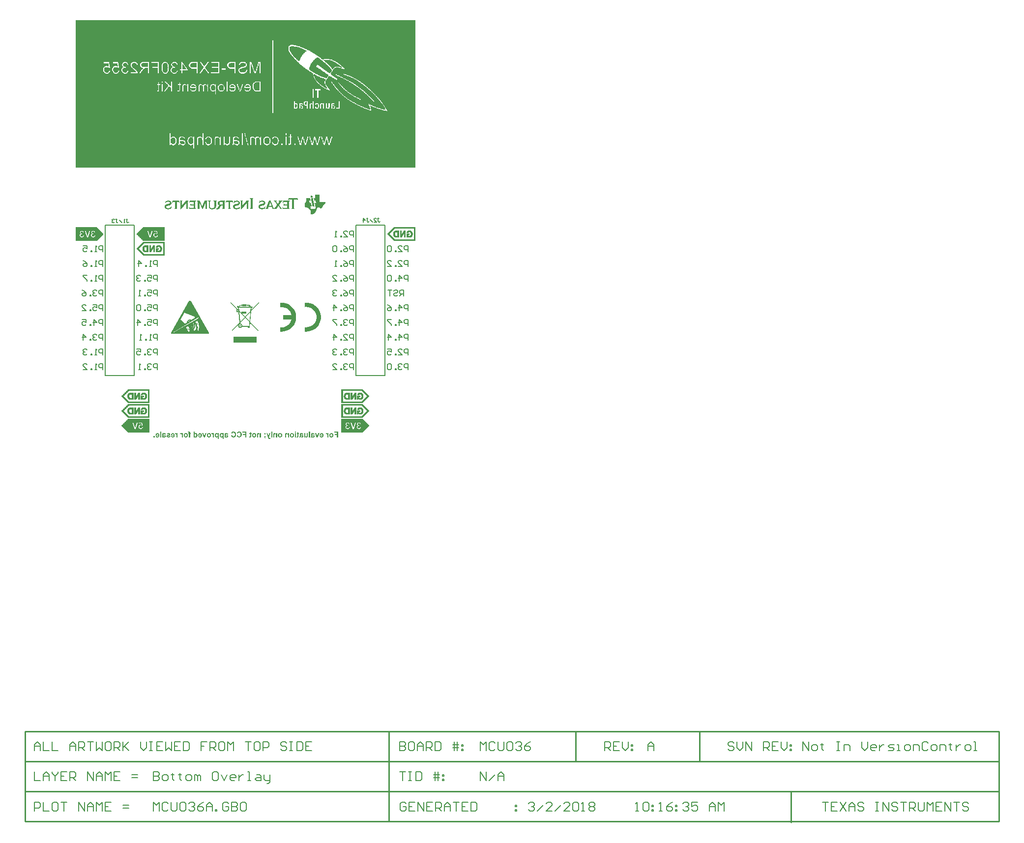
<source format=gbo>
G04 Layer_Color=9218505*
%FSAX25Y25*%
%MOIN*%
G70*
G01*
G75*
%ADD48C,0.01000*%
%ADD49C,0.00800*%
%ADD70C,0.00787*%
%ADD71C,0.00050*%
%ADD73C,0.00500*%
%ADD128C,0.00748*%
%ADD129C,0.00541*%
%ADD130C,0.00010*%
%ADD131C,0.00200*%
%ADD132C,0.00300*%
G36*
X0227417Y0303237D02*
X0227508Y0303231D01*
X0227594Y0303220D01*
X0227674Y0303209D01*
X0227746Y0303195D01*
X0227816Y0303178D01*
X0227877Y0303159D01*
X0227929Y0303142D01*
X0227979Y0303123D01*
X0228021Y0303103D01*
X0228057Y0303087D01*
X0228084Y0303073D01*
X0228106Y0303062D01*
X0228123Y0303051D01*
X0228134Y0303045D01*
X0228137Y0303043D01*
X0228187Y0303004D01*
X0228231Y0302962D01*
X0228275Y0302915D01*
X0228311Y0302868D01*
X0228347Y0302818D01*
X0228378Y0302768D01*
X0228409Y0302721D01*
X0228433Y0302671D01*
X0228453Y0302627D01*
X0228472Y0302586D01*
X0228489Y0302547D01*
X0228500Y0302514D01*
X0228511Y0302486D01*
X0228517Y0302464D01*
X0228519Y0302453D01*
X0228522Y0302447D01*
X0227854Y0302328D01*
X0227827Y0302394D01*
X0227799Y0302453D01*
X0227769Y0302500D01*
X0227741Y0302536D01*
X0227719Y0302563D01*
X0227697Y0302586D01*
X0227685Y0302597D01*
X0227680Y0302599D01*
X0227636Y0302624D01*
X0227586Y0302644D01*
X0227533Y0302658D01*
X0227483Y0302669D01*
X0227442Y0302674D01*
X0227422D01*
X0227406Y0302677D01*
X0227320D01*
X0227273Y0302674D01*
X0227228Y0302669D01*
X0227187Y0302663D01*
X0227151Y0302655D01*
X0227120Y0302649D01*
X0227090Y0302641D01*
X0227065Y0302633D01*
X0227043Y0302622D01*
X0227026Y0302613D01*
X0227010Y0302608D01*
X0226998Y0302599D01*
X0226988Y0302594D01*
X0226982Y0302588D01*
X0226976Y0302586D01*
X0226957Y0302566D01*
X0226940Y0302547D01*
X0226915Y0302500D01*
X0226896Y0302450D01*
X0226885Y0302400D01*
X0226877Y0302356D01*
X0226874Y0302336D01*
Y0302317D01*
X0226871Y0302303D01*
Y0302292D01*
Y0302286D01*
Y0302284D01*
Y0302212D01*
X0226913Y0302195D01*
X0226960Y0302178D01*
X0227012Y0302162D01*
X0227068Y0302148D01*
X0227184Y0302117D01*
X0227303Y0302087D01*
X0227359Y0302076D01*
X0227411Y0302065D01*
X0227461Y0302054D01*
X0227503Y0302045D01*
X0227536Y0302037D01*
X0227564Y0302034D01*
X0227580Y0302029D01*
X0227586D01*
X0227655Y0302015D01*
X0227722Y0302001D01*
X0227783Y0301987D01*
X0227838Y0301971D01*
X0227890Y0301957D01*
X0227938Y0301943D01*
X0227982Y0301929D01*
X0228021Y0301915D01*
X0228057Y0301904D01*
X0228087Y0301893D01*
X0228112Y0301882D01*
X0228132Y0301874D01*
X0228148Y0301868D01*
X0228162Y0301863D01*
X0228168Y0301857D01*
X0228170D01*
X0228242Y0301818D01*
X0228306Y0301771D01*
X0228359Y0301724D01*
X0228403Y0301680D01*
X0228439Y0301638D01*
X0228464Y0301605D01*
X0228475Y0301591D01*
X0228481Y0301583D01*
X0228483Y0301577D01*
X0228486Y0301574D01*
X0228522Y0301505D01*
X0228550Y0301433D01*
X0228569Y0301361D01*
X0228583Y0301297D01*
X0228589Y0301267D01*
X0228591Y0301239D01*
X0228594Y0301217D01*
Y0301195D01*
X0228597Y0301178D01*
Y0301167D01*
Y0301159D01*
Y0301156D01*
X0228594Y0301093D01*
X0228586Y0301029D01*
X0228575Y0300971D01*
X0228558Y0300915D01*
X0228539Y0300863D01*
X0228519Y0300816D01*
X0228497Y0300771D01*
X0228472Y0300730D01*
X0228450Y0300694D01*
X0228428Y0300660D01*
X0228409Y0300633D01*
X0228389Y0300610D01*
X0228373Y0300594D01*
X0228361Y0300580D01*
X0228353Y0300572D01*
X0228350Y0300569D01*
X0228303Y0300527D01*
X0228251Y0300491D01*
X0228195Y0300461D01*
X0228140Y0300433D01*
X0228084Y0300411D01*
X0228029Y0300395D01*
X0227974Y0300378D01*
X0227921Y0300367D01*
X0227868Y0300356D01*
X0227824Y0300347D01*
X0227783Y0300345D01*
X0227746Y0300339D01*
X0227716D01*
X0227694Y0300336D01*
X0227674D01*
X0227586Y0300339D01*
X0227500Y0300350D01*
X0227422Y0300364D01*
X0227386Y0300372D01*
X0227353Y0300383D01*
X0227325Y0300392D01*
X0227298Y0300400D01*
X0227275Y0300406D01*
X0227253Y0300414D01*
X0227239Y0300419D01*
X0227226Y0300425D01*
X0227220Y0300428D01*
X0227217D01*
X0227137Y0300466D01*
X0227062Y0300508D01*
X0226993Y0300555D01*
X0226935Y0300599D01*
X0226907Y0300619D01*
X0226885Y0300638D01*
X0226863Y0300658D01*
X0226846Y0300672D01*
X0226832Y0300685D01*
X0226821Y0300694D01*
X0226816Y0300699D01*
X0226813Y0300702D01*
X0226810Y0300691D01*
X0226807Y0300680D01*
X0226799Y0300652D01*
X0226794Y0300638D01*
X0226791Y0300627D01*
X0226788Y0300619D01*
Y0300616D01*
X0226774Y0300566D01*
X0226760Y0300522D01*
X0226747Y0300486D01*
X0226735Y0300455D01*
X0226727Y0300430D01*
X0226722Y0300414D01*
X0226716Y0300403D01*
Y0300400D01*
X0225990D01*
X0226024Y0300472D01*
X0226051Y0300541D01*
X0226076Y0300605D01*
X0226093Y0300660D01*
X0226107Y0300705D01*
X0226112Y0300724D01*
X0226115Y0300741D01*
X0226120Y0300755D01*
Y0300763D01*
X0226123Y0300768D01*
Y0300771D01*
X0226129Y0300807D01*
X0226134Y0300843D01*
X0226140Y0300885D01*
X0226143Y0300929D01*
X0226148Y0301018D01*
X0226151Y0301106D01*
X0226154Y0301148D01*
Y0301187D01*
X0226156Y0301220D01*
Y0301250D01*
Y0301275D01*
Y0301295D01*
Y0301309D01*
Y0301311D01*
X0226145Y0302167D01*
Y0302253D01*
X0226151Y0302333D01*
X0226154Y0302406D01*
X0226162Y0302472D01*
X0226167Y0302533D01*
X0226176Y0302586D01*
X0226187Y0302635D01*
X0226195Y0302677D01*
X0226203Y0302713D01*
X0226215Y0302743D01*
X0226223Y0302771D01*
X0226228Y0302790D01*
X0226237Y0302807D01*
X0226240Y0302818D01*
X0226245Y0302824D01*
Y0302826D01*
X0226265Y0302860D01*
X0226287Y0302890D01*
X0226339Y0302948D01*
X0226395Y0302998D01*
X0226450Y0303043D01*
X0226503Y0303076D01*
X0226525Y0303090D01*
X0226544Y0303101D01*
X0226561Y0303112D01*
X0226572Y0303117D01*
X0226580Y0303123D01*
X0226583D01*
X0226630Y0303142D01*
X0226683Y0303162D01*
X0226741Y0303178D01*
X0226799Y0303189D01*
X0226921Y0303211D01*
X0226982Y0303220D01*
X0227040Y0303225D01*
X0227096Y0303231D01*
X0227148Y0303234D01*
X0227195Y0303237D01*
X0227237D01*
X0227270Y0303239D01*
X0227317D01*
X0227417Y0303237D01*
D02*
G37*
G36*
X0176551D02*
X0176643Y0303231D01*
X0176729Y0303220D01*
X0176809Y0303209D01*
X0176881Y0303195D01*
X0176950Y0303178D01*
X0177011Y0303159D01*
X0177064Y0303142D01*
X0177114Y0303123D01*
X0177155Y0303103D01*
X0177191Y0303087D01*
X0177219Y0303073D01*
X0177241Y0303062D01*
X0177258Y0303051D01*
X0177269Y0303045D01*
X0177271Y0303043D01*
X0177321Y0303004D01*
X0177366Y0302962D01*
X0177410Y0302915D01*
X0177446Y0302868D01*
X0177482Y0302818D01*
X0177513Y0302768D01*
X0177543Y0302721D01*
X0177568Y0302671D01*
X0177587Y0302627D01*
X0177607Y0302586D01*
X0177623Y0302547D01*
X0177634Y0302514D01*
X0177646Y0302486D01*
X0177651Y0302464D01*
X0177654Y0302453D01*
X0177656Y0302447D01*
X0176989Y0302328D01*
X0176961Y0302394D01*
X0176934Y0302453D01*
X0176903Y0302500D01*
X0176875Y0302536D01*
X0176853Y0302563D01*
X0176831Y0302586D01*
X0176820Y0302597D01*
X0176814Y0302599D01*
X0176770Y0302624D01*
X0176720Y0302644D01*
X0176668Y0302658D01*
X0176618Y0302669D01*
X0176576Y0302674D01*
X0176557D01*
X0176540Y0302677D01*
X0176454D01*
X0176407Y0302674D01*
X0176363Y0302669D01*
X0176321Y0302663D01*
X0176285Y0302655D01*
X0176255Y0302649D01*
X0176224Y0302641D01*
X0176199Y0302633D01*
X0176177Y0302622D01*
X0176161Y0302613D01*
X0176144Y0302608D01*
X0176133Y0302599D01*
X0176122Y0302594D01*
X0176116Y0302588D01*
X0176111Y0302586D01*
X0176092Y0302566D01*
X0176075Y0302547D01*
X0176050Y0302500D01*
X0176031Y0302450D01*
X0176020Y0302400D01*
X0176011Y0302356D01*
X0176008Y0302336D01*
Y0302317D01*
X0176006Y0302303D01*
Y0302292D01*
Y0302286D01*
Y0302284D01*
Y0302212D01*
X0176047Y0302195D01*
X0176094Y0302178D01*
X0176147Y0302162D01*
X0176202Y0302148D01*
X0176319Y0302117D01*
X0176438Y0302087D01*
X0176493Y0302076D01*
X0176546Y0302065D01*
X0176596Y0302054D01*
X0176637Y0302045D01*
X0176670Y0302037D01*
X0176698Y0302034D01*
X0176715Y0302029D01*
X0176720D01*
X0176789Y0302015D01*
X0176856Y0302001D01*
X0176917Y0301987D01*
X0176972Y0301971D01*
X0177025Y0301957D01*
X0177072Y0301943D01*
X0177116Y0301929D01*
X0177155Y0301915D01*
X0177191Y0301904D01*
X0177222Y0301893D01*
X0177247Y0301882D01*
X0177266Y0301874D01*
X0177283Y0301868D01*
X0177296Y0301863D01*
X0177302Y0301857D01*
X0177305D01*
X0177377Y0301818D01*
X0177441Y0301771D01*
X0177493Y0301724D01*
X0177537Y0301680D01*
X0177573Y0301638D01*
X0177598Y0301605D01*
X0177609Y0301591D01*
X0177615Y0301583D01*
X0177618Y0301577D01*
X0177620Y0301574D01*
X0177656Y0301505D01*
X0177684Y0301433D01*
X0177704Y0301361D01*
X0177717Y0301297D01*
X0177723Y0301267D01*
X0177726Y0301239D01*
X0177728Y0301217D01*
Y0301195D01*
X0177731Y0301178D01*
Y0301167D01*
Y0301159D01*
Y0301156D01*
X0177728Y0301093D01*
X0177720Y0301029D01*
X0177709Y0300971D01*
X0177692Y0300915D01*
X0177673Y0300863D01*
X0177654Y0300816D01*
X0177632Y0300771D01*
X0177607Y0300730D01*
X0177585Y0300694D01*
X0177562Y0300660D01*
X0177543Y0300633D01*
X0177524Y0300610D01*
X0177507Y0300594D01*
X0177496Y0300580D01*
X0177488Y0300572D01*
X0177485Y0300569D01*
X0177438Y0300527D01*
X0177385Y0300491D01*
X0177330Y0300461D01*
X0177274Y0300433D01*
X0177219Y0300411D01*
X0177164Y0300395D01*
X0177108Y0300378D01*
X0177055Y0300367D01*
X0177003Y0300356D01*
X0176959Y0300347D01*
X0176917Y0300345D01*
X0176881Y0300339D01*
X0176850D01*
X0176828Y0300336D01*
X0176809D01*
X0176720Y0300339D01*
X0176634Y0300350D01*
X0176557Y0300364D01*
X0176521Y0300372D01*
X0176488Y0300383D01*
X0176460Y0300392D01*
X0176432Y0300400D01*
X0176410Y0300406D01*
X0176388Y0300414D01*
X0176374Y0300419D01*
X0176360Y0300425D01*
X0176355Y0300428D01*
X0176352D01*
X0176271Y0300466D01*
X0176197Y0300508D01*
X0176128Y0300555D01*
X0176069Y0300599D01*
X0176042Y0300619D01*
X0176020Y0300638D01*
X0175997Y0300658D01*
X0175981Y0300672D01*
X0175967Y0300685D01*
X0175956Y0300694D01*
X0175950Y0300699D01*
X0175947Y0300702D01*
X0175945Y0300691D01*
X0175942Y0300680D01*
X0175934Y0300652D01*
X0175928Y0300638D01*
X0175925Y0300627D01*
X0175923Y0300619D01*
Y0300616D01*
X0175909Y0300566D01*
X0175895Y0300522D01*
X0175881Y0300486D01*
X0175870Y0300455D01*
X0175862Y0300430D01*
X0175856Y0300414D01*
X0175850Y0300403D01*
Y0300400D01*
X0175125D01*
X0175158Y0300472D01*
X0175186Y0300541D01*
X0175211Y0300605D01*
X0175227Y0300660D01*
X0175241Y0300705D01*
X0175247Y0300724D01*
X0175249Y0300741D01*
X0175255Y0300755D01*
Y0300763D01*
X0175258Y0300768D01*
Y0300771D01*
X0175263Y0300807D01*
X0175269Y0300843D01*
X0175274Y0300885D01*
X0175277Y0300929D01*
X0175283Y0301018D01*
X0175285Y0301106D01*
X0175288Y0301148D01*
Y0301187D01*
X0175291Y0301220D01*
Y0301250D01*
Y0301275D01*
Y0301295D01*
Y0301309D01*
Y0301311D01*
X0175280Y0302167D01*
Y0302253D01*
X0175285Y0302333D01*
X0175288Y0302406D01*
X0175296Y0302472D01*
X0175302Y0302533D01*
X0175310Y0302586D01*
X0175321Y0302635D01*
X0175330Y0302677D01*
X0175338Y0302713D01*
X0175349Y0302743D01*
X0175357Y0302771D01*
X0175363Y0302790D01*
X0175371Y0302807D01*
X0175374Y0302818D01*
X0175380Y0302824D01*
Y0302826D01*
X0175399Y0302860D01*
X0175421Y0302890D01*
X0175474Y0302948D01*
X0175529Y0302998D01*
X0175585Y0303043D01*
X0175637Y0303076D01*
X0175659Y0303090D01*
X0175679Y0303101D01*
X0175695Y0303112D01*
X0175706Y0303117D01*
X0175715Y0303123D01*
X0175717D01*
X0175765Y0303142D01*
X0175817Y0303162D01*
X0175875Y0303178D01*
X0175934Y0303189D01*
X0176056Y0303211D01*
X0176116Y0303220D01*
X0176175Y0303225D01*
X0176230Y0303231D01*
X0176283Y0303234D01*
X0176330Y0303237D01*
X0176371D01*
X0176405Y0303239D01*
X0176452D01*
X0176551Y0303237D01*
D02*
G37*
G36*
X0202996Y0302444D02*
X0202262D01*
Y0303178D01*
X0202996D01*
Y0302444D01*
D02*
G37*
G36*
X0235153Y0303237D02*
X0235245Y0303231D01*
X0235331Y0303220D01*
X0235411Y0303209D01*
X0235483Y0303195D01*
X0235552Y0303178D01*
X0235613Y0303159D01*
X0235666Y0303142D01*
X0235716Y0303123D01*
X0235757Y0303103D01*
X0235793Y0303087D01*
X0235821Y0303073D01*
X0235843Y0303062D01*
X0235860Y0303051D01*
X0235871Y0303045D01*
X0235874Y0303043D01*
X0235924Y0303004D01*
X0235968Y0302962D01*
X0236012Y0302915D01*
X0236048Y0302868D01*
X0236084Y0302818D01*
X0236115Y0302768D01*
X0236145Y0302721D01*
X0236170Y0302671D01*
X0236189Y0302627D01*
X0236209Y0302586D01*
X0236225Y0302547D01*
X0236237Y0302514D01*
X0236248Y0302486D01*
X0236253Y0302464D01*
X0236256Y0302453D01*
X0236259Y0302447D01*
X0235591Y0302328D01*
X0235563Y0302394D01*
X0235536Y0302453D01*
X0235505Y0302500D01*
X0235477Y0302536D01*
X0235455Y0302563D01*
X0235433Y0302586D01*
X0235422Y0302597D01*
X0235417Y0302599D01*
X0235372Y0302624D01*
X0235322Y0302644D01*
X0235270Y0302658D01*
X0235220Y0302669D01*
X0235178Y0302674D01*
X0235159D01*
X0235142Y0302677D01*
X0235056D01*
X0235009Y0302674D01*
X0234965Y0302669D01*
X0234924Y0302663D01*
X0234888Y0302655D01*
X0234857Y0302649D01*
X0234827Y0302641D01*
X0234802Y0302633D01*
X0234780Y0302622D01*
X0234763Y0302613D01*
X0234746Y0302608D01*
X0234735Y0302599D01*
X0234724Y0302594D01*
X0234718Y0302588D01*
X0234713Y0302586D01*
X0234694Y0302566D01*
X0234677Y0302547D01*
X0234652Y0302500D01*
X0234633Y0302450D01*
X0234622Y0302400D01*
X0234613Y0302356D01*
X0234611Y0302336D01*
Y0302317D01*
X0234608Y0302303D01*
Y0302292D01*
Y0302286D01*
Y0302284D01*
Y0302212D01*
X0234649Y0302195D01*
X0234696Y0302178D01*
X0234749Y0302162D01*
X0234804Y0302148D01*
X0234921Y0302117D01*
X0235040Y0302087D01*
X0235095Y0302076D01*
X0235148Y0302065D01*
X0235198Y0302054D01*
X0235239Y0302045D01*
X0235273Y0302037D01*
X0235300Y0302034D01*
X0235317Y0302029D01*
X0235322D01*
X0235392Y0302015D01*
X0235458Y0302001D01*
X0235519Y0301987D01*
X0235575Y0301971D01*
X0235627Y0301957D01*
X0235674Y0301943D01*
X0235718Y0301929D01*
X0235757Y0301915D01*
X0235793Y0301904D01*
X0235824Y0301893D01*
X0235849Y0301882D01*
X0235868Y0301874D01*
X0235885Y0301868D01*
X0235898Y0301863D01*
X0235904Y0301857D01*
X0235907D01*
X0235979Y0301818D01*
X0236043Y0301771D01*
X0236095Y0301724D01*
X0236139Y0301680D01*
X0236176Y0301638D01*
X0236200Y0301605D01*
X0236212Y0301591D01*
X0236217Y0301583D01*
X0236220Y0301577D01*
X0236223Y0301574D01*
X0236259Y0301505D01*
X0236286Y0301433D01*
X0236306Y0301361D01*
X0236320Y0301297D01*
X0236325Y0301267D01*
X0236328Y0301239D01*
X0236331Y0301217D01*
Y0301195D01*
X0236333Y0301178D01*
Y0301167D01*
Y0301159D01*
Y0301156D01*
X0236331Y0301093D01*
X0236322Y0301029D01*
X0236311Y0300971D01*
X0236295Y0300915D01*
X0236275Y0300863D01*
X0236256Y0300816D01*
X0236234Y0300771D01*
X0236209Y0300730D01*
X0236187Y0300694D01*
X0236164Y0300660D01*
X0236145Y0300633D01*
X0236126Y0300610D01*
X0236109Y0300594D01*
X0236098Y0300580D01*
X0236090Y0300572D01*
X0236087Y0300569D01*
X0236040Y0300527D01*
X0235987Y0300491D01*
X0235932Y0300461D01*
X0235876Y0300433D01*
X0235821Y0300411D01*
X0235766Y0300395D01*
X0235710Y0300378D01*
X0235658Y0300367D01*
X0235605Y0300356D01*
X0235561Y0300347D01*
X0235519Y0300345D01*
X0235483Y0300339D01*
X0235453D01*
X0235430Y0300336D01*
X0235411D01*
X0235322Y0300339D01*
X0235237Y0300350D01*
X0235159Y0300364D01*
X0235123Y0300372D01*
X0235090Y0300383D01*
X0235062Y0300392D01*
X0235034Y0300400D01*
X0235012Y0300406D01*
X0234990Y0300414D01*
X0234976Y0300419D01*
X0234962Y0300425D01*
X0234957Y0300428D01*
X0234954D01*
X0234874Y0300466D01*
X0234799Y0300508D01*
X0234730Y0300555D01*
X0234671Y0300599D01*
X0234644Y0300619D01*
X0234622Y0300638D01*
X0234599Y0300658D01*
X0234583Y0300672D01*
X0234569Y0300685D01*
X0234558Y0300694D01*
X0234552Y0300699D01*
X0234550Y0300702D01*
X0234547Y0300691D01*
X0234544Y0300680D01*
X0234536Y0300652D01*
X0234530Y0300638D01*
X0234527Y0300627D01*
X0234525Y0300619D01*
Y0300616D01*
X0234511Y0300566D01*
X0234497Y0300522D01*
X0234483Y0300486D01*
X0234472Y0300455D01*
X0234464Y0300430D01*
X0234458Y0300414D01*
X0234453Y0300403D01*
Y0300400D01*
X0233727D01*
X0233760Y0300472D01*
X0233788Y0300541D01*
X0233813Y0300605D01*
X0233829Y0300660D01*
X0233843Y0300705D01*
X0233849Y0300724D01*
X0233852Y0300741D01*
X0233857Y0300755D01*
Y0300763D01*
X0233860Y0300768D01*
Y0300771D01*
X0233865Y0300807D01*
X0233871Y0300843D01*
X0233876Y0300885D01*
X0233879Y0300929D01*
X0233885Y0301018D01*
X0233888Y0301106D01*
X0233890Y0301148D01*
Y0301187D01*
X0233893Y0301220D01*
Y0301250D01*
Y0301275D01*
Y0301295D01*
Y0301309D01*
Y0301311D01*
X0233882Y0302167D01*
Y0302253D01*
X0233888Y0302333D01*
X0233890Y0302406D01*
X0233899Y0302472D01*
X0233904Y0302533D01*
X0233912Y0302586D01*
X0233924Y0302635D01*
X0233932Y0302677D01*
X0233940Y0302713D01*
X0233951Y0302743D01*
X0233960Y0302771D01*
X0233965Y0302790D01*
X0233973Y0302807D01*
X0233976Y0302818D01*
X0233982Y0302824D01*
Y0302826D01*
X0234001Y0302860D01*
X0234023Y0302890D01*
X0234076Y0302948D01*
X0234131Y0302998D01*
X0234187Y0303043D01*
X0234239Y0303076D01*
X0234261Y0303090D01*
X0234281Y0303101D01*
X0234297Y0303112D01*
X0234309Y0303117D01*
X0234317Y0303123D01*
X0234320D01*
X0234367Y0303142D01*
X0234419Y0303162D01*
X0234477Y0303178D01*
X0234536Y0303189D01*
X0234658Y0303211D01*
X0234718Y0303220D01*
X0234777Y0303225D01*
X0234832Y0303231D01*
X0234885Y0303234D01*
X0234932Y0303237D01*
X0234973D01*
X0235007Y0303239D01*
X0235054D01*
X0235153Y0303237D01*
D02*
G37*
G36*
X0134298D02*
X0134389Y0303231D01*
X0134475Y0303220D01*
X0134555Y0303209D01*
X0134627Y0303195D01*
X0134697Y0303178D01*
X0134757Y0303159D01*
X0134810Y0303142D01*
X0134860Y0303123D01*
X0134902Y0303103D01*
X0134938Y0303087D01*
X0134965Y0303073D01*
X0134987Y0303062D01*
X0135004Y0303051D01*
X0135015Y0303045D01*
X0135018Y0303043D01*
X0135068Y0303004D01*
X0135112Y0302962D01*
X0135156Y0302915D01*
X0135192Y0302868D01*
X0135228Y0302818D01*
X0135259Y0302768D01*
X0135289Y0302721D01*
X0135314Y0302671D01*
X0135334Y0302627D01*
X0135353Y0302586D01*
X0135370Y0302547D01*
X0135381Y0302514D01*
X0135392Y0302486D01*
X0135397Y0302464D01*
X0135400Y0302453D01*
X0135403Y0302447D01*
X0134735Y0302328D01*
X0134708Y0302394D01*
X0134680Y0302453D01*
X0134650Y0302500D01*
X0134622Y0302536D01*
X0134600Y0302563D01*
X0134578Y0302586D01*
X0134566Y0302597D01*
X0134561Y0302599D01*
X0134517Y0302624D01*
X0134467Y0302644D01*
X0134414Y0302658D01*
X0134364Y0302669D01*
X0134323Y0302674D01*
X0134303D01*
X0134287Y0302677D01*
X0134201D01*
X0134154Y0302674D01*
X0134109Y0302669D01*
X0134068Y0302663D01*
X0134032Y0302655D01*
X0134001Y0302649D01*
X0133971Y0302641D01*
X0133946Y0302633D01*
X0133924Y0302622D01*
X0133907Y0302613D01*
X0133890Y0302608D01*
X0133879Y0302599D01*
X0133868Y0302594D01*
X0133863Y0302588D01*
X0133857Y0302586D01*
X0133838Y0302566D01*
X0133821Y0302547D01*
X0133796Y0302500D01*
X0133777Y0302450D01*
X0133766Y0302400D01*
X0133758Y0302356D01*
X0133755Y0302336D01*
Y0302317D01*
X0133752Y0302303D01*
Y0302292D01*
Y0302286D01*
Y0302284D01*
Y0302212D01*
X0133794Y0302195D01*
X0133841Y0302178D01*
X0133893Y0302162D01*
X0133949Y0302148D01*
X0134065Y0302117D01*
X0134184Y0302087D01*
X0134240Y0302076D01*
X0134292Y0302065D01*
X0134342Y0302054D01*
X0134384Y0302045D01*
X0134417Y0302037D01*
X0134444Y0302034D01*
X0134461Y0302029D01*
X0134467D01*
X0134536Y0302015D01*
X0134602Y0302001D01*
X0134663Y0301987D01*
X0134719Y0301971D01*
X0134771Y0301957D01*
X0134818Y0301943D01*
X0134863Y0301929D01*
X0134902Y0301915D01*
X0134938Y0301904D01*
X0134968Y0301893D01*
X0134993Y0301882D01*
X0135012Y0301874D01*
X0135029Y0301868D01*
X0135043Y0301863D01*
X0135048Y0301857D01*
X0135051D01*
X0135123Y0301818D01*
X0135187Y0301771D01*
X0135240Y0301724D01*
X0135284Y0301680D01*
X0135320Y0301638D01*
X0135345Y0301605D01*
X0135356Y0301591D01*
X0135361Y0301583D01*
X0135364Y0301577D01*
X0135367Y0301574D01*
X0135403Y0301505D01*
X0135431Y0301433D01*
X0135450Y0301361D01*
X0135464Y0301297D01*
X0135469Y0301267D01*
X0135472Y0301239D01*
X0135475Y0301217D01*
Y0301195D01*
X0135478Y0301178D01*
Y0301167D01*
Y0301159D01*
Y0301156D01*
X0135475Y0301093D01*
X0135467Y0301029D01*
X0135456Y0300971D01*
X0135439Y0300915D01*
X0135420Y0300863D01*
X0135400Y0300816D01*
X0135378Y0300771D01*
X0135353Y0300730D01*
X0135331Y0300694D01*
X0135309Y0300660D01*
X0135289Y0300633D01*
X0135270Y0300610D01*
X0135253Y0300594D01*
X0135242Y0300580D01*
X0135234Y0300572D01*
X0135231Y0300569D01*
X0135184Y0300527D01*
X0135132Y0300491D01*
X0135076Y0300461D01*
X0135021Y0300433D01*
X0134965Y0300411D01*
X0134910Y0300395D01*
X0134854Y0300378D01*
X0134802Y0300367D01*
X0134749Y0300356D01*
X0134705Y0300347D01*
X0134663Y0300345D01*
X0134627Y0300339D01*
X0134597D01*
X0134575Y0300336D01*
X0134555D01*
X0134467Y0300339D01*
X0134381Y0300350D01*
X0134303Y0300364D01*
X0134267Y0300372D01*
X0134234Y0300383D01*
X0134206Y0300392D01*
X0134179Y0300400D01*
X0134156Y0300406D01*
X0134134Y0300414D01*
X0134120Y0300419D01*
X0134107Y0300425D01*
X0134101Y0300428D01*
X0134098D01*
X0134018Y0300466D01*
X0133943Y0300508D01*
X0133874Y0300555D01*
X0133816Y0300599D01*
X0133788Y0300619D01*
X0133766Y0300638D01*
X0133744Y0300658D01*
X0133727Y0300672D01*
X0133713Y0300685D01*
X0133702Y0300694D01*
X0133697Y0300699D01*
X0133694Y0300702D01*
X0133691Y0300691D01*
X0133688Y0300680D01*
X0133680Y0300652D01*
X0133675Y0300638D01*
X0133672Y0300627D01*
X0133669Y0300619D01*
Y0300616D01*
X0133655Y0300566D01*
X0133641Y0300522D01*
X0133627Y0300486D01*
X0133616Y0300455D01*
X0133608Y0300430D01*
X0133602Y0300414D01*
X0133597Y0300403D01*
Y0300400D01*
X0132871D01*
X0132904Y0300472D01*
X0132932Y0300541D01*
X0132957Y0300605D01*
X0132974Y0300660D01*
X0132987Y0300705D01*
X0132993Y0300724D01*
X0132996Y0300741D01*
X0133001Y0300755D01*
Y0300763D01*
X0133004Y0300768D01*
Y0300771D01*
X0133010Y0300807D01*
X0133015Y0300843D01*
X0133021Y0300885D01*
X0133024Y0300929D01*
X0133029Y0301018D01*
X0133032Y0301106D01*
X0133035Y0301148D01*
Y0301187D01*
X0133037Y0301220D01*
Y0301250D01*
Y0301275D01*
Y0301295D01*
Y0301309D01*
Y0301311D01*
X0133026Y0302167D01*
Y0302253D01*
X0133032Y0302333D01*
X0133035Y0302406D01*
X0133043Y0302472D01*
X0133048Y0302533D01*
X0133057Y0302586D01*
X0133068Y0302635D01*
X0133076Y0302677D01*
X0133084Y0302713D01*
X0133096Y0302743D01*
X0133104Y0302771D01*
X0133109Y0302790D01*
X0133118Y0302807D01*
X0133121Y0302818D01*
X0133126Y0302824D01*
Y0302826D01*
X0133145Y0302860D01*
X0133168Y0302890D01*
X0133220Y0302948D01*
X0133276Y0302998D01*
X0133331Y0303043D01*
X0133384Y0303076D01*
X0133406Y0303090D01*
X0133425Y0303101D01*
X0133442Y0303112D01*
X0133453Y0303117D01*
X0133461Y0303123D01*
X0133464D01*
X0133511Y0303142D01*
X0133564Y0303162D01*
X0133622Y0303178D01*
X0133680Y0303189D01*
X0133802Y0303211D01*
X0133863Y0303220D01*
X0133921Y0303225D01*
X0133976Y0303231D01*
X0134029Y0303234D01*
X0134076Y0303237D01*
X0134118D01*
X0134151Y0303239D01*
X0134198D01*
X0134298Y0303237D01*
D02*
G37*
G36*
X0190022Y0300400D02*
X0189249D01*
Y0302029D01*
X0187648D01*
Y0302677D01*
X0189249D01*
Y0303586D01*
X0187393D01*
Y0304234D01*
X0190022D01*
Y0300400D01*
D02*
G37*
G36*
X0198357Y0303234D02*
X0198454Y0303220D01*
X0198545Y0303195D01*
X0198631Y0303165D01*
X0198711Y0303131D01*
X0198789Y0303090D01*
X0198858Y0303048D01*
X0198919Y0303004D01*
X0198977Y0302959D01*
X0199027Y0302918D01*
X0199069Y0302876D01*
X0199105Y0302843D01*
X0199135Y0302813D01*
X0199154Y0302788D01*
X0199166Y0302774D01*
X0199171Y0302768D01*
Y0303178D01*
X0199853D01*
Y0300400D01*
X0199118D01*
Y0301655D01*
Y0301738D01*
X0199116Y0301816D01*
X0199113Y0301887D01*
X0199110Y0301951D01*
X0199105Y0302009D01*
X0199102Y0302062D01*
X0199096Y0302106D01*
X0199091Y0302148D01*
X0199085Y0302184D01*
X0199080Y0302214D01*
X0199077Y0302239D01*
X0199071Y0302259D01*
X0199069Y0302273D01*
X0199066Y0302284D01*
X0199063Y0302289D01*
Y0302292D01*
X0199038Y0302353D01*
X0199008Y0302408D01*
X0198972Y0302458D01*
X0198938Y0302497D01*
X0198905Y0302530D01*
X0198880Y0302552D01*
X0198869Y0302561D01*
X0198861Y0302566D01*
X0198858Y0302572D01*
X0198855D01*
X0198797Y0302608D01*
X0198736Y0302633D01*
X0198678Y0302652D01*
X0198625Y0302663D01*
X0198578Y0302671D01*
X0198559Y0302674D01*
X0198542D01*
X0198529Y0302677D01*
X0198509D01*
X0198457Y0302674D01*
X0198407Y0302666D01*
X0198362Y0302652D01*
X0198326Y0302641D01*
X0198296Y0302627D01*
X0198274Y0302613D01*
X0198260Y0302605D01*
X0198254Y0302602D01*
X0198218Y0302572D01*
X0198185Y0302541D01*
X0198160Y0302505D01*
X0198138Y0302472D01*
X0198121Y0302444D01*
X0198110Y0302419D01*
X0198105Y0302403D01*
X0198102Y0302400D01*
Y0302397D01*
X0198094Y0302369D01*
X0198085Y0302333D01*
X0198080Y0302295D01*
X0198074Y0302250D01*
X0198069Y0302203D01*
X0198063Y0302153D01*
X0198058Y0302057D01*
X0198055Y0302009D01*
Y0301965D01*
Y0301923D01*
X0198052Y0301887D01*
Y0301857D01*
Y0301835D01*
Y0301821D01*
Y0301816D01*
Y0300400D01*
X0197318D01*
Y0302123D01*
Y0302181D01*
X0197321Y0302237D01*
Y0302289D01*
X0197324Y0302336D01*
X0197326Y0302380D01*
X0197332Y0302422D01*
X0197335Y0302458D01*
X0197337Y0302491D01*
X0197343Y0302522D01*
X0197346Y0302547D01*
X0197348Y0302569D01*
X0197354Y0302588D01*
X0197357Y0302602D01*
Y0302610D01*
X0197360Y0302616D01*
Y0302619D01*
X0197379Y0302682D01*
X0197401Y0302741D01*
X0197423Y0302790D01*
X0197448Y0302838D01*
X0197470Y0302874D01*
X0197490Y0302901D01*
X0197495Y0302912D01*
X0197501Y0302921D01*
X0197506Y0302923D01*
Y0302926D01*
X0197548Y0302976D01*
X0197598Y0303018D01*
X0197648Y0303056D01*
X0197697Y0303090D01*
X0197742Y0303115D01*
X0197761Y0303126D01*
X0197778Y0303134D01*
X0197792Y0303142D01*
X0197803Y0303148D01*
X0197808Y0303151D01*
X0197811D01*
X0197889Y0303181D01*
X0197963Y0303203D01*
X0198038Y0303217D01*
X0198107Y0303228D01*
X0198138Y0303231D01*
X0198166Y0303234D01*
X0198190Y0303237D01*
X0198213Y0303239D01*
X0198254D01*
X0198357Y0303234D01*
D02*
G37*
G36*
X0151117Y0304292D02*
X0151170Y0304286D01*
X0151217Y0304281D01*
X0151261Y0304273D01*
X0151303Y0304261D01*
X0151341Y0304253D01*
X0151377Y0304242D01*
X0151408Y0304231D01*
X0151436Y0304223D01*
X0151461Y0304211D01*
X0151480Y0304203D01*
X0151497Y0304198D01*
X0151508Y0304192D01*
X0151513Y0304187D01*
X0151516D01*
X0151552Y0304164D01*
X0151585Y0304142D01*
X0151616Y0304120D01*
X0151644Y0304098D01*
X0151691Y0304051D01*
X0151727Y0304007D01*
X0151757Y0303968D01*
X0151776Y0303935D01*
X0151782Y0303923D01*
X0151787Y0303915D01*
X0151790Y0303910D01*
Y0303907D01*
X0151804Y0303874D01*
X0151815Y0303835D01*
X0151832Y0303754D01*
X0151846Y0303666D01*
X0151854Y0303583D01*
X0151857Y0303541D01*
X0151859Y0303505D01*
Y0303472D01*
X0151862Y0303444D01*
Y0303419D01*
Y0303403D01*
Y0303389D01*
Y0303386D01*
Y0303178D01*
X0152269D01*
Y0302599D01*
X0151862D01*
Y0300400D01*
X0151128D01*
Y0302599D01*
X0150580D01*
Y0303178D01*
X0151128D01*
Y0303372D01*
Y0303411D01*
X0151126Y0303447D01*
X0151123Y0303478D01*
X0151117Y0303508D01*
X0151112Y0303533D01*
X0151106Y0303558D01*
X0151092Y0303597D01*
X0151081Y0303624D01*
X0151070Y0303646D01*
X0151062Y0303658D01*
X0151059Y0303660D01*
X0151029Y0303685D01*
X0150995Y0303705D01*
X0150956Y0303716D01*
X0150920Y0303727D01*
X0150884Y0303732D01*
X0150857Y0303735D01*
X0150832D01*
X0150771Y0303732D01*
X0150710Y0303730D01*
X0150652Y0303721D01*
X0150602Y0303713D01*
X0150558Y0303705D01*
X0150538Y0303702D01*
X0150524Y0303699D01*
X0150511Y0303696D01*
X0150502Y0303694D01*
X0150497Y0303691D01*
X0150494D01*
X0150394Y0304203D01*
X0150508Y0304234D01*
X0150619Y0304259D01*
X0150721Y0304275D01*
X0150771Y0304281D01*
X0150815Y0304286D01*
X0150857Y0304289D01*
X0150893Y0304292D01*
X0150926Y0304295D01*
X0150956Y0304297D01*
X0151009D01*
X0151117Y0304292D01*
D02*
G37*
G36*
X0166801Y0303237D02*
X0166862Y0303225D01*
X0166914Y0303211D01*
X0166962Y0303195D01*
X0167000Y0303178D01*
X0167031Y0303165D01*
X0167042Y0303159D01*
X0167050Y0303153D01*
X0167053Y0303151D01*
X0167056D01*
X0167081Y0303131D01*
X0167108Y0303109D01*
X0167136Y0303084D01*
X0167164Y0303056D01*
X0167216Y0302995D01*
X0167263Y0302935D01*
X0167305Y0302876D01*
X0167324Y0302849D01*
X0167338Y0302826D01*
X0167352Y0302810D01*
X0167360Y0302793D01*
X0167366Y0302785D01*
X0167369Y0302782D01*
Y0303178D01*
X0168050D01*
Y0300400D01*
X0167316D01*
Y0301256D01*
Y0301322D01*
Y0301383D01*
X0167313Y0301500D01*
X0167311Y0301605D01*
X0167308Y0301702D01*
X0167302Y0301785D01*
X0167297Y0301863D01*
X0167291Y0301929D01*
X0167286Y0301987D01*
X0167280Y0302037D01*
X0167275Y0302079D01*
X0167269Y0302115D01*
X0167263Y0302142D01*
X0167261Y0302162D01*
X0167258Y0302176D01*
X0167255Y0302184D01*
Y0302187D01*
X0167244Y0302225D01*
X0167230Y0302264D01*
X0167216Y0302297D01*
X0167202Y0302328D01*
X0167189Y0302356D01*
X0167175Y0302380D01*
X0167150Y0302425D01*
X0167125Y0302455D01*
X0167106Y0302478D01*
X0167095Y0302491D01*
X0167089Y0302494D01*
X0167047Y0302522D01*
X0167003Y0302544D01*
X0166959Y0302558D01*
X0166917Y0302569D01*
X0166881Y0302574D01*
X0166851Y0302580D01*
X0166795D01*
X0166765Y0302574D01*
X0166704Y0302561D01*
X0166646Y0302541D01*
X0166593Y0302519D01*
X0166546Y0302497D01*
X0166527Y0302486D01*
X0166510Y0302478D01*
X0166499Y0302469D01*
X0166488Y0302464D01*
X0166482Y0302461D01*
X0166480Y0302458D01*
X0166250Y0303098D01*
X0166294Y0303123D01*
X0166338Y0303145D01*
X0166383Y0303165D01*
X0166424Y0303181D01*
X0166507Y0303206D01*
X0166582Y0303223D01*
X0166615Y0303228D01*
X0166646Y0303231D01*
X0166671Y0303234D01*
X0166693Y0303237D01*
X0166712Y0303239D01*
X0166737D01*
X0166801Y0303237D01*
D02*
G37*
G36*
X0142106D02*
X0142167Y0303225D01*
X0142220Y0303211D01*
X0142267Y0303195D01*
X0142306Y0303178D01*
X0142336Y0303165D01*
X0142347Y0303159D01*
X0142356Y0303153D01*
X0142358Y0303151D01*
X0142361D01*
X0142386Y0303131D01*
X0142414Y0303109D01*
X0142441Y0303084D01*
X0142469Y0303056D01*
X0142522Y0302995D01*
X0142569Y0302935D01*
X0142611Y0302876D01*
X0142630Y0302849D01*
X0142644Y0302826D01*
X0142658Y0302810D01*
X0142666Y0302793D01*
X0142671Y0302785D01*
X0142674Y0302782D01*
Y0303178D01*
X0143356D01*
Y0300400D01*
X0142622D01*
Y0301256D01*
Y0301322D01*
Y0301383D01*
X0142619Y0301500D01*
X0142616Y0301605D01*
X0142613Y0301702D01*
X0142608Y0301785D01*
X0142602Y0301863D01*
X0142597Y0301929D01*
X0142591Y0301987D01*
X0142586Y0302037D01*
X0142580Y0302079D01*
X0142575Y0302115D01*
X0142569Y0302142D01*
X0142566Y0302162D01*
X0142563Y0302176D01*
X0142561Y0302184D01*
Y0302187D01*
X0142550Y0302225D01*
X0142536Y0302264D01*
X0142522Y0302297D01*
X0142508Y0302328D01*
X0142494Y0302356D01*
X0142480Y0302380D01*
X0142455Y0302425D01*
X0142430Y0302455D01*
X0142411Y0302478D01*
X0142400Y0302491D01*
X0142394Y0302494D01*
X0142353Y0302522D01*
X0142309Y0302544D01*
X0142264Y0302558D01*
X0142223Y0302569D01*
X0142187Y0302574D01*
X0142156Y0302580D01*
X0142101D01*
X0142070Y0302574D01*
X0142009Y0302561D01*
X0141951Y0302541D01*
X0141899Y0302519D01*
X0141851Y0302497D01*
X0141832Y0302486D01*
X0141815Y0302478D01*
X0141804Y0302469D01*
X0141793Y0302464D01*
X0141788Y0302461D01*
X0141785Y0302458D01*
X0141555Y0303098D01*
X0141599Y0303123D01*
X0141644Y0303145D01*
X0141688Y0303165D01*
X0141730Y0303181D01*
X0141813Y0303206D01*
X0141887Y0303223D01*
X0141921Y0303228D01*
X0141951Y0303231D01*
X0141976Y0303234D01*
X0141998Y0303237D01*
X0142018Y0303239D01*
X0142043D01*
X0142106Y0303237D01*
D02*
G37*
G36*
X0145677D02*
X0145738Y0303225D01*
X0145791Y0303211D01*
X0145837Y0303195D01*
X0145876Y0303178D01*
X0145907Y0303165D01*
X0145918Y0303159D01*
X0145926Y0303153D01*
X0145929Y0303151D01*
X0145932D01*
X0145957Y0303131D01*
X0145984Y0303109D01*
X0146012Y0303084D01*
X0146040Y0303056D01*
X0146092Y0302995D01*
X0146140Y0302935D01*
X0146181Y0302876D01*
X0146200Y0302849D01*
X0146214Y0302826D01*
X0146228Y0302810D01*
X0146236Y0302793D01*
X0146242Y0302785D01*
X0146245Y0302782D01*
Y0303178D01*
X0146926D01*
Y0300400D01*
X0146192D01*
Y0301256D01*
Y0301322D01*
Y0301383D01*
X0146189Y0301500D01*
X0146187Y0301605D01*
X0146184Y0301702D01*
X0146178Y0301785D01*
X0146173Y0301863D01*
X0146167Y0301929D01*
X0146162Y0301987D01*
X0146156Y0302037D01*
X0146151Y0302079D01*
X0146145Y0302115D01*
X0146140Y0302142D01*
X0146137Y0302162D01*
X0146134Y0302176D01*
X0146131Y0302184D01*
Y0302187D01*
X0146120Y0302225D01*
X0146106Y0302264D01*
X0146092Y0302297D01*
X0146079Y0302328D01*
X0146065Y0302356D01*
X0146051Y0302380D01*
X0146026Y0302425D01*
X0146001Y0302455D01*
X0145982Y0302478D01*
X0145970Y0302491D01*
X0145965Y0302494D01*
X0145923Y0302522D01*
X0145879Y0302544D01*
X0145835Y0302558D01*
X0145793Y0302569D01*
X0145757Y0302574D01*
X0145727Y0302580D01*
X0145671D01*
X0145641Y0302574D01*
X0145580Y0302561D01*
X0145522Y0302541D01*
X0145469Y0302519D01*
X0145422Y0302497D01*
X0145403Y0302486D01*
X0145386Y0302478D01*
X0145375Y0302469D01*
X0145364Y0302464D01*
X0145358Y0302461D01*
X0145356Y0302458D01*
X0145126Y0303098D01*
X0145170Y0303123D01*
X0145214Y0303145D01*
X0145259Y0303165D01*
X0145300Y0303181D01*
X0145383Y0303206D01*
X0145458Y0303223D01*
X0145491Y0303228D01*
X0145522Y0303231D01*
X0145547Y0303234D01*
X0145569Y0303237D01*
X0145588Y0303239D01*
X0145613D01*
X0145677Y0303237D01*
D02*
G37*
G36*
X0127841Y0300400D02*
X0127107D01*
Y0301134D01*
X0127841D01*
Y0300400D01*
D02*
G37*
G36*
X0132306D02*
X0131572D01*
Y0304234D01*
X0132306D01*
Y0300400D01*
D02*
G37*
G36*
X0229653Y0375081D02*
X0229653D01*
X0229653Y0375081D01*
Y0375081D01*
D02*
G37*
G36*
X0197074Y0364676D02*
X0181326D01*
Y0368613D01*
X0197074D01*
Y0364676D01*
D02*
G37*
G36*
X0223641Y0303555D02*
X0222907D01*
Y0304234D01*
X0223641D01*
Y0303555D01*
D02*
G37*
G36*
X0215385Y0391665D02*
X0216989Y0391283D01*
X0218507Y0390639D01*
X0219896Y0389752D01*
X0221119Y0388647D01*
X0222140Y0387353D01*
X0222932Y0385907D01*
X0223473Y0384350D01*
X0223747Y0382724D01*
Y0381076D01*
X0223473Y0379450D01*
X0222932Y0377893D01*
X0222140Y0376447D01*
X0221119Y0375153D01*
X0219896Y0374048D01*
X0218507Y0373161D01*
X0216989Y0372517D01*
X0215385Y0372135D01*
X0213741Y0372024D01*
X0212920Y0372107D01*
X0212920Y0372107D01*
X0212920Y0375081D01*
X0213562Y0375019D01*
X0214849Y0375075D01*
X0216104Y0375371D01*
X0217281Y0375894D01*
X0218340Y0376628D01*
X0219244Y0377546D01*
X0219961Y0378616D01*
X0220467Y0379801D01*
X0220635Y0380424D01*
X0214889D01*
Y0383376D01*
X0220635D01*
X0220467Y0383999D01*
X0219961Y0385184D01*
X0219244Y0386254D01*
X0218340Y0387172D01*
X0217281Y0387906D01*
X0216104Y0388429D01*
X0214849Y0388725D01*
X0213562Y0388781D01*
X0212920Y0388719D01*
D01*
X0212920D01*
X0212920D01*
X0212920Y0391693D01*
X0213741Y0391776D01*
X0215385Y0391665D01*
D02*
G37*
G36*
X0232118D02*
X0233721Y0391283D01*
X0235239Y0390639D01*
X0236628Y0389752D01*
X0237851Y0388647D01*
X0238873Y0387353D01*
X0239665Y0385907D01*
X0240205Y0384350D01*
X0240480Y0382724D01*
Y0381076D01*
X0240205Y0379450D01*
X0239665Y0377893D01*
X0238873Y0376447D01*
X0237851Y0375153D01*
X0236628Y0374048D01*
X0235239Y0373161D01*
X0233721Y0372517D01*
X0232118Y0372135D01*
X0230473Y0372024D01*
X0229653Y0372107D01*
X0229653Y0375081D01*
X0230388Y0375015D01*
X0231857Y0375119D01*
X0233271Y0375534D01*
X0234565Y0376239D01*
X0235679Y0377204D01*
X0236562Y0378383D01*
X0237174Y0379724D01*
X0237487Y0381163D01*
Y0382637D01*
X0237174Y0384076D01*
X0236562Y0385417D01*
X0235679Y0386596D01*
X0234565Y0387561D01*
X0233271Y0388266D01*
X0231857Y0388681D01*
X0230388Y0388785D01*
X0229653Y0388719D01*
X0229653Y0391693D01*
X0229653D01*
X0230473Y0391776D01*
X0232118Y0391665D01*
D02*
G37*
G36*
X0238353Y0300400D02*
X0237691D01*
X0236588Y0303178D01*
X0237345D01*
X0237871Y0301760D01*
X0237887Y0301716D01*
X0237901Y0301674D01*
X0237915Y0301633D01*
X0237926Y0301597D01*
X0237937Y0301569D01*
X0237946Y0301544D01*
X0237948Y0301530D01*
X0237951Y0301525D01*
X0237954Y0301514D01*
X0237959Y0301497D01*
X0237968Y0301464D01*
X0237982Y0301425D01*
X0237993Y0301383D01*
X0238006Y0301347D01*
X0238015Y0301317D01*
X0238020Y0301303D01*
X0238023Y0301295D01*
X0238026Y0301289D01*
Y0301286D01*
X0238178Y0301760D01*
X0238702Y0303178D01*
X0239472D01*
X0238353Y0300400D01*
D02*
G37*
G36*
X0244449Y0303237D02*
X0244511Y0303225D01*
X0244563Y0303211D01*
X0244610Y0303195D01*
X0244649Y0303178D01*
X0244679Y0303165D01*
X0244690Y0303159D01*
X0244699Y0303153D01*
X0244702Y0303151D01*
X0244704D01*
X0244729Y0303131D01*
X0244757Y0303109D01*
X0244785Y0303084D01*
X0244812Y0303056D01*
X0244865Y0302995D01*
X0244912Y0302935D01*
X0244954Y0302876D01*
X0244973Y0302849D01*
X0244987Y0302826D01*
X0245001Y0302810D01*
X0245009Y0302793D01*
X0245015Y0302785D01*
X0245017Y0302782D01*
Y0303178D01*
X0245699D01*
Y0300400D01*
X0244965D01*
Y0301256D01*
Y0301322D01*
Y0301383D01*
X0244962Y0301500D01*
X0244959Y0301605D01*
X0244956Y0301702D01*
X0244951Y0301785D01*
X0244945Y0301863D01*
X0244940Y0301929D01*
X0244934Y0301987D01*
X0244929Y0302037D01*
X0244923Y0302079D01*
X0244918Y0302115D01*
X0244912Y0302142D01*
X0244909Y0302162D01*
X0244907Y0302176D01*
X0244904Y0302184D01*
Y0302187D01*
X0244893Y0302225D01*
X0244879Y0302264D01*
X0244865Y0302297D01*
X0244851Y0302328D01*
X0244837Y0302356D01*
X0244824Y0302380D01*
X0244799Y0302425D01*
X0244774Y0302455D01*
X0244754Y0302478D01*
X0244743Y0302491D01*
X0244738Y0302494D01*
X0244696Y0302522D01*
X0244652Y0302544D01*
X0244607Y0302558D01*
X0244566Y0302569D01*
X0244530Y0302574D01*
X0244499Y0302580D01*
X0244444D01*
X0244413Y0302574D01*
X0244353Y0302561D01*
X0244294Y0302541D01*
X0244242Y0302519D01*
X0244195Y0302497D01*
X0244175Y0302486D01*
X0244159Y0302478D01*
X0244148Y0302469D01*
X0244137Y0302464D01*
X0244131Y0302461D01*
X0244128Y0302458D01*
X0243898Y0303098D01*
X0243943Y0303123D01*
X0243987Y0303145D01*
X0244031Y0303165D01*
X0244073Y0303181D01*
X0244156Y0303206D01*
X0244231Y0303223D01*
X0244264Y0303228D01*
X0244294Y0303231D01*
X0244319Y0303234D01*
X0244341Y0303237D01*
X0244361Y0303239D01*
X0244386D01*
X0244449Y0303237D01*
D02*
G37*
G36*
X0252200Y0300400D02*
X0251427D01*
Y0302029D01*
X0249826D01*
Y0302677D01*
X0251427D01*
Y0303586D01*
X0249571D01*
Y0304234D01*
X0252200D01*
Y0300400D01*
D02*
G37*
G36*
X0223641D02*
X0222907D01*
Y0303178D01*
X0223641D01*
Y0300400D01*
D02*
G37*
G36*
X0233162D02*
X0232428D01*
Y0304234D01*
X0233162D01*
Y0300400D01*
D02*
G37*
G36*
X0231691Y0301419D02*
Y0301347D01*
X0231685Y0301281D01*
X0231683Y0301217D01*
X0231674Y0301156D01*
X0231669Y0301101D01*
X0231660Y0301051D01*
X0231652Y0301004D01*
X0231641Y0300962D01*
X0231633Y0300926D01*
X0231624Y0300893D01*
X0231616Y0300865D01*
X0231608Y0300843D01*
X0231602Y0300824D01*
X0231597Y0300813D01*
X0231594Y0300804D01*
Y0300802D01*
X0231575Y0300760D01*
X0231552Y0300724D01*
X0231503Y0300655D01*
X0231447Y0300597D01*
X0231395Y0300547D01*
X0231347Y0300508D01*
X0231328Y0300494D01*
X0231309Y0300480D01*
X0231295Y0300472D01*
X0231281Y0300464D01*
X0231275Y0300461D01*
X0231273Y0300458D01*
X0231231Y0300436D01*
X0231187Y0300419D01*
X0231098Y0300389D01*
X0231015Y0300367D01*
X0230938Y0300353D01*
X0230902Y0300347D01*
X0230868Y0300342D01*
X0230840Y0300339D01*
X0230816D01*
X0230796Y0300336D01*
X0230768D01*
X0230719Y0300339D01*
X0230666Y0300342D01*
X0230572Y0300356D01*
X0230483Y0300378D01*
X0230442Y0300389D01*
X0230406Y0300400D01*
X0230370Y0300411D01*
X0230339Y0300422D01*
X0230314Y0300433D01*
X0230289Y0300444D01*
X0230273Y0300453D01*
X0230259Y0300458D01*
X0230251Y0300464D01*
X0230248D01*
X0230159Y0300516D01*
X0230079Y0300572D01*
X0230012Y0300630D01*
X0229982Y0300660D01*
X0229954Y0300688D01*
X0229929Y0300713D01*
X0229907Y0300738D01*
X0229888Y0300760D01*
X0229874Y0300780D01*
X0229863Y0300793D01*
X0229854Y0300804D01*
X0229849Y0300813D01*
X0229846Y0300816D01*
Y0300400D01*
X0229165D01*
Y0303178D01*
X0229899D01*
Y0302007D01*
Y0301899D01*
X0229902Y0301802D01*
X0229904Y0301716D01*
X0229907Y0301638D01*
X0229913Y0301566D01*
X0229915Y0301505D01*
X0229921Y0301453D01*
X0229926Y0301408D01*
X0229932Y0301367D01*
X0229938Y0301336D01*
X0229940Y0301309D01*
X0229946Y0301289D01*
X0229949Y0301275D01*
X0229951Y0301264D01*
X0229954Y0301259D01*
Y0301256D01*
X0229979Y0301201D01*
X0230010Y0301151D01*
X0230043Y0301109D01*
X0230076Y0301070D01*
X0230109Y0301043D01*
X0230134Y0301021D01*
X0230145Y0301012D01*
X0230154Y0301007D01*
X0230156Y0301001D01*
X0230159D01*
X0230217Y0300968D01*
X0230276Y0300943D01*
X0230331Y0300923D01*
X0230383Y0300912D01*
X0230431Y0300904D01*
X0230450Y0300901D01*
X0230464D01*
X0230478Y0300899D01*
X0230497D01*
X0230555Y0300901D01*
X0230611Y0300910D01*
X0230658Y0300923D01*
X0230697Y0300937D01*
X0230727Y0300949D01*
X0230752Y0300962D01*
X0230766Y0300971D01*
X0230771Y0300973D01*
X0230807Y0301004D01*
X0230838Y0301040D01*
X0230863Y0301073D01*
X0230885Y0301109D01*
X0230899Y0301137D01*
X0230910Y0301162D01*
X0230915Y0301178D01*
X0230918Y0301181D01*
Y0301184D01*
X0230924Y0301214D01*
X0230932Y0301253D01*
X0230935Y0301300D01*
X0230940Y0301353D01*
X0230943Y0301408D01*
X0230949Y0301469D01*
X0230951Y0301594D01*
X0230954Y0301652D01*
Y0301710D01*
X0230957Y0301763D01*
Y0301807D01*
Y0301846D01*
Y0301876D01*
Y0301887D01*
Y0301896D01*
Y0301899D01*
Y0301901D01*
Y0303178D01*
X0231691D01*
Y0301419D01*
D02*
G37*
G36*
X0140284Y0303234D02*
X0140381Y0303223D01*
X0140472Y0303203D01*
X0140558Y0303178D01*
X0140638Y0303148D01*
X0140713Y0303115D01*
X0140782Y0303079D01*
X0140846Y0303043D01*
X0140901Y0303007D01*
X0140951Y0302971D01*
X0140996Y0302937D01*
X0141032Y0302907D01*
X0141059Y0302882D01*
X0141079Y0302863D01*
X0141090Y0302852D01*
X0141095Y0302846D01*
X0141159Y0302768D01*
X0141214Y0302688D01*
X0141261Y0302602D01*
X0141303Y0302514D01*
X0141339Y0302422D01*
X0141367Y0302333D01*
X0141392Y0302245D01*
X0141411Y0302159D01*
X0141425Y0302079D01*
X0141436Y0302004D01*
X0141444Y0301937D01*
X0141450Y0301879D01*
X0141453Y0301854D01*
Y0301832D01*
Y0301813D01*
X0141455Y0301796D01*
Y0301782D01*
Y0301774D01*
Y0301768D01*
Y0301766D01*
X0141453Y0301660D01*
X0141444Y0301558D01*
X0141430Y0301461D01*
X0141411Y0301372D01*
X0141392Y0301286D01*
X0141369Y0301209D01*
X0141345Y0301137D01*
X0141317Y0301070D01*
X0141292Y0301009D01*
X0141267Y0300957D01*
X0141245Y0300912D01*
X0141223Y0300876D01*
X0141206Y0300846D01*
X0141192Y0300824D01*
X0141184Y0300813D01*
X0141181Y0300807D01*
X0141112Y0300724D01*
X0141034Y0300652D01*
X0140954Y0300588D01*
X0140868Y0300536D01*
X0140779Y0300489D01*
X0140691Y0300453D01*
X0140602Y0300419D01*
X0140516Y0300395D01*
X0140433Y0300375D01*
X0140356Y0300361D01*
X0140289Y0300350D01*
X0140228Y0300345D01*
X0140201Y0300342D01*
X0140178Y0300339D01*
X0140159D01*
X0140140Y0300336D01*
X0140109D01*
X0140026Y0300339D01*
X0139946Y0300345D01*
X0139868Y0300356D01*
X0139796Y0300370D01*
X0139730Y0300383D01*
X0139666Y0300403D01*
X0139611Y0300422D01*
X0139558Y0300442D01*
X0139511Y0300461D01*
X0139467Y0300478D01*
X0139433Y0300497D01*
X0139403Y0300511D01*
X0139378Y0300525D01*
X0139361Y0300536D01*
X0139350Y0300541D01*
X0139347Y0300544D01*
X0139292Y0300586D01*
X0139239Y0300630D01*
X0139192Y0300680D01*
X0139148Y0300730D01*
X0139109Y0300780D01*
X0139070Y0300832D01*
X0139037Y0300882D01*
X0139009Y0300932D01*
X0138982Y0300976D01*
X0138960Y0301021D01*
X0138940Y0301059D01*
X0138926Y0301093D01*
X0138912Y0301120D01*
X0138904Y0301142D01*
X0138901Y0301153D01*
X0138899Y0301159D01*
X0139630Y0301281D01*
X0139655Y0301206D01*
X0139683Y0301145D01*
X0139713Y0301093D01*
X0139743Y0301051D01*
X0139769Y0301018D01*
X0139791Y0300996D01*
X0139804Y0300982D01*
X0139807Y0300976D01*
X0139810D01*
X0139857Y0300946D01*
X0139904Y0300923D01*
X0139954Y0300907D01*
X0139998Y0300896D01*
X0140040Y0300890D01*
X0140070Y0300887D01*
X0140084Y0300885D01*
X0140101D01*
X0140148Y0300887D01*
X0140192Y0300893D01*
X0140234Y0300901D01*
X0140275Y0300912D01*
X0140347Y0300943D01*
X0140381Y0300957D01*
X0140408Y0300976D01*
X0140436Y0300993D01*
X0140458Y0301007D01*
X0140480Y0301023D01*
X0140497Y0301037D01*
X0140511Y0301048D01*
X0140519Y0301057D01*
X0140525Y0301062D01*
X0140527Y0301065D01*
X0140558Y0301101D01*
X0140583Y0301140D01*
X0140605Y0301181D01*
X0140627Y0301223D01*
X0140644Y0301264D01*
X0140658Y0301306D01*
X0140677Y0301389D01*
X0140685Y0301428D01*
X0140691Y0301461D01*
X0140696Y0301494D01*
X0140699Y0301522D01*
Y0301544D01*
X0140702Y0301561D01*
Y0301572D01*
Y0301574D01*
X0138860D01*
X0138863Y0301727D01*
X0138871Y0301871D01*
X0138888Y0302004D01*
X0138907Y0302126D01*
X0138935Y0302239D01*
X0138962Y0302342D01*
X0138996Y0302436D01*
X0139029Y0302519D01*
X0139062Y0302591D01*
X0139093Y0302655D01*
X0139123Y0302707D01*
X0139151Y0302752D01*
X0139173Y0302785D01*
X0139190Y0302810D01*
X0139203Y0302824D01*
X0139206Y0302829D01*
X0139275Y0302901D01*
X0139350Y0302965D01*
X0139428Y0303020D01*
X0139508Y0303067D01*
X0139591Y0303106D01*
X0139672Y0303139D01*
X0139752Y0303167D01*
X0139827Y0303189D01*
X0139899Y0303206D01*
X0139968Y0303217D01*
X0140026Y0303228D01*
X0140079Y0303234D01*
X0140123Y0303237D01*
X0140140D01*
X0140154Y0303239D01*
X0140181D01*
X0140284Y0303234D01*
D02*
G37*
G36*
X0129863D02*
X0129960Y0303223D01*
X0130051Y0303203D01*
X0130137Y0303178D01*
X0130218Y0303148D01*
X0130292Y0303115D01*
X0130362Y0303079D01*
X0130425Y0303043D01*
X0130481Y0303007D01*
X0130531Y0302971D01*
X0130575Y0302937D01*
X0130611Y0302907D01*
X0130639Y0302882D01*
X0130658Y0302863D01*
X0130669Y0302852D01*
X0130675Y0302846D01*
X0130738Y0302768D01*
X0130794Y0302688D01*
X0130841Y0302602D01*
X0130882Y0302514D01*
X0130918Y0302422D01*
X0130946Y0302333D01*
X0130971Y0302245D01*
X0130990Y0302159D01*
X0131004Y0302079D01*
X0131015Y0302004D01*
X0131024Y0301937D01*
X0131029Y0301879D01*
X0131032Y0301854D01*
Y0301832D01*
Y0301813D01*
X0131035Y0301796D01*
Y0301782D01*
Y0301774D01*
Y0301768D01*
Y0301766D01*
X0131032Y0301660D01*
X0131024Y0301558D01*
X0131010Y0301461D01*
X0130990Y0301372D01*
X0130971Y0301286D01*
X0130949Y0301209D01*
X0130924Y0301137D01*
X0130896Y0301070D01*
X0130871Y0301009D01*
X0130846Y0300957D01*
X0130824Y0300912D01*
X0130802Y0300876D01*
X0130785Y0300846D01*
X0130772Y0300824D01*
X0130763Y0300813D01*
X0130760Y0300807D01*
X0130691Y0300724D01*
X0130614Y0300652D01*
X0130533Y0300588D01*
X0130447Y0300536D01*
X0130359Y0300489D01*
X0130270Y0300453D01*
X0130182Y0300419D01*
X0130096Y0300395D01*
X0130013Y0300375D01*
X0129935Y0300361D01*
X0129868Y0300350D01*
X0129807Y0300345D01*
X0129780Y0300342D01*
X0129758Y0300339D01*
X0129738D01*
X0129719Y0300336D01*
X0129688D01*
X0129605Y0300339D01*
X0129525Y0300345D01*
X0129447Y0300356D01*
X0129375Y0300370D01*
X0129309Y0300383D01*
X0129245Y0300403D01*
X0129190Y0300422D01*
X0129137Y0300442D01*
X0129090Y0300461D01*
X0129046Y0300478D01*
X0129013Y0300497D01*
X0128982Y0300511D01*
X0128957Y0300525D01*
X0128940Y0300536D01*
X0128929Y0300541D01*
X0128927Y0300544D01*
X0128871Y0300586D01*
X0128819Y0300630D01*
X0128772Y0300680D01*
X0128727Y0300730D01*
X0128689Y0300780D01*
X0128650Y0300832D01*
X0128616Y0300882D01*
X0128589Y0300932D01*
X0128561Y0300976D01*
X0128539Y0301021D01*
X0128519Y0301059D01*
X0128506Y0301093D01*
X0128492Y0301120D01*
X0128483Y0301142D01*
X0128481Y0301153D01*
X0128478Y0301159D01*
X0129209Y0301281D01*
X0129234Y0301206D01*
X0129262Y0301145D01*
X0129292Y0301093D01*
X0129323Y0301051D01*
X0129348Y0301018D01*
X0129370Y0300996D01*
X0129384Y0300982D01*
X0129386Y0300976D01*
X0129389D01*
X0129436Y0300946D01*
X0129483Y0300923D01*
X0129533Y0300907D01*
X0129578Y0300896D01*
X0129619Y0300890D01*
X0129650Y0300887D01*
X0129664Y0300885D01*
X0129680D01*
X0129727Y0300887D01*
X0129771Y0300893D01*
X0129813Y0300901D01*
X0129855Y0300912D01*
X0129927Y0300943D01*
X0129960Y0300957D01*
X0129988Y0300976D01*
X0130015Y0300993D01*
X0130037Y0301007D01*
X0130060Y0301023D01*
X0130076Y0301037D01*
X0130090Y0301048D01*
X0130098Y0301057D01*
X0130104Y0301062D01*
X0130107Y0301065D01*
X0130137Y0301101D01*
X0130162Y0301140D01*
X0130184Y0301181D01*
X0130206Y0301223D01*
X0130223Y0301264D01*
X0130237Y0301306D01*
X0130256Y0301389D01*
X0130265Y0301428D01*
X0130270Y0301461D01*
X0130276Y0301494D01*
X0130278Y0301522D01*
Y0301544D01*
X0130281Y0301561D01*
Y0301572D01*
Y0301574D01*
X0128439D01*
X0128442Y0301727D01*
X0128450Y0301871D01*
X0128467Y0302004D01*
X0128486Y0302126D01*
X0128514Y0302239D01*
X0128542Y0302342D01*
X0128575Y0302436D01*
X0128608Y0302519D01*
X0128641Y0302591D01*
X0128672Y0302655D01*
X0128702Y0302707D01*
X0128730Y0302752D01*
X0128752Y0302785D01*
X0128769Y0302810D01*
X0128783Y0302824D01*
X0128785Y0302829D01*
X0128855Y0302901D01*
X0128929Y0302965D01*
X0129007Y0303020D01*
X0129087Y0303067D01*
X0129171Y0303106D01*
X0129251Y0303139D01*
X0129331Y0303167D01*
X0129406Y0303189D01*
X0129478Y0303206D01*
X0129547Y0303217D01*
X0129605Y0303228D01*
X0129658Y0303234D01*
X0129702Y0303237D01*
X0129719D01*
X0129733Y0303239D01*
X0129761D01*
X0129863Y0303234D01*
D02*
G37*
G36*
X0241139D02*
X0241236Y0303223D01*
X0241328Y0303203D01*
X0241414Y0303178D01*
X0241494Y0303148D01*
X0241569Y0303115D01*
X0241638Y0303079D01*
X0241702Y0303043D01*
X0241757Y0303007D01*
X0241807Y0302971D01*
X0241851Y0302937D01*
X0241887Y0302907D01*
X0241915Y0302882D01*
X0241934Y0302863D01*
X0241946Y0302852D01*
X0241951Y0302846D01*
X0242015Y0302768D01*
X0242070Y0302688D01*
X0242117Y0302602D01*
X0242159Y0302514D01*
X0242195Y0302422D01*
X0242222Y0302333D01*
X0242247Y0302245D01*
X0242267Y0302159D01*
X0242281Y0302079D01*
X0242292Y0302004D01*
X0242300Y0301937D01*
X0242306Y0301879D01*
X0242308Y0301854D01*
Y0301832D01*
Y0301813D01*
X0242311Y0301796D01*
Y0301782D01*
Y0301774D01*
Y0301768D01*
Y0301766D01*
X0242308Y0301660D01*
X0242300Y0301558D01*
X0242286Y0301461D01*
X0242267Y0301372D01*
X0242247Y0301286D01*
X0242225Y0301209D01*
X0242200Y0301137D01*
X0242173Y0301070D01*
X0242148Y0301009D01*
X0242123Y0300957D01*
X0242101Y0300912D01*
X0242078Y0300876D01*
X0242062Y0300846D01*
X0242048Y0300824D01*
X0242040Y0300813D01*
X0242037Y0300807D01*
X0241968Y0300724D01*
X0241890Y0300652D01*
X0241810Y0300588D01*
X0241724Y0300536D01*
X0241635Y0300489D01*
X0241547Y0300453D01*
X0241458Y0300419D01*
X0241372Y0300395D01*
X0241289Y0300375D01*
X0241211Y0300361D01*
X0241145Y0300350D01*
X0241084Y0300345D01*
X0241056Y0300342D01*
X0241034Y0300339D01*
X0241015D01*
X0240995Y0300336D01*
X0240965D01*
X0240882Y0300339D01*
X0240802Y0300345D01*
X0240724Y0300356D01*
X0240652Y0300370D01*
X0240585Y0300383D01*
X0240522Y0300403D01*
X0240466Y0300422D01*
X0240414Y0300442D01*
X0240367Y0300461D01*
X0240322Y0300478D01*
X0240289Y0300497D01*
X0240259Y0300511D01*
X0240234Y0300525D01*
X0240217Y0300536D01*
X0240206Y0300541D01*
X0240203Y0300544D01*
X0240148Y0300586D01*
X0240095Y0300630D01*
X0240048Y0300680D01*
X0240004Y0300730D01*
X0239965Y0300780D01*
X0239926Y0300832D01*
X0239893Y0300882D01*
X0239865Y0300932D01*
X0239838Y0300976D01*
X0239815Y0301021D01*
X0239796Y0301059D01*
X0239782Y0301093D01*
X0239768Y0301120D01*
X0239760Y0301142D01*
X0239757Y0301153D01*
X0239754Y0301159D01*
X0240486Y0301281D01*
X0240511Y0301206D01*
X0240538Y0301145D01*
X0240569Y0301093D01*
X0240599Y0301051D01*
X0240624Y0301018D01*
X0240646Y0300996D01*
X0240660Y0300982D01*
X0240663Y0300976D01*
X0240666D01*
X0240713Y0300946D01*
X0240760Y0300923D01*
X0240810Y0300907D01*
X0240854Y0300896D01*
X0240896Y0300890D01*
X0240926Y0300887D01*
X0240940Y0300885D01*
X0240957D01*
X0241004Y0300887D01*
X0241048Y0300893D01*
X0241090Y0300901D01*
X0241131Y0300912D01*
X0241203Y0300943D01*
X0241236Y0300957D01*
X0241264Y0300976D01*
X0241292Y0300993D01*
X0241314Y0301007D01*
X0241336Y0301023D01*
X0241353Y0301037D01*
X0241367Y0301048D01*
X0241375Y0301057D01*
X0241380Y0301062D01*
X0241383Y0301065D01*
X0241414Y0301101D01*
X0241439Y0301140D01*
X0241461Y0301181D01*
X0241483Y0301223D01*
X0241499Y0301264D01*
X0241513Y0301306D01*
X0241533Y0301389D01*
X0241541Y0301428D01*
X0241547Y0301461D01*
X0241552Y0301494D01*
X0241555Y0301522D01*
Y0301544D01*
X0241558Y0301561D01*
Y0301572D01*
Y0301574D01*
X0239716D01*
X0239718Y0301727D01*
X0239727Y0301871D01*
X0239743Y0302004D01*
X0239763Y0302126D01*
X0239790Y0302239D01*
X0239818Y0302342D01*
X0239851Y0302436D01*
X0239885Y0302519D01*
X0239918Y0302591D01*
X0239948Y0302655D01*
X0239979Y0302707D01*
X0240006Y0302752D01*
X0240029Y0302785D01*
X0240045Y0302810D01*
X0240059Y0302824D01*
X0240062Y0302829D01*
X0240131Y0302901D01*
X0240206Y0302965D01*
X0240283Y0303020D01*
X0240364Y0303067D01*
X0240447Y0303106D01*
X0240527Y0303139D01*
X0240608Y0303167D01*
X0240682Y0303189D01*
X0240754Y0303206D01*
X0240824Y0303217D01*
X0240882Y0303228D01*
X0240934Y0303234D01*
X0240979Y0303237D01*
X0240995D01*
X0241009Y0303239D01*
X0241037D01*
X0241139Y0303234D01*
D02*
G37*
G36*
X0158729D02*
X0158826Y0303223D01*
X0158917Y0303203D01*
X0159003Y0303178D01*
X0159084Y0303148D01*
X0159159Y0303115D01*
X0159228Y0303079D01*
X0159291Y0303043D01*
X0159347Y0303007D01*
X0159397Y0302971D01*
X0159441Y0302937D01*
X0159477Y0302907D01*
X0159505Y0302882D01*
X0159524Y0302863D01*
X0159535Y0302852D01*
X0159541Y0302846D01*
X0159604Y0302768D01*
X0159660Y0302688D01*
X0159707Y0302602D01*
X0159748Y0302514D01*
X0159784Y0302422D01*
X0159812Y0302333D01*
X0159837Y0302245D01*
X0159856Y0302159D01*
X0159870Y0302079D01*
X0159881Y0302004D01*
X0159890Y0301937D01*
X0159895Y0301879D01*
X0159898Y0301854D01*
Y0301832D01*
Y0301813D01*
X0159901Y0301796D01*
Y0301782D01*
Y0301774D01*
Y0301768D01*
Y0301766D01*
X0159898Y0301660D01*
X0159890Y0301558D01*
X0159876Y0301461D01*
X0159856Y0301372D01*
X0159837Y0301286D01*
X0159815Y0301209D01*
X0159790Y0301137D01*
X0159762Y0301070D01*
X0159737Y0301009D01*
X0159713Y0300957D01*
X0159690Y0300912D01*
X0159668Y0300876D01*
X0159652Y0300846D01*
X0159638Y0300824D01*
X0159629Y0300813D01*
X0159627Y0300807D01*
X0159557Y0300724D01*
X0159480Y0300652D01*
X0159399Y0300588D01*
X0159314Y0300536D01*
X0159225Y0300489D01*
X0159136Y0300453D01*
X0159048Y0300419D01*
X0158962Y0300395D01*
X0158879Y0300375D01*
X0158801Y0300361D01*
X0158735Y0300350D01*
X0158674Y0300345D01*
X0158646Y0300342D01*
X0158624Y0300339D01*
X0158605D01*
X0158585Y0300336D01*
X0158555D01*
X0158472Y0300339D01*
X0158391Y0300345D01*
X0158314Y0300356D01*
X0158242Y0300370D01*
X0158175Y0300383D01*
X0158111Y0300403D01*
X0158056Y0300422D01*
X0158003Y0300442D01*
X0157956Y0300461D01*
X0157912Y0300478D01*
X0157879Y0300497D01*
X0157848Y0300511D01*
X0157823Y0300525D01*
X0157807Y0300536D01*
X0157796Y0300541D01*
X0157793Y0300544D01*
X0157738Y0300586D01*
X0157685Y0300630D01*
X0157638Y0300680D01*
X0157593Y0300730D01*
X0157555Y0300780D01*
X0157516Y0300832D01*
X0157483Y0300882D01*
X0157455Y0300932D01*
X0157427Y0300976D01*
X0157405Y0301021D01*
X0157386Y0301059D01*
X0157372Y0301093D01*
X0157358Y0301120D01*
X0157350Y0301142D01*
X0157347Y0301153D01*
X0157344Y0301159D01*
X0158075Y0301281D01*
X0158100Y0301206D01*
X0158128Y0301145D01*
X0158159Y0301093D01*
X0158189Y0301051D01*
X0158214Y0301018D01*
X0158236Y0300996D01*
X0158250Y0300982D01*
X0158253Y0300976D01*
X0158255D01*
X0158302Y0300946D01*
X0158350Y0300923D01*
X0158399Y0300907D01*
X0158444Y0300896D01*
X0158485Y0300890D01*
X0158516Y0300887D01*
X0158530Y0300885D01*
X0158546D01*
X0158593Y0300887D01*
X0158638Y0300893D01*
X0158679Y0300901D01*
X0158721Y0300912D01*
X0158793Y0300943D01*
X0158826Y0300957D01*
X0158854Y0300976D01*
X0158881Y0300993D01*
X0158904Y0301007D01*
X0158926Y0301023D01*
X0158942Y0301037D01*
X0158956Y0301048D01*
X0158965Y0301057D01*
X0158970Y0301062D01*
X0158973Y0301065D01*
X0159003Y0301101D01*
X0159028Y0301140D01*
X0159050Y0301181D01*
X0159073Y0301223D01*
X0159089Y0301264D01*
X0159103Y0301306D01*
X0159123Y0301389D01*
X0159131Y0301428D01*
X0159136Y0301461D01*
X0159142Y0301494D01*
X0159145Y0301522D01*
Y0301544D01*
X0159147Y0301561D01*
Y0301572D01*
Y0301574D01*
X0157305D01*
X0157308Y0301727D01*
X0157316Y0301871D01*
X0157333Y0302004D01*
X0157352Y0302126D01*
X0157380Y0302239D01*
X0157408Y0302342D01*
X0157441Y0302436D01*
X0157474Y0302519D01*
X0157508Y0302591D01*
X0157538Y0302655D01*
X0157569Y0302707D01*
X0157596Y0302752D01*
X0157618Y0302785D01*
X0157635Y0302810D01*
X0157649Y0302824D01*
X0157652Y0302829D01*
X0157721Y0302901D01*
X0157796Y0302965D01*
X0157873Y0303020D01*
X0157954Y0303067D01*
X0158037Y0303106D01*
X0158117Y0303139D01*
X0158197Y0303167D01*
X0158272Y0303189D01*
X0158344Y0303206D01*
X0158413Y0303217D01*
X0158472Y0303228D01*
X0158524Y0303234D01*
X0158569Y0303237D01*
X0158585D01*
X0158599Y0303239D01*
X0158627D01*
X0158729Y0303234D01*
D02*
G37*
G36*
X0185171Y0304295D02*
X0185244Y0304292D01*
X0185385Y0304275D01*
X0185515Y0304247D01*
X0185640Y0304214D01*
X0185756Y0304175D01*
X0185861Y0304128D01*
X0185961Y0304081D01*
X0186050Y0304031D01*
X0186127Y0303982D01*
X0186196Y0303935D01*
X0186257Y0303890D01*
X0186307Y0303849D01*
X0186346Y0303815D01*
X0186374Y0303788D01*
X0186382Y0303779D01*
X0186390Y0303771D01*
X0186393Y0303768D01*
X0186396Y0303766D01*
X0186440Y0303716D01*
X0186482Y0303663D01*
X0186559Y0303550D01*
X0186623Y0303433D01*
X0186681Y0303311D01*
X0186728Y0303187D01*
X0186770Y0303065D01*
X0186800Y0302943D01*
X0186828Y0302824D01*
X0186847Y0302713D01*
X0186864Y0302610D01*
X0186870Y0302563D01*
X0186875Y0302519D01*
X0186878Y0302478D01*
X0186881Y0302439D01*
X0186883Y0302403D01*
X0186886Y0302372D01*
Y0302344D01*
X0186889Y0302322D01*
Y0302306D01*
Y0302292D01*
Y0302284D01*
Y0302281D01*
X0186886Y0302198D01*
X0186883Y0302115D01*
X0186867Y0301959D01*
X0186845Y0301813D01*
X0186811Y0301677D01*
X0186775Y0301550D01*
X0186734Y0301430D01*
X0186689Y0301325D01*
X0186642Y0301228D01*
X0186598Y0301142D01*
X0186554Y0301068D01*
X0186532Y0301034D01*
X0186512Y0301004D01*
X0186493Y0300976D01*
X0186476Y0300951D01*
X0186460Y0300929D01*
X0186443Y0300910D01*
X0186432Y0300893D01*
X0186421Y0300879D01*
X0186410Y0300868D01*
X0186404Y0300860D01*
X0186399Y0300857D01*
Y0300854D01*
X0186352Y0300807D01*
X0186304Y0300763D01*
X0186255Y0300721D01*
X0186205Y0300682D01*
X0186100Y0300613D01*
X0185997Y0300552D01*
X0185889Y0300502D01*
X0185786Y0300461D01*
X0185684Y0300425D01*
X0185587Y0300400D01*
X0185496Y0300378D01*
X0185413Y0300361D01*
X0185335Y0300350D01*
X0185302Y0300345D01*
X0185271Y0300342D01*
X0185244Y0300339D01*
X0185219Y0300336D01*
X0185196D01*
X0185177Y0300333D01*
X0185144D01*
X0185030Y0300336D01*
X0184922Y0300347D01*
X0184820Y0300361D01*
X0184726Y0300381D01*
X0184634Y0300406D01*
X0184551Y0300430D01*
X0184474Y0300458D01*
X0184404Y0300486D01*
X0184341Y0300514D01*
X0184285Y0300541D01*
X0184238Y0300569D01*
X0184199Y0300591D01*
X0184169Y0300610D01*
X0184147Y0300624D01*
X0184133Y0300635D01*
X0184127Y0300638D01*
X0184055Y0300699D01*
X0183986Y0300766D01*
X0183925Y0300838D01*
X0183867Y0300912D01*
X0183814Y0300990D01*
X0183767Y0301068D01*
X0183726Y0301145D01*
X0183690Y0301220D01*
X0183656Y0301289D01*
X0183629Y0301356D01*
X0183604Y0301417D01*
X0183584Y0301469D01*
X0183571Y0301511D01*
X0183565Y0301530D01*
X0183559Y0301544D01*
X0183557Y0301555D01*
X0183554Y0301563D01*
X0183551Y0301569D01*
Y0301572D01*
X0184302Y0301810D01*
X0184321Y0301732D01*
X0184343Y0301660D01*
X0184368Y0301597D01*
X0184393Y0301533D01*
X0184418Y0301478D01*
X0184446Y0301428D01*
X0184474Y0301381D01*
X0184498Y0301342D01*
X0184523Y0301306D01*
X0184546Y0301275D01*
X0184568Y0301248D01*
X0184587Y0301228D01*
X0184601Y0301212D01*
X0184612Y0301198D01*
X0184620Y0301192D01*
X0184623Y0301189D01*
X0184665Y0301156D01*
X0184709Y0301126D01*
X0184753Y0301101D01*
X0184800Y0301079D01*
X0184845Y0301059D01*
X0184889Y0301043D01*
X0184931Y0301029D01*
X0184969Y0301021D01*
X0185008Y0301012D01*
X0185044Y0301007D01*
X0185075Y0301001D01*
X0185099Y0300998D01*
X0185122Y0300996D01*
X0185152D01*
X0185230Y0300998D01*
X0185302Y0301009D01*
X0185371Y0301023D01*
X0185435Y0301043D01*
X0185496Y0301068D01*
X0185551Y0301093D01*
X0185601Y0301120D01*
X0185648Y0301151D01*
X0185689Y0301178D01*
X0185725Y0301206D01*
X0185759Y0301231D01*
X0185784Y0301256D01*
X0185803Y0301275D01*
X0185820Y0301289D01*
X0185828Y0301300D01*
X0185831Y0301303D01*
X0185878Y0301367D01*
X0185917Y0301436D01*
X0185953Y0301514D01*
X0185980Y0301594D01*
X0186005Y0301680D01*
X0186028Y0301766D01*
X0186044Y0301852D01*
X0186058Y0301935D01*
X0186069Y0302015D01*
X0186077Y0302090D01*
X0186083Y0302159D01*
X0186086Y0302217D01*
X0186088Y0302245D01*
Y0302267D01*
X0186091Y0302286D01*
Y0302306D01*
Y0302317D01*
Y0302328D01*
Y0302333D01*
Y0302336D01*
X0186088Y0302461D01*
X0186080Y0302577D01*
X0186066Y0302682D01*
X0186050Y0302782D01*
X0186030Y0302871D01*
X0186008Y0302951D01*
X0185983Y0303026D01*
X0185958Y0303090D01*
X0185936Y0303148D01*
X0185911Y0303195D01*
X0185889Y0303237D01*
X0185870Y0303270D01*
X0185853Y0303295D01*
X0185839Y0303314D01*
X0185831Y0303325D01*
X0185828Y0303328D01*
X0185775Y0303383D01*
X0185723Y0303430D01*
X0185665Y0303469D01*
X0185609Y0303505D01*
X0185551Y0303536D01*
X0185493Y0303561D01*
X0185438Y0303580D01*
X0185382Y0303597D01*
X0185332Y0303610D01*
X0185285Y0303619D01*
X0185244Y0303627D01*
X0185207Y0303630D01*
X0185180Y0303633D01*
X0185158Y0303635D01*
X0185138D01*
X0185080Y0303633D01*
X0185028Y0303627D01*
X0184975Y0303619D01*
X0184925Y0303608D01*
X0184881Y0303594D01*
X0184836Y0303580D01*
X0184798Y0303563D01*
X0184759Y0303550D01*
X0184728Y0303533D01*
X0184698Y0303516D01*
X0184673Y0303502D01*
X0184653Y0303488D01*
X0184637Y0303478D01*
X0184623Y0303469D01*
X0184617Y0303464D01*
X0184615Y0303461D01*
X0184576Y0303428D01*
X0184540Y0303392D01*
X0184507Y0303353D01*
X0184479Y0303314D01*
X0184454Y0303275D01*
X0184429Y0303237D01*
X0184390Y0303162D01*
X0184377Y0303129D01*
X0184363Y0303095D01*
X0184352Y0303067D01*
X0184343Y0303043D01*
X0184338Y0303020D01*
X0184332Y0303007D01*
X0184329Y0302995D01*
Y0302993D01*
X0183562Y0303175D01*
X0183587Y0303259D01*
X0183618Y0303339D01*
X0183648Y0303411D01*
X0183678Y0303480D01*
X0183712Y0303541D01*
X0183745Y0303599D01*
X0183778Y0303652D01*
X0183809Y0303699D01*
X0183839Y0303741D01*
X0183867Y0303777D01*
X0183892Y0303810D01*
X0183914Y0303835D01*
X0183931Y0303854D01*
X0183944Y0303868D01*
X0183953Y0303876D01*
X0183956Y0303879D01*
X0184041Y0303954D01*
X0184130Y0304018D01*
X0184224Y0304073D01*
X0184318Y0304120D01*
X0184415Y0304162D01*
X0184510Y0304195D01*
X0184604Y0304223D01*
X0184692Y0304245D01*
X0184775Y0304261D01*
X0184853Y0304275D01*
X0184920Y0304283D01*
X0184980Y0304292D01*
X0185005D01*
X0185030Y0304295D01*
X0185050D01*
X0185066Y0304297D01*
X0185097D01*
X0185171Y0304295D01*
D02*
G37*
G36*
X0181305D02*
X0181377Y0304292D01*
X0181518Y0304275D01*
X0181648Y0304247D01*
X0181773Y0304214D01*
X0181889Y0304175D01*
X0181994Y0304128D01*
X0182094Y0304081D01*
X0182183Y0304031D01*
X0182260Y0303982D01*
X0182329Y0303935D01*
X0182390Y0303890D01*
X0182440Y0303849D01*
X0182479Y0303815D01*
X0182507Y0303788D01*
X0182515Y0303779D01*
X0182523Y0303771D01*
X0182526Y0303768D01*
X0182529Y0303766D01*
X0182573Y0303716D01*
X0182615Y0303663D01*
X0182692Y0303550D01*
X0182756Y0303433D01*
X0182814Y0303311D01*
X0182861Y0303187D01*
X0182903Y0303065D01*
X0182933Y0302943D01*
X0182961Y0302824D01*
X0182981Y0302713D01*
X0182997Y0302610D01*
X0183003Y0302563D01*
X0183008Y0302519D01*
X0183011Y0302478D01*
X0183014Y0302439D01*
X0183017Y0302403D01*
X0183019Y0302372D01*
Y0302344D01*
X0183022Y0302322D01*
Y0302306D01*
Y0302292D01*
Y0302284D01*
Y0302281D01*
X0183019Y0302198D01*
X0183017Y0302115D01*
X0183000Y0301959D01*
X0182978Y0301813D01*
X0182945Y0301677D01*
X0182908Y0301550D01*
X0182867Y0301430D01*
X0182823Y0301325D01*
X0182775Y0301228D01*
X0182731Y0301142D01*
X0182687Y0301068D01*
X0182665Y0301034D01*
X0182645Y0301004D01*
X0182626Y0300976D01*
X0182609Y0300951D01*
X0182593Y0300929D01*
X0182576Y0300910D01*
X0182565Y0300893D01*
X0182554Y0300879D01*
X0182543Y0300868D01*
X0182537Y0300860D01*
X0182532Y0300857D01*
Y0300854D01*
X0182485Y0300807D01*
X0182438Y0300763D01*
X0182388Y0300721D01*
X0182338Y0300682D01*
X0182233Y0300613D01*
X0182130Y0300552D01*
X0182022Y0300502D01*
X0181920Y0300461D01*
X0181817Y0300425D01*
X0181720Y0300400D01*
X0181629Y0300378D01*
X0181546Y0300361D01*
X0181468Y0300350D01*
X0181435Y0300345D01*
X0181404Y0300342D01*
X0181377Y0300339D01*
X0181352Y0300336D01*
X0181330D01*
X0181310Y0300333D01*
X0181277D01*
X0181163Y0300336D01*
X0181055Y0300347D01*
X0180953Y0300361D01*
X0180859Y0300381D01*
X0180767Y0300406D01*
X0180684Y0300430D01*
X0180607Y0300458D01*
X0180537Y0300486D01*
X0180474Y0300514D01*
X0180418Y0300541D01*
X0180371Y0300569D01*
X0180332Y0300591D01*
X0180302Y0300610D01*
X0180280Y0300624D01*
X0180266Y0300635D01*
X0180260Y0300638D01*
X0180188Y0300699D01*
X0180119Y0300766D01*
X0180058Y0300838D01*
X0180000Y0300912D01*
X0179947Y0300990D01*
X0179900Y0301068D01*
X0179859Y0301145D01*
X0179823Y0301220D01*
X0179789Y0301289D01*
X0179762Y0301356D01*
X0179737Y0301417D01*
X0179717Y0301469D01*
X0179704Y0301511D01*
X0179698Y0301530D01*
X0179692Y0301544D01*
X0179690Y0301555D01*
X0179687Y0301563D01*
X0179684Y0301569D01*
Y0301572D01*
X0180435Y0301810D01*
X0180454Y0301732D01*
X0180476Y0301660D01*
X0180501Y0301597D01*
X0180526Y0301533D01*
X0180551Y0301478D01*
X0180579Y0301428D01*
X0180607Y0301381D01*
X0180631Y0301342D01*
X0180656Y0301306D01*
X0180679Y0301275D01*
X0180701Y0301248D01*
X0180720Y0301228D01*
X0180734Y0301212D01*
X0180745Y0301198D01*
X0180753Y0301192D01*
X0180756Y0301189D01*
X0180798Y0301156D01*
X0180842Y0301126D01*
X0180886Y0301101D01*
X0180933Y0301079D01*
X0180978Y0301059D01*
X0181022Y0301043D01*
X0181064Y0301029D01*
X0181102Y0301021D01*
X0181141Y0301012D01*
X0181177Y0301007D01*
X0181208Y0301001D01*
X0181233Y0300998D01*
X0181255Y0300996D01*
X0181285D01*
X0181363Y0300998D01*
X0181435Y0301009D01*
X0181504Y0301023D01*
X0181568Y0301043D01*
X0181629Y0301068D01*
X0181684Y0301093D01*
X0181734Y0301120D01*
X0181781Y0301151D01*
X0181823Y0301178D01*
X0181859Y0301206D01*
X0181892Y0301231D01*
X0181917Y0301256D01*
X0181936Y0301275D01*
X0181953Y0301289D01*
X0181961Y0301300D01*
X0181964Y0301303D01*
X0182011Y0301367D01*
X0182050Y0301436D01*
X0182086Y0301514D01*
X0182114Y0301594D01*
X0182138Y0301680D01*
X0182160Y0301766D01*
X0182177Y0301852D01*
X0182191Y0301935D01*
X0182202Y0302015D01*
X0182210Y0302090D01*
X0182216Y0302159D01*
X0182219Y0302217D01*
X0182221Y0302245D01*
Y0302267D01*
X0182224Y0302286D01*
Y0302306D01*
Y0302317D01*
Y0302328D01*
Y0302333D01*
Y0302336D01*
X0182221Y0302461D01*
X0182213Y0302577D01*
X0182199Y0302682D01*
X0182183Y0302782D01*
X0182163Y0302871D01*
X0182141Y0302951D01*
X0182116Y0303026D01*
X0182091Y0303090D01*
X0182069Y0303148D01*
X0182044Y0303195D01*
X0182022Y0303237D01*
X0182003Y0303270D01*
X0181986Y0303295D01*
X0181972Y0303314D01*
X0181964Y0303325D01*
X0181961Y0303328D01*
X0181909Y0303383D01*
X0181856Y0303430D01*
X0181798Y0303469D01*
X0181742Y0303505D01*
X0181684Y0303536D01*
X0181626Y0303561D01*
X0181570Y0303580D01*
X0181515Y0303597D01*
X0181465Y0303610D01*
X0181418Y0303619D01*
X0181377Y0303627D01*
X0181341Y0303630D01*
X0181313Y0303633D01*
X0181291Y0303635D01*
X0181271D01*
X0181213Y0303633D01*
X0181161Y0303627D01*
X0181108Y0303619D01*
X0181058Y0303608D01*
X0181014Y0303594D01*
X0180970Y0303580D01*
X0180931Y0303563D01*
X0180892Y0303550D01*
X0180861Y0303533D01*
X0180831Y0303516D01*
X0180806Y0303502D01*
X0180787Y0303488D01*
X0180770Y0303478D01*
X0180756Y0303469D01*
X0180751Y0303464D01*
X0180748Y0303461D01*
X0180709Y0303428D01*
X0180673Y0303392D01*
X0180640Y0303353D01*
X0180612Y0303314D01*
X0180587Y0303275D01*
X0180562Y0303237D01*
X0180524Y0303162D01*
X0180510Y0303129D01*
X0180496Y0303095D01*
X0180485Y0303067D01*
X0180476Y0303043D01*
X0180471Y0303020D01*
X0180465Y0303007D01*
X0180463Y0302995D01*
Y0302993D01*
X0179695Y0303175D01*
X0179720Y0303259D01*
X0179751Y0303339D01*
X0179781Y0303411D01*
X0179812Y0303480D01*
X0179845Y0303541D01*
X0179878Y0303599D01*
X0179911Y0303652D01*
X0179942Y0303699D01*
X0179972Y0303741D01*
X0180000Y0303777D01*
X0180025Y0303810D01*
X0180047Y0303835D01*
X0180064Y0303854D01*
X0180078Y0303868D01*
X0180086Y0303876D01*
X0180089Y0303879D01*
X0180175Y0303954D01*
X0180263Y0304018D01*
X0180357Y0304073D01*
X0180452Y0304120D01*
X0180548Y0304162D01*
X0180643Y0304195D01*
X0180737Y0304223D01*
X0180825Y0304245D01*
X0180909Y0304261D01*
X0180986Y0304275D01*
X0181052Y0304283D01*
X0181114Y0304292D01*
X0181138D01*
X0181163Y0304295D01*
X0181183D01*
X0181199Y0304297D01*
X0181230D01*
X0181305Y0304295D01*
D02*
G37*
G36*
X0161898Y0300400D02*
X0161236D01*
X0160134Y0303178D01*
X0160890D01*
X0161416Y0301760D01*
X0161433Y0301716D01*
X0161446Y0301674D01*
X0161460Y0301633D01*
X0161471Y0301597D01*
X0161483Y0301569D01*
X0161491Y0301544D01*
X0161494Y0301530D01*
X0161496Y0301525D01*
X0161499Y0301514D01*
X0161505Y0301497D01*
X0161513Y0301464D01*
X0161527Y0301425D01*
X0161538Y0301383D01*
X0161552Y0301347D01*
X0161560Y0301317D01*
X0161566Y0301303D01*
X0161568Y0301295D01*
X0161571Y0301289D01*
Y0301286D01*
X0161723Y0301760D01*
X0162247Y0303178D01*
X0163017D01*
X0161898Y0300400D01*
D02*
G37*
G36*
X0205390Y0300392D02*
X0205415Y0300309D01*
X0205445Y0300234D01*
X0205478Y0300167D01*
X0205509Y0300115D01*
X0205523Y0300090D01*
X0205537Y0300070D01*
X0205548Y0300051D01*
X0205559Y0300037D01*
X0205567Y0300026D01*
X0205573Y0300018D01*
X0205575Y0300012D01*
X0205578Y0300009D01*
X0205603Y0299982D01*
X0205628Y0299960D01*
X0205659Y0299940D01*
X0205689Y0299921D01*
X0205750Y0299893D01*
X0205811Y0299876D01*
X0205869Y0299865D01*
X0205891Y0299863D01*
X0205913Y0299860D01*
X0205930Y0299857D01*
X0205955D01*
X0206008Y0299860D01*
X0206063Y0299863D01*
X0206113Y0299868D01*
X0206163Y0299876D01*
X0206204Y0299882D01*
X0206221Y0299885D01*
X0206235Y0299888D01*
X0206248Y0299890D01*
X0206257D01*
X0206262Y0299893D01*
X0206265D01*
X0206199Y0299320D01*
X0206124Y0299303D01*
X0206049Y0299292D01*
X0205980Y0299284D01*
X0205916Y0299278D01*
X0205888Y0299275D01*
X0205841D01*
X0205822Y0299273D01*
X0205786D01*
X0205708Y0299275D01*
X0205639Y0299281D01*
X0205575Y0299287D01*
X0205517Y0299297D01*
X0205495Y0299300D01*
X0205473Y0299306D01*
X0205453Y0299309D01*
X0205440Y0299311D01*
X0205426Y0299314D01*
X0205417Y0299317D01*
X0205412Y0299320D01*
X0205409D01*
X0205348Y0299339D01*
X0205296Y0299359D01*
X0205248Y0299378D01*
X0205207Y0299400D01*
X0205174Y0299417D01*
X0205149Y0299430D01*
X0205135Y0299442D01*
X0205129Y0299444D01*
X0205088Y0299475D01*
X0205049Y0299508D01*
X0205016Y0299544D01*
X0204988Y0299577D01*
X0204963Y0299605D01*
X0204944Y0299627D01*
X0204933Y0299644D01*
X0204930Y0299649D01*
X0204897Y0299702D01*
X0204864Y0299760D01*
X0204833Y0299824D01*
X0204802Y0299882D01*
X0204780Y0299937D01*
X0204769Y0299960D01*
X0204761Y0299982D01*
X0204753Y0299998D01*
X0204750Y0300009D01*
X0204744Y0300018D01*
Y0300021D01*
X0204567Y0300502D01*
X0203587Y0303178D01*
X0204348D01*
X0204999Y0301203D01*
X0205661Y0303178D01*
X0206442D01*
X0205390Y0300392D01*
D02*
G37*
G36*
X0225392Y0303730D02*
Y0303178D01*
X0225730D01*
Y0302594D01*
X0225392D01*
Y0301381D01*
Y0301311D01*
Y0301248D01*
X0225389Y0301187D01*
Y0301134D01*
X0225386Y0301087D01*
X0225384Y0301045D01*
Y0301007D01*
X0225381Y0300976D01*
X0225378Y0300949D01*
X0225375Y0300923D01*
Y0300904D01*
X0225373Y0300887D01*
Y0300876D01*
X0225370Y0300868D01*
Y0300865D01*
Y0300863D01*
X0225359Y0300799D01*
X0225342Y0300741D01*
X0225325Y0300691D01*
X0225309Y0300649D01*
X0225292Y0300619D01*
X0225278Y0300594D01*
X0225270Y0300580D01*
X0225267Y0300574D01*
X0225237Y0300536D01*
X0225198Y0300502D01*
X0225162Y0300475D01*
X0225123Y0300450D01*
X0225087Y0300430D01*
X0225060Y0300414D01*
X0225048Y0300408D01*
X0225040Y0300406D01*
X0225037Y0300403D01*
X0225035D01*
X0224974Y0300381D01*
X0224910Y0300364D01*
X0224852Y0300353D01*
X0224796Y0300345D01*
X0224746Y0300339D01*
X0224727D01*
X0224710Y0300336D01*
X0224677D01*
X0224558Y0300342D01*
X0224450Y0300353D01*
X0224397Y0300361D01*
X0224350Y0300370D01*
X0224306Y0300381D01*
X0224265Y0300392D01*
X0224229Y0300400D01*
X0224195Y0300411D01*
X0224165Y0300419D01*
X0224140Y0300428D01*
X0224120Y0300433D01*
X0224107Y0300439D01*
X0224098Y0300444D01*
X0224096D01*
X0224159Y0301015D01*
X0224229Y0300993D01*
X0224287Y0300976D01*
X0224339Y0300962D01*
X0224381Y0300954D01*
X0224414Y0300949D01*
X0224436Y0300946D01*
X0224456D01*
X0224481Y0300949D01*
X0224505Y0300951D01*
X0224528Y0300957D01*
X0224544Y0300965D01*
X0224561Y0300971D01*
X0224572Y0300976D01*
X0224578Y0300979D01*
X0224580Y0300982D01*
X0224597Y0300996D01*
X0224611Y0301012D01*
X0224622Y0301026D01*
X0224630Y0301040D01*
X0224636Y0301054D01*
X0224641Y0301065D01*
X0224644Y0301070D01*
Y0301073D01*
X0224647Y0301087D01*
X0224650Y0301106D01*
Y0301131D01*
X0224652Y0301159D01*
Y0301192D01*
X0224655Y0301225D01*
Y0301295D01*
X0224658Y0301361D01*
Y0301392D01*
Y0301417D01*
Y0301442D01*
Y0301458D01*
Y0301469D01*
Y0301472D01*
Y0302594D01*
X0224156D01*
Y0303178D01*
X0224658D01*
Y0304162D01*
X0225392Y0303730D01*
D02*
G37*
G36*
X0209365Y0303234D02*
X0209462Y0303220D01*
X0209553Y0303195D01*
X0209639Y0303165D01*
X0209719Y0303131D01*
X0209797Y0303090D01*
X0209866Y0303048D01*
X0209927Y0303004D01*
X0209985Y0302959D01*
X0210035Y0302918D01*
X0210077Y0302876D01*
X0210113Y0302843D01*
X0210143Y0302813D01*
X0210162Y0302788D01*
X0210174Y0302774D01*
X0210179Y0302768D01*
Y0303178D01*
X0210860D01*
Y0300400D01*
X0210126D01*
Y0301655D01*
Y0301738D01*
X0210124Y0301816D01*
X0210121Y0301887D01*
X0210118Y0301951D01*
X0210113Y0302009D01*
X0210110Y0302062D01*
X0210104Y0302106D01*
X0210099Y0302148D01*
X0210093Y0302184D01*
X0210088Y0302214D01*
X0210085Y0302239D01*
X0210079Y0302259D01*
X0210077Y0302273D01*
X0210074Y0302284D01*
X0210071Y0302289D01*
Y0302292D01*
X0210046Y0302353D01*
X0210016Y0302408D01*
X0209980Y0302458D01*
X0209946Y0302497D01*
X0209913Y0302530D01*
X0209888Y0302552D01*
X0209877Y0302561D01*
X0209869Y0302566D01*
X0209866Y0302572D01*
X0209863D01*
X0209805Y0302608D01*
X0209744Y0302633D01*
X0209686Y0302652D01*
X0209633Y0302663D01*
X0209586Y0302671D01*
X0209567Y0302674D01*
X0209550D01*
X0209537Y0302677D01*
X0209517D01*
X0209464Y0302674D01*
X0209415Y0302666D01*
X0209370Y0302652D01*
X0209334Y0302641D01*
X0209304Y0302627D01*
X0209282Y0302613D01*
X0209268Y0302605D01*
X0209262Y0302602D01*
X0209226Y0302572D01*
X0209193Y0302541D01*
X0209168Y0302505D01*
X0209146Y0302472D01*
X0209129Y0302444D01*
X0209118Y0302419D01*
X0209113Y0302403D01*
X0209110Y0302400D01*
Y0302397D01*
X0209102Y0302369D01*
X0209093Y0302333D01*
X0209088Y0302295D01*
X0209082Y0302250D01*
X0209077Y0302203D01*
X0209071Y0302153D01*
X0209066Y0302057D01*
X0209063Y0302009D01*
Y0301965D01*
Y0301923D01*
X0209060Y0301887D01*
Y0301857D01*
Y0301835D01*
Y0301821D01*
Y0301816D01*
Y0300400D01*
X0208326D01*
Y0302123D01*
Y0302181D01*
X0208329Y0302237D01*
Y0302289D01*
X0208331Y0302336D01*
X0208334Y0302380D01*
X0208340Y0302422D01*
X0208343Y0302458D01*
X0208345Y0302491D01*
X0208351Y0302522D01*
X0208354Y0302547D01*
X0208356Y0302569D01*
X0208362Y0302588D01*
X0208365Y0302602D01*
Y0302610D01*
X0208367Y0302616D01*
Y0302619D01*
X0208387Y0302682D01*
X0208409Y0302741D01*
X0208431Y0302790D01*
X0208456Y0302838D01*
X0208478Y0302874D01*
X0208498Y0302901D01*
X0208503Y0302912D01*
X0208509Y0302921D01*
X0208514Y0302923D01*
Y0302926D01*
X0208556Y0302976D01*
X0208606Y0303018D01*
X0208656Y0303056D01*
X0208705Y0303090D01*
X0208750Y0303115D01*
X0208769Y0303126D01*
X0208786Y0303134D01*
X0208800Y0303142D01*
X0208811Y0303148D01*
X0208816Y0303151D01*
X0208819D01*
X0208897Y0303181D01*
X0208971Y0303203D01*
X0209046Y0303217D01*
X0209115Y0303228D01*
X0209146Y0303231D01*
X0209174Y0303234D01*
X0209198Y0303237D01*
X0209221Y0303239D01*
X0209262D01*
X0209365Y0303234D01*
D02*
G37*
G36*
X0217395D02*
X0217492Y0303220D01*
X0217583Y0303195D01*
X0217669Y0303165D01*
X0217750Y0303131D01*
X0217827Y0303090D01*
X0217896Y0303048D01*
X0217957Y0303004D01*
X0218015Y0302959D01*
X0218065Y0302918D01*
X0218107Y0302876D01*
X0218143Y0302843D01*
X0218173Y0302813D01*
X0218193Y0302788D01*
X0218204Y0302774D01*
X0218209Y0302768D01*
Y0303178D01*
X0218891D01*
Y0300400D01*
X0218157D01*
Y0301655D01*
Y0301738D01*
X0218154Y0301816D01*
X0218151Y0301887D01*
X0218148Y0301951D01*
X0218143Y0302009D01*
X0218140Y0302062D01*
X0218134Y0302106D01*
X0218129Y0302148D01*
X0218124Y0302184D01*
X0218118Y0302214D01*
X0218115Y0302239D01*
X0218110Y0302259D01*
X0218107Y0302273D01*
X0218104Y0302284D01*
X0218101Y0302289D01*
Y0302292D01*
X0218076Y0302353D01*
X0218046Y0302408D01*
X0218010Y0302458D01*
X0217977Y0302497D01*
X0217943Y0302530D01*
X0217918Y0302552D01*
X0217907Y0302561D01*
X0217899Y0302566D01*
X0217896Y0302572D01*
X0217894D01*
X0217835Y0302608D01*
X0217774Y0302633D01*
X0217716Y0302652D01*
X0217664Y0302663D01*
X0217617Y0302671D01*
X0217597Y0302674D01*
X0217581D01*
X0217567Y0302677D01*
X0217547D01*
X0217495Y0302674D01*
X0217445Y0302666D01*
X0217401Y0302652D01*
X0217365Y0302641D01*
X0217334Y0302627D01*
X0217312Y0302613D01*
X0217298Y0302605D01*
X0217292Y0302602D01*
X0217256Y0302572D01*
X0217223Y0302541D01*
X0217198Y0302505D01*
X0217176Y0302472D01*
X0217160Y0302444D01*
X0217148Y0302419D01*
X0217143Y0302403D01*
X0217140Y0302400D01*
Y0302397D01*
X0217132Y0302369D01*
X0217124Y0302333D01*
X0217118Y0302295D01*
X0217112Y0302250D01*
X0217107Y0302203D01*
X0217101Y0302153D01*
X0217096Y0302057D01*
X0217093Y0302009D01*
Y0301965D01*
Y0301923D01*
X0217090Y0301887D01*
Y0301857D01*
Y0301835D01*
Y0301821D01*
Y0301816D01*
Y0300400D01*
X0216356D01*
Y0302123D01*
Y0302181D01*
X0216359Y0302237D01*
Y0302289D01*
X0216362Y0302336D01*
X0216365Y0302380D01*
X0216370Y0302422D01*
X0216373Y0302458D01*
X0216376Y0302491D01*
X0216381Y0302522D01*
X0216384Y0302547D01*
X0216387Y0302569D01*
X0216392Y0302588D01*
X0216395Y0302602D01*
Y0302610D01*
X0216398Y0302616D01*
Y0302619D01*
X0216417Y0302682D01*
X0216439Y0302741D01*
X0216461Y0302790D01*
X0216486Y0302838D01*
X0216509Y0302874D01*
X0216528Y0302901D01*
X0216533Y0302912D01*
X0216539Y0302921D01*
X0216545Y0302923D01*
Y0302926D01*
X0216586Y0302976D01*
X0216636Y0303018D01*
X0216686Y0303056D01*
X0216736Y0303090D01*
X0216780Y0303115D01*
X0216799Y0303126D01*
X0216816Y0303134D01*
X0216830Y0303142D01*
X0216841Y0303148D01*
X0216846Y0303151D01*
X0216849D01*
X0216927Y0303181D01*
X0217002Y0303203D01*
X0217076Y0303217D01*
X0217146Y0303228D01*
X0217176Y0303231D01*
X0217204Y0303234D01*
X0217229Y0303237D01*
X0217251Y0303239D01*
X0217292D01*
X0217395Y0303234D01*
D02*
G37*
G36*
X0193268Y0303730D02*
Y0303178D01*
X0193606D01*
Y0302594D01*
X0193268D01*
Y0301381D01*
Y0301311D01*
Y0301248D01*
X0193265Y0301187D01*
Y0301134D01*
X0193263Y0301087D01*
X0193260Y0301045D01*
Y0301007D01*
X0193257Y0300976D01*
X0193254Y0300949D01*
X0193252Y0300923D01*
Y0300904D01*
X0193249Y0300887D01*
Y0300876D01*
X0193246Y0300868D01*
Y0300865D01*
Y0300863D01*
X0193235Y0300799D01*
X0193218Y0300741D01*
X0193202Y0300691D01*
X0193185Y0300649D01*
X0193168Y0300619D01*
X0193155Y0300594D01*
X0193146Y0300580D01*
X0193144Y0300574D01*
X0193113Y0300536D01*
X0193074Y0300502D01*
X0193038Y0300475D01*
X0193000Y0300450D01*
X0192964Y0300430D01*
X0192936Y0300414D01*
X0192925Y0300408D01*
X0192917Y0300406D01*
X0192914Y0300403D01*
X0192911D01*
X0192850Y0300381D01*
X0192786Y0300364D01*
X0192728Y0300353D01*
X0192673Y0300345D01*
X0192623Y0300339D01*
X0192603D01*
X0192587Y0300336D01*
X0192554D01*
X0192435Y0300342D01*
X0192326Y0300353D01*
X0192274Y0300361D01*
X0192227Y0300370D01*
X0192182Y0300381D01*
X0192141Y0300392D01*
X0192105Y0300400D01*
X0192072Y0300411D01*
X0192041Y0300419D01*
X0192016Y0300428D01*
X0191997Y0300433D01*
X0191983Y0300439D01*
X0191975Y0300444D01*
X0191972D01*
X0192036Y0301015D01*
X0192105Y0300993D01*
X0192163Y0300976D01*
X0192216Y0300962D01*
X0192257Y0300954D01*
X0192290Y0300949D01*
X0192313Y0300946D01*
X0192332D01*
X0192357Y0300949D01*
X0192382Y0300951D01*
X0192404Y0300957D01*
X0192421Y0300965D01*
X0192437Y0300971D01*
X0192448Y0300976D01*
X0192454Y0300979D01*
X0192457Y0300982D01*
X0192473Y0300996D01*
X0192487Y0301012D01*
X0192498Y0301026D01*
X0192507Y0301040D01*
X0192512Y0301054D01*
X0192518Y0301065D01*
X0192520Y0301070D01*
Y0301073D01*
X0192523Y0301087D01*
X0192526Y0301106D01*
Y0301131D01*
X0192529Y0301159D01*
Y0301192D01*
X0192531Y0301225D01*
Y0301295D01*
X0192534Y0301361D01*
Y0301392D01*
Y0301417D01*
Y0301442D01*
Y0301458D01*
Y0301469D01*
Y0301472D01*
Y0302594D01*
X0192033D01*
Y0303178D01*
X0192534D01*
Y0304162D01*
X0193268Y0303730D01*
D02*
G37*
G36*
X0207581Y0300400D02*
X0206847D01*
Y0304234D01*
X0207581D01*
Y0300400D01*
D02*
G37*
G36*
X0191744Y0460738D02*
Y0460665D01*
Y0460593D01*
X0191672D01*
Y0460520D01*
X0191526D01*
Y0460447D01*
X0191454D01*
Y0460374D01*
X0191381D01*
Y0460302D01*
X0191308D01*
Y0460229D01*
X0191236D01*
Y0460156D01*
Y0460084D01*
Y0460011D01*
Y0459938D01*
Y0459866D01*
Y0459793D01*
Y0459720D01*
Y0459648D01*
Y0459575D01*
Y0459502D01*
Y0459429D01*
Y0459357D01*
Y0459284D01*
Y0459211D01*
Y0459139D01*
Y0459066D01*
Y0458993D01*
Y0458920D01*
Y0458848D01*
Y0458775D01*
Y0458702D01*
Y0458630D01*
Y0458557D01*
Y0458484D01*
Y0458412D01*
Y0458339D01*
Y0458266D01*
Y0458193D01*
Y0458121D01*
Y0458048D01*
Y0457975D01*
Y0457903D01*
Y0457830D01*
Y0457757D01*
Y0457685D01*
Y0457612D01*
Y0457539D01*
Y0457467D01*
Y0457394D01*
Y0457321D01*
Y0457248D01*
Y0457176D01*
Y0457103D01*
Y0457030D01*
Y0456958D01*
Y0456885D01*
Y0456812D01*
Y0456740D01*
Y0456667D01*
Y0456594D01*
Y0456521D01*
Y0456449D01*
Y0456376D01*
Y0456303D01*
Y0456231D01*
Y0456158D01*
Y0456085D01*
Y0456012D01*
Y0455940D01*
Y0455867D01*
Y0455794D01*
Y0455722D01*
Y0455649D01*
X0191308D01*
Y0455576D01*
X0191381D01*
Y0455504D01*
X0191454D01*
Y0455431D01*
X0191526D01*
Y0455358D01*
X0191744D01*
Y0455286D01*
Y0455213D01*
Y0455140D01*
X0189854D01*
Y0455213D01*
Y0455286D01*
Y0455358D01*
X0190072D01*
Y0455431D01*
X0190218D01*
Y0455504D01*
X0190290D01*
Y0455576D01*
X0190363D01*
Y0455649D01*
Y0455722D01*
X0190436D01*
Y0455794D01*
Y0455867D01*
Y0455940D01*
Y0456012D01*
Y0456085D01*
Y0456158D01*
Y0456231D01*
Y0456303D01*
Y0456376D01*
Y0456449D01*
Y0456521D01*
Y0456594D01*
Y0456667D01*
Y0456740D01*
Y0456812D01*
Y0456885D01*
Y0456958D01*
Y0457030D01*
Y0457103D01*
Y0457176D01*
Y0457248D01*
Y0457321D01*
Y0457394D01*
Y0457467D01*
Y0457539D01*
Y0457612D01*
Y0457685D01*
Y0457757D01*
Y0457830D01*
Y0457903D01*
Y0457975D01*
Y0458048D01*
Y0458121D01*
Y0458193D01*
Y0458266D01*
Y0458339D01*
Y0458412D01*
Y0458484D01*
Y0458557D01*
Y0458630D01*
Y0458702D01*
Y0458775D01*
Y0458848D01*
Y0458920D01*
Y0458993D01*
Y0459066D01*
Y0459139D01*
Y0459211D01*
Y0459284D01*
X0190363D01*
Y0459211D01*
X0190290D01*
Y0459139D01*
X0190218D01*
Y0459066D01*
X0190145D01*
Y0458993D01*
X0190072D01*
Y0458920D01*
X0190000D01*
Y0458848D01*
Y0458775D01*
X0189927D01*
Y0458702D01*
X0189854D01*
Y0458630D01*
X0189782D01*
Y0458557D01*
X0189709D01*
Y0458484D01*
X0189636D01*
Y0458412D01*
X0189564D01*
Y0458339D01*
X0189491D01*
Y0458266D01*
Y0458193D01*
X0189418D01*
Y0458121D01*
X0189345D01*
Y0458048D01*
X0189273D01*
Y0457975D01*
X0189200D01*
Y0457903D01*
X0189127D01*
Y0457830D01*
X0189055D01*
Y0457757D01*
X0188982D01*
Y0457685D01*
Y0457612D01*
X0188909D01*
Y0457539D01*
X0188837D01*
Y0457467D01*
X0188764D01*
Y0457394D01*
X0188691D01*
Y0457321D01*
X0188618D01*
Y0457248D01*
X0188546D01*
Y0457176D01*
X0188473D01*
Y0457103D01*
Y0457030D01*
X0188400D01*
Y0456958D01*
X0188328D01*
Y0456885D01*
X0188255D01*
Y0456812D01*
X0188182D01*
Y0456740D01*
X0188110D01*
Y0456667D01*
X0188037D01*
Y0456594D01*
X0187964D01*
Y0456521D01*
Y0456449D01*
X0187891D01*
Y0456376D01*
X0187819D01*
Y0456303D01*
X0187746D01*
Y0456231D01*
X0187673D01*
Y0456158D01*
X0187601D01*
Y0456085D01*
X0187528D01*
Y0456012D01*
X0187455D01*
Y0455940D01*
Y0455867D01*
X0187382D01*
Y0455794D01*
X0187310D01*
Y0455722D01*
X0187237D01*
Y0455649D01*
X0187164D01*
Y0455576D01*
X0187092D01*
Y0455504D01*
X0187019D01*
Y0455431D01*
X0186946D01*
Y0455358D01*
Y0455286D01*
X0186874D01*
Y0455213D01*
X0186801D01*
Y0455140D01*
X0186728D01*
Y0455067D01*
X0186437D01*
Y0455140D01*
Y0455213D01*
Y0455286D01*
Y0455358D01*
Y0455431D01*
Y0455504D01*
Y0455576D01*
Y0455649D01*
Y0455722D01*
Y0455794D01*
Y0455867D01*
Y0455940D01*
Y0456012D01*
Y0456085D01*
Y0456158D01*
Y0456231D01*
Y0456303D01*
Y0456376D01*
Y0456449D01*
Y0456521D01*
Y0456594D01*
Y0456667D01*
Y0456740D01*
Y0456812D01*
Y0456885D01*
Y0456958D01*
Y0457030D01*
Y0457103D01*
Y0457176D01*
Y0457248D01*
Y0457321D01*
Y0457394D01*
Y0457467D01*
Y0457539D01*
Y0457612D01*
Y0457685D01*
Y0457757D01*
Y0457830D01*
Y0457903D01*
Y0457975D01*
Y0458048D01*
Y0458121D01*
Y0458193D01*
Y0458266D01*
Y0458339D01*
Y0458412D01*
Y0458484D01*
Y0458557D01*
Y0458630D01*
Y0458702D01*
Y0458775D01*
Y0458848D01*
Y0458920D01*
Y0458993D01*
Y0459066D01*
Y0459139D01*
Y0459211D01*
Y0459284D01*
Y0459357D01*
Y0459429D01*
Y0459502D01*
Y0459575D01*
Y0459648D01*
Y0459720D01*
Y0459793D01*
Y0459866D01*
Y0459938D01*
Y0460011D01*
Y0460084D01*
Y0460156D01*
Y0460229D01*
X0186365D01*
Y0460302D01*
Y0460374D01*
X0186292D01*
Y0460447D01*
X0186219D01*
Y0460520D01*
X0186074D01*
Y0460593D01*
X0186001D01*
Y0460665D01*
Y0460738D01*
Y0460811D01*
X0187746D01*
Y0460738D01*
Y0460665D01*
Y0460593D01*
X0187601D01*
Y0460520D01*
X0187455D01*
Y0460447D01*
X0187382D01*
Y0460374D01*
X0187310D01*
Y0460302D01*
Y0460229D01*
X0187237D01*
Y0460156D01*
Y0460084D01*
Y0460011D01*
Y0459938D01*
Y0459866D01*
Y0459793D01*
Y0459720D01*
Y0459648D01*
Y0459575D01*
Y0459502D01*
Y0459429D01*
Y0459357D01*
Y0459284D01*
Y0459211D01*
Y0459139D01*
Y0459066D01*
Y0458993D01*
Y0458920D01*
Y0458848D01*
Y0458775D01*
Y0458702D01*
Y0458630D01*
Y0458557D01*
Y0458484D01*
Y0458412D01*
Y0458339D01*
Y0458266D01*
Y0458193D01*
Y0458121D01*
Y0458048D01*
Y0457975D01*
Y0457903D01*
Y0457830D01*
Y0457757D01*
Y0457685D01*
Y0457612D01*
X0187310D01*
Y0457685D01*
X0187382D01*
Y0457757D01*
X0187455D01*
Y0457830D01*
X0187528D01*
Y0457903D01*
X0187601D01*
Y0457975D01*
Y0458048D01*
X0187673D01*
Y0458121D01*
X0187746D01*
Y0458193D01*
X0187819D01*
Y0458266D01*
X0187891D01*
Y0458339D01*
X0187964D01*
Y0458412D01*
X0188037D01*
Y0458484D01*
X0188110D01*
Y0458557D01*
X0188182D01*
Y0458630D01*
Y0458702D01*
X0188255D01*
Y0458775D01*
X0188328D01*
Y0458848D01*
X0188400D01*
Y0458920D01*
X0188473D01*
Y0458993D01*
X0188546D01*
Y0459066D01*
X0188618D01*
Y0459139D01*
X0188691D01*
Y0459211D01*
Y0459284D01*
X0188764D01*
Y0459357D01*
X0188837D01*
Y0459429D01*
X0188909D01*
Y0459502D01*
X0188982D01*
Y0459575D01*
X0189055D01*
Y0459648D01*
X0189127D01*
Y0459720D01*
X0189200D01*
Y0459793D01*
Y0459866D01*
X0189273D01*
Y0459938D01*
X0189345D01*
Y0460011D01*
X0189418D01*
Y0460084D01*
X0189491D01*
Y0460156D01*
X0189564D01*
Y0460229D01*
X0189636D01*
Y0460302D01*
X0189709D01*
Y0460374D01*
Y0460447D01*
X0189782D01*
Y0460520D01*
X0189854D01*
Y0460593D01*
X0189927D01*
Y0460665D01*
X0190000D01*
Y0460738D01*
X0190072D01*
Y0460811D01*
X0191744D01*
Y0460738D01*
D02*
G37*
G36*
X0150742D02*
Y0460665D01*
Y0460593D01*
X0150669D01*
Y0460520D01*
X0150524D01*
Y0460447D01*
X0150378D01*
Y0460374D01*
X0150305D01*
Y0460302D01*
Y0460229D01*
X0150233D01*
Y0460156D01*
Y0460084D01*
Y0460011D01*
Y0459938D01*
X0150160D01*
Y0459866D01*
Y0459793D01*
Y0459720D01*
Y0459648D01*
Y0459575D01*
Y0459502D01*
Y0459429D01*
Y0459357D01*
Y0459284D01*
Y0459211D01*
Y0459139D01*
Y0459066D01*
Y0458993D01*
Y0458920D01*
Y0458848D01*
Y0458775D01*
Y0458702D01*
Y0458630D01*
Y0458557D01*
Y0458484D01*
Y0458412D01*
Y0458339D01*
Y0458266D01*
Y0458193D01*
Y0458121D01*
Y0458048D01*
Y0457975D01*
Y0457903D01*
Y0457830D01*
Y0457757D01*
Y0457685D01*
Y0457612D01*
Y0457539D01*
Y0457467D01*
Y0457394D01*
Y0457321D01*
Y0457248D01*
Y0457176D01*
Y0457103D01*
Y0457030D01*
Y0456958D01*
Y0456885D01*
Y0456812D01*
Y0456740D01*
Y0456667D01*
Y0456594D01*
Y0456521D01*
Y0456449D01*
Y0456376D01*
Y0456303D01*
Y0456231D01*
Y0456158D01*
Y0456085D01*
Y0456012D01*
Y0455940D01*
X0150233D01*
Y0455867D01*
Y0455794D01*
Y0455722D01*
Y0455649D01*
X0150305D01*
Y0455576D01*
Y0455504D01*
X0150378D01*
Y0455431D01*
X0150524D01*
Y0455358D01*
X0150742D01*
Y0455286D01*
Y0455213D01*
Y0455140D01*
X0148852D01*
Y0455213D01*
Y0455286D01*
Y0455358D01*
X0149070D01*
Y0455431D01*
X0149142D01*
Y0455504D01*
X0149288D01*
Y0455576D01*
Y0455649D01*
X0149360D01*
Y0455722D01*
Y0455794D01*
X0149433D01*
Y0455867D01*
Y0455940D01*
Y0456012D01*
Y0456085D01*
Y0456158D01*
Y0456231D01*
Y0456303D01*
Y0456376D01*
Y0456449D01*
Y0456521D01*
Y0456594D01*
Y0456667D01*
Y0456740D01*
Y0456812D01*
Y0456885D01*
Y0456958D01*
Y0457030D01*
Y0457103D01*
Y0457176D01*
Y0457248D01*
Y0457321D01*
Y0457394D01*
Y0457467D01*
Y0457539D01*
Y0457612D01*
Y0457685D01*
Y0457757D01*
Y0457830D01*
Y0457903D01*
Y0457975D01*
Y0458048D01*
Y0458121D01*
Y0458193D01*
Y0458266D01*
Y0458339D01*
Y0458412D01*
Y0458484D01*
Y0458557D01*
Y0458630D01*
Y0458702D01*
Y0458775D01*
Y0458848D01*
Y0458920D01*
Y0458993D01*
Y0459066D01*
Y0459139D01*
Y0459211D01*
Y0459284D01*
X0149360D01*
Y0459211D01*
X0149288D01*
Y0459139D01*
X0149215D01*
Y0459066D01*
X0149142D01*
Y0458993D01*
X0149070D01*
Y0458920D01*
X0148997D01*
Y0458848D01*
X0148924D01*
Y0458775D01*
Y0458702D01*
X0148852D01*
Y0458630D01*
X0148779D01*
Y0458557D01*
X0148706D01*
Y0458484D01*
X0148633D01*
Y0458412D01*
X0148561D01*
Y0458339D01*
X0148488D01*
Y0458266D01*
X0148415D01*
Y0458193D01*
Y0458121D01*
X0148343D01*
Y0458048D01*
X0148270D01*
Y0457975D01*
X0148197D01*
Y0457903D01*
X0148125D01*
Y0457830D01*
X0148052D01*
Y0457757D01*
X0147979D01*
Y0457685D01*
X0147906D01*
Y0457612D01*
Y0457539D01*
X0147834D01*
Y0457467D01*
X0147761D01*
Y0457394D01*
X0147688D01*
Y0457321D01*
X0147616D01*
Y0457248D01*
X0147543D01*
Y0457176D01*
X0147470D01*
Y0457103D01*
X0147397D01*
Y0457030D01*
Y0456958D01*
X0147325D01*
Y0456885D01*
X0147252D01*
Y0456812D01*
X0147179D01*
Y0456740D01*
X0147107D01*
Y0456667D01*
X0147034D01*
Y0456594D01*
X0146961D01*
Y0456521D01*
X0146889D01*
Y0456449D01*
Y0456376D01*
X0146816D01*
Y0456303D01*
X0146743D01*
Y0456231D01*
X0146670D01*
Y0456158D01*
X0146598D01*
Y0456085D01*
X0146525D01*
Y0456012D01*
X0146452D01*
Y0455940D01*
X0146380D01*
Y0455867D01*
Y0455794D01*
X0146307D01*
Y0455722D01*
X0146234D01*
Y0455649D01*
X0146162D01*
Y0455576D01*
X0146089D01*
Y0455504D01*
X0146016D01*
Y0455431D01*
X0145943D01*
Y0455358D01*
X0145871D01*
Y0455286D01*
X0145798D01*
Y0455213D01*
Y0455140D01*
X0145725D01*
Y0455067D01*
X0145435D01*
Y0455140D01*
Y0455213D01*
Y0455286D01*
Y0455358D01*
Y0455431D01*
Y0455504D01*
Y0455576D01*
Y0455649D01*
Y0455722D01*
Y0455794D01*
Y0455867D01*
Y0455940D01*
Y0456012D01*
Y0456085D01*
Y0456158D01*
Y0456231D01*
Y0456303D01*
Y0456376D01*
Y0456449D01*
Y0456521D01*
Y0456594D01*
Y0456667D01*
Y0456740D01*
Y0456812D01*
Y0456885D01*
Y0456958D01*
Y0457030D01*
Y0457103D01*
Y0457176D01*
Y0457248D01*
Y0457321D01*
Y0457394D01*
Y0457467D01*
Y0457539D01*
Y0457612D01*
Y0457685D01*
Y0457757D01*
Y0457830D01*
Y0457903D01*
Y0457975D01*
Y0458048D01*
Y0458121D01*
Y0458193D01*
Y0458266D01*
Y0458339D01*
Y0458412D01*
Y0458484D01*
Y0458557D01*
Y0458630D01*
Y0458702D01*
Y0458775D01*
Y0458848D01*
Y0458920D01*
Y0458993D01*
Y0459066D01*
Y0459139D01*
Y0459211D01*
Y0459284D01*
Y0459357D01*
Y0459429D01*
Y0459502D01*
Y0459575D01*
Y0459648D01*
Y0459720D01*
Y0459793D01*
Y0459866D01*
Y0459938D01*
Y0460011D01*
Y0460084D01*
Y0460156D01*
X0145362D01*
Y0460229D01*
Y0460302D01*
X0145289D01*
Y0460374D01*
Y0460447D01*
X0145144D01*
Y0460520D01*
X0145071D01*
Y0460593D01*
X0144926D01*
Y0460665D01*
Y0460738D01*
Y0460811D01*
X0146743D01*
Y0460738D01*
Y0460665D01*
Y0460593D01*
X0146598D01*
Y0460520D01*
X0146452D01*
Y0460447D01*
X0146380D01*
Y0460374D01*
X0146307D01*
Y0460302D01*
X0146234D01*
Y0460229D01*
Y0460156D01*
Y0460084D01*
Y0460011D01*
Y0459938D01*
Y0459866D01*
Y0459793D01*
Y0459720D01*
Y0459648D01*
Y0459575D01*
Y0459502D01*
Y0459429D01*
Y0459357D01*
Y0459284D01*
Y0459211D01*
Y0459139D01*
Y0459066D01*
Y0458993D01*
Y0458920D01*
Y0458848D01*
Y0458775D01*
Y0458702D01*
Y0458630D01*
Y0458557D01*
Y0458484D01*
Y0458412D01*
Y0458339D01*
Y0458266D01*
Y0458193D01*
Y0458121D01*
Y0458048D01*
Y0457975D01*
Y0457903D01*
Y0457830D01*
Y0457757D01*
Y0457685D01*
Y0457612D01*
X0146307D01*
Y0457685D01*
X0146380D01*
Y0457757D01*
X0146452D01*
Y0457830D01*
X0146525D01*
Y0457903D01*
Y0457975D01*
X0146598D01*
Y0458048D01*
X0146670D01*
Y0458121D01*
X0146743D01*
Y0458193D01*
X0146816D01*
Y0458266D01*
X0146889D01*
Y0458339D01*
X0146961D01*
Y0458412D01*
X0147034D01*
Y0458484D01*
Y0458557D01*
X0147107D01*
Y0458630D01*
X0147179D01*
Y0458702D01*
X0147252D01*
Y0458775D01*
X0147325D01*
Y0458848D01*
X0147397D01*
Y0458920D01*
X0147470D01*
Y0458993D01*
X0147543D01*
Y0459066D01*
X0147616D01*
Y0459139D01*
Y0459211D01*
X0147688D01*
Y0459284D01*
X0147761D01*
Y0459357D01*
X0147834D01*
Y0459429D01*
X0147906D01*
Y0459502D01*
X0147979D01*
Y0459575D01*
X0148052D01*
Y0459648D01*
X0148125D01*
Y0459720D01*
Y0459793D01*
X0148197D01*
Y0459866D01*
X0148270D01*
Y0459938D01*
X0148343D01*
Y0460011D01*
X0148415D01*
Y0460084D01*
X0148488D01*
Y0460156D01*
X0148561D01*
Y0460229D01*
X0148633D01*
Y0460302D01*
Y0460374D01*
X0148706D01*
Y0460447D01*
X0148779D01*
Y0460520D01*
X0148852D01*
Y0460593D01*
X0148924D01*
Y0460665D01*
X0148997D01*
Y0460738D01*
X0149070D01*
Y0460811D01*
X0150742D01*
Y0460738D01*
D02*
G37*
G36*
X0156049D02*
Y0460665D01*
Y0460593D01*
X0155903D01*
Y0460520D01*
X0155758D01*
Y0460447D01*
X0155613D01*
Y0460374D01*
Y0460302D01*
X0155540D01*
Y0460229D01*
Y0460156D01*
X0155467D01*
Y0460084D01*
Y0460011D01*
Y0459938D01*
Y0459866D01*
Y0459793D01*
Y0459720D01*
Y0459648D01*
Y0459575D01*
Y0459502D01*
Y0459429D01*
Y0459357D01*
Y0459284D01*
Y0459211D01*
Y0459139D01*
Y0459066D01*
Y0458993D01*
Y0458920D01*
Y0458848D01*
Y0458775D01*
Y0458702D01*
Y0458630D01*
Y0458557D01*
Y0458484D01*
Y0458412D01*
Y0458339D01*
Y0458266D01*
Y0458193D01*
Y0458121D01*
Y0458048D01*
Y0457975D01*
Y0457903D01*
Y0457830D01*
Y0457757D01*
Y0457685D01*
Y0457612D01*
Y0457539D01*
Y0457467D01*
Y0457394D01*
Y0457321D01*
Y0457248D01*
Y0457176D01*
Y0457103D01*
Y0457030D01*
Y0456958D01*
Y0456885D01*
Y0456812D01*
Y0456740D01*
Y0456667D01*
Y0456594D01*
Y0456521D01*
Y0456449D01*
Y0456376D01*
Y0456303D01*
Y0456231D01*
Y0456158D01*
Y0456085D01*
Y0456012D01*
Y0455940D01*
Y0455867D01*
Y0455794D01*
X0155540D01*
Y0455722D01*
Y0455649D01*
Y0455576D01*
X0155613D01*
Y0455504D01*
X0155685D01*
Y0455431D01*
X0155831D01*
Y0455358D01*
X0156049D01*
Y0455286D01*
Y0455213D01*
Y0455140D01*
X0151396D01*
Y0455213D01*
X0151323D01*
Y0455286D01*
Y0455358D01*
Y0455431D01*
X0151251D01*
Y0455504D01*
Y0455576D01*
X0151178D01*
Y0455649D01*
Y0455722D01*
Y0455794D01*
X0151105D01*
Y0455867D01*
Y0455940D01*
X0151032D01*
Y0456012D01*
Y0456085D01*
Y0456158D01*
X0150960D01*
Y0456231D01*
Y0456303D01*
X0150887D01*
Y0456376D01*
Y0456449D01*
Y0456521D01*
X0151105D01*
Y0456449D01*
X0151178D01*
Y0456376D01*
X0151251D01*
Y0456303D01*
X0151323D01*
Y0456231D01*
X0151396D01*
Y0456158D01*
X0151469D01*
Y0456085D01*
X0151614D01*
Y0456012D01*
X0151687D01*
Y0455940D01*
X0151905D01*
Y0455867D01*
X0152268D01*
Y0455794D01*
X0154086D01*
Y0455867D01*
X0154231D01*
Y0455940D01*
Y0456012D01*
Y0456085D01*
Y0456158D01*
Y0456231D01*
Y0456303D01*
Y0456376D01*
Y0456449D01*
Y0456521D01*
Y0456594D01*
Y0456667D01*
Y0456740D01*
Y0456812D01*
Y0456885D01*
Y0456958D01*
Y0457030D01*
Y0457103D01*
Y0457176D01*
Y0457248D01*
Y0457321D01*
Y0457394D01*
Y0457467D01*
Y0457539D01*
Y0457612D01*
Y0457685D01*
Y0457757D01*
X0152414D01*
Y0457685D01*
X0152268D01*
Y0457612D01*
X0152196D01*
Y0457539D01*
X0152123D01*
Y0457467D01*
Y0457394D01*
Y0457321D01*
X0151832D01*
Y0457394D01*
Y0457467D01*
Y0457539D01*
Y0457612D01*
Y0457685D01*
Y0457757D01*
Y0457830D01*
Y0457903D01*
Y0457975D01*
Y0458048D01*
Y0458121D01*
Y0458193D01*
Y0458266D01*
Y0458339D01*
Y0458412D01*
Y0458484D01*
Y0458557D01*
Y0458630D01*
Y0458702D01*
Y0458775D01*
Y0458848D01*
Y0458920D01*
X0152050D01*
Y0458848D01*
X0152123D01*
Y0458775D01*
Y0458702D01*
X0152196D01*
Y0458630D01*
Y0458557D01*
X0152341D01*
Y0458484D01*
X0152487D01*
Y0458412D01*
X0154231D01*
Y0458484D01*
Y0458557D01*
Y0458630D01*
Y0458702D01*
Y0458775D01*
Y0458848D01*
Y0458920D01*
Y0458993D01*
Y0459066D01*
Y0459139D01*
Y0459211D01*
Y0459284D01*
Y0459357D01*
Y0459429D01*
Y0459502D01*
Y0459575D01*
Y0459648D01*
Y0459720D01*
Y0459793D01*
Y0459866D01*
Y0459938D01*
Y0460011D01*
X0154159D01*
Y0460084D01*
X0152196D01*
Y0460011D01*
X0152050D01*
Y0459938D01*
X0151905D01*
Y0459866D01*
X0151760D01*
Y0459793D01*
X0151687D01*
Y0459720D01*
X0151614D01*
Y0459648D01*
X0151469D01*
Y0459575D01*
X0151396D01*
Y0459502D01*
X0151323D01*
Y0459429D01*
X0151251D01*
Y0459502D01*
X0151178D01*
Y0459575D01*
Y0459648D01*
Y0459720D01*
X0151251D01*
Y0459793D01*
Y0459866D01*
Y0459938D01*
X0151323D01*
Y0460011D01*
Y0460084D01*
Y0460156D01*
X0151396D01*
Y0460229D01*
Y0460302D01*
X0151469D01*
Y0460374D01*
Y0460447D01*
Y0460520D01*
X0151541D01*
Y0460593D01*
Y0460665D01*
Y0460738D01*
X0151614D01*
Y0460811D01*
X0156049D01*
Y0460738D01*
D02*
G37*
G36*
X0169862Y0303234D02*
X0169956Y0303220D01*
X0170042Y0303198D01*
X0170081Y0303187D01*
X0170117Y0303175D01*
X0170150Y0303162D01*
X0170180Y0303151D01*
X0170205Y0303139D01*
X0170227Y0303129D01*
X0170244Y0303120D01*
X0170255Y0303115D01*
X0170263Y0303112D01*
X0170266Y0303109D01*
X0170346Y0303056D01*
X0170419Y0303001D01*
X0170480Y0302943D01*
X0170532Y0302890D01*
X0170554Y0302865D01*
X0170571Y0302843D01*
X0170588Y0302821D01*
X0170601Y0302804D01*
X0170612Y0302788D01*
X0170621Y0302777D01*
X0170624Y0302771D01*
X0170626Y0302768D01*
Y0303178D01*
X0171310D01*
Y0299345D01*
X0170576D01*
Y0300741D01*
X0170538Y0300702D01*
X0170502Y0300663D01*
X0170463Y0300630D01*
X0170430Y0300599D01*
X0170394Y0300569D01*
X0170363Y0300544D01*
X0170305Y0300502D01*
X0170277Y0300483D01*
X0170255Y0300469D01*
X0170236Y0300455D01*
X0170219Y0300444D01*
X0170205Y0300439D01*
X0170194Y0300433D01*
X0170189Y0300428D01*
X0170186D01*
X0170114Y0300397D01*
X0170042Y0300375D01*
X0169970Y0300358D01*
X0169903Y0300347D01*
X0169876Y0300345D01*
X0169848Y0300342D01*
X0169826Y0300339D01*
X0169804D01*
X0169787Y0300336D01*
X0169765D01*
X0169676Y0300342D01*
X0169590Y0300353D01*
X0169507Y0300372D01*
X0169432Y0300397D01*
X0169358Y0300425D01*
X0169291Y0300458D01*
X0169227Y0300494D01*
X0169169Y0300530D01*
X0169119Y0300563D01*
X0169072Y0300599D01*
X0169034Y0300633D01*
X0169000Y0300660D01*
X0168973Y0300685D01*
X0168956Y0300705D01*
X0168942Y0300716D01*
X0168939Y0300721D01*
X0168878Y0300796D01*
X0168826Y0300879D01*
X0168781Y0300965D01*
X0168743Y0301054D01*
X0168709Y0301142D01*
X0168682Y0301234D01*
X0168660Y0301320D01*
X0168640Y0301406D01*
X0168626Y0301486D01*
X0168615Y0301561D01*
X0168610Y0301630D01*
X0168604Y0301688D01*
X0168601Y0301713D01*
Y0301735D01*
X0168599Y0301754D01*
Y0301771D01*
Y0301785D01*
Y0301793D01*
Y0301799D01*
Y0301802D01*
X0168601Y0301926D01*
X0168613Y0302043D01*
X0168629Y0302151D01*
X0168651Y0302253D01*
X0168676Y0302347D01*
X0168707Y0302436D01*
X0168737Y0302514D01*
X0168768Y0302586D01*
X0168798Y0302649D01*
X0168828Y0302705D01*
X0168859Y0302752D01*
X0168884Y0302790D01*
X0168906Y0302821D01*
X0168923Y0302843D01*
X0168934Y0302854D01*
X0168937Y0302860D01*
X0169000Y0302926D01*
X0169070Y0302984D01*
X0169139Y0303037D01*
X0169208Y0303079D01*
X0169277Y0303117D01*
X0169346Y0303148D01*
X0169410Y0303173D01*
X0169474Y0303192D01*
X0169535Y0303209D01*
X0169588Y0303220D01*
X0169637Y0303228D01*
X0169679Y0303234D01*
X0169712Y0303237D01*
X0169737Y0303239D01*
X0169812D01*
X0169862Y0303234D01*
D02*
G37*
G36*
X0173133D02*
X0173227Y0303220D01*
X0173313Y0303198D01*
X0173352Y0303187D01*
X0173388Y0303175D01*
X0173421Y0303162D01*
X0173452Y0303151D01*
X0173477Y0303139D01*
X0173499Y0303129D01*
X0173515Y0303120D01*
X0173527Y0303115D01*
X0173535Y0303112D01*
X0173538Y0303109D01*
X0173618Y0303056D01*
X0173690Y0303001D01*
X0173751Y0302943D01*
X0173803Y0302890D01*
X0173826Y0302865D01*
X0173842Y0302843D01*
X0173859Y0302821D01*
X0173873Y0302804D01*
X0173884Y0302788D01*
X0173892Y0302777D01*
X0173895Y0302771D01*
X0173898Y0302768D01*
Y0303178D01*
X0174582D01*
Y0299345D01*
X0173848D01*
Y0300741D01*
X0173809Y0300702D01*
X0173773Y0300663D01*
X0173734Y0300630D01*
X0173701Y0300599D01*
X0173665Y0300569D01*
X0173635Y0300544D01*
X0173576Y0300502D01*
X0173549Y0300483D01*
X0173527Y0300469D01*
X0173507Y0300455D01*
X0173491Y0300444D01*
X0173477Y0300439D01*
X0173466Y0300433D01*
X0173460Y0300428D01*
X0173457D01*
X0173385Y0300397D01*
X0173313Y0300375D01*
X0173241Y0300358D01*
X0173175Y0300347D01*
X0173147Y0300345D01*
X0173119Y0300342D01*
X0173097Y0300339D01*
X0173075D01*
X0173058Y0300336D01*
X0173036D01*
X0172948Y0300342D01*
X0172862Y0300353D01*
X0172779Y0300372D01*
X0172704Y0300397D01*
X0172629Y0300425D01*
X0172563Y0300458D01*
X0172499Y0300494D01*
X0172441Y0300530D01*
X0172391Y0300563D01*
X0172344Y0300599D01*
X0172305Y0300633D01*
X0172272Y0300660D01*
X0172244Y0300685D01*
X0172227Y0300705D01*
X0172213Y0300716D01*
X0172211Y0300721D01*
X0172150Y0300796D01*
X0172097Y0300879D01*
X0172053Y0300965D01*
X0172014Y0301054D01*
X0171981Y0301142D01*
X0171953Y0301234D01*
X0171931Y0301320D01*
X0171912Y0301406D01*
X0171898Y0301486D01*
X0171887Y0301561D01*
X0171881Y0301630D01*
X0171876Y0301688D01*
X0171873Y0301713D01*
Y0301735D01*
X0171870Y0301754D01*
Y0301771D01*
Y0301785D01*
Y0301793D01*
Y0301799D01*
Y0301802D01*
X0171873Y0301926D01*
X0171884Y0302043D01*
X0171900Y0302151D01*
X0171923Y0302253D01*
X0171948Y0302347D01*
X0171978Y0302436D01*
X0172009Y0302514D01*
X0172039Y0302586D01*
X0172069Y0302649D01*
X0172100Y0302705D01*
X0172130Y0302752D01*
X0172155Y0302790D01*
X0172178Y0302821D01*
X0172194Y0302843D01*
X0172205Y0302854D01*
X0172208Y0302860D01*
X0172272Y0302926D01*
X0172341Y0302984D01*
X0172410Y0303037D01*
X0172479Y0303079D01*
X0172549Y0303117D01*
X0172618Y0303148D01*
X0172682Y0303173D01*
X0172745Y0303192D01*
X0172806Y0303209D01*
X0172859Y0303220D01*
X0172909Y0303228D01*
X0172950Y0303234D01*
X0172984Y0303237D01*
X0173009Y0303239D01*
X0173083D01*
X0173133Y0303234D01*
D02*
G37*
G36*
X0170007Y0460738D02*
Y0460665D01*
Y0460593D01*
X0169862D01*
Y0460520D01*
X0169716D01*
Y0460447D01*
X0169644D01*
Y0460374D01*
X0169571D01*
Y0460302D01*
Y0460229D01*
X0169498D01*
Y0460156D01*
Y0460084D01*
Y0460011D01*
Y0459938D01*
Y0459866D01*
Y0459793D01*
Y0459720D01*
Y0459648D01*
Y0459575D01*
Y0459502D01*
Y0459429D01*
Y0459357D01*
Y0459284D01*
Y0459211D01*
Y0459139D01*
Y0459066D01*
Y0458993D01*
Y0458920D01*
Y0458848D01*
Y0458775D01*
Y0458702D01*
Y0458630D01*
Y0458557D01*
Y0458484D01*
Y0458412D01*
Y0458339D01*
Y0458266D01*
Y0458193D01*
Y0458121D01*
Y0458048D01*
Y0457975D01*
Y0457903D01*
Y0457830D01*
Y0457757D01*
Y0457685D01*
Y0457612D01*
Y0457539D01*
Y0457467D01*
Y0457394D01*
Y0457321D01*
Y0457248D01*
Y0457176D01*
Y0457103D01*
Y0457030D01*
Y0456958D01*
Y0456885D01*
Y0456812D01*
X0169426D01*
Y0456740D01*
Y0456667D01*
Y0456594D01*
Y0456521D01*
Y0456449D01*
Y0456376D01*
X0169353D01*
Y0456303D01*
Y0456231D01*
Y0456158D01*
X0169280D01*
Y0456085D01*
Y0456012D01*
X0169208D01*
Y0455940D01*
X0169135D01*
Y0455867D01*
Y0455794D01*
X0169062D01*
Y0455722D01*
X0168989D01*
Y0455649D01*
X0168917D01*
Y0455576D01*
X0168844D01*
Y0455504D01*
X0168699D01*
Y0455431D01*
X0168553D01*
Y0455358D01*
X0168481D01*
Y0455286D01*
X0168262D01*
Y0455213D01*
X0168044D01*
Y0455140D01*
X0167754D01*
Y0455067D01*
X0166081D01*
Y0455140D01*
X0165791D01*
Y0455213D01*
X0165573D01*
Y0455286D01*
X0165427D01*
Y0455358D01*
X0165282D01*
Y0455431D01*
X0165209D01*
Y0455504D01*
X0165136D01*
Y0455576D01*
X0165064D01*
Y0455649D01*
X0164991D01*
Y0455722D01*
X0164918D01*
Y0455794D01*
X0164846D01*
Y0455867D01*
Y0455940D01*
X0164773D01*
Y0456012D01*
Y0456085D01*
X0164700D01*
Y0456158D01*
Y0456231D01*
X0164627D01*
Y0456303D01*
Y0456376D01*
Y0456449D01*
Y0456521D01*
X0164555D01*
Y0456594D01*
Y0456667D01*
Y0456740D01*
Y0456812D01*
Y0456885D01*
Y0456958D01*
Y0457030D01*
Y0457103D01*
Y0457176D01*
Y0457248D01*
Y0457321D01*
Y0457394D01*
Y0457467D01*
Y0457539D01*
Y0457612D01*
Y0457685D01*
Y0457757D01*
Y0457830D01*
Y0457903D01*
Y0457975D01*
Y0458048D01*
Y0458121D01*
Y0458193D01*
Y0458266D01*
Y0458339D01*
Y0458412D01*
Y0458484D01*
Y0458557D01*
Y0458630D01*
Y0458702D01*
Y0458775D01*
Y0458848D01*
Y0458920D01*
Y0458993D01*
Y0459066D01*
Y0459139D01*
Y0459211D01*
Y0459284D01*
Y0459357D01*
Y0459429D01*
Y0459502D01*
Y0459575D01*
Y0459648D01*
Y0459720D01*
Y0459793D01*
Y0459866D01*
Y0459938D01*
Y0460011D01*
Y0460084D01*
Y0460156D01*
X0164482D01*
Y0460229D01*
Y0460302D01*
Y0460374D01*
X0164409D01*
Y0460447D01*
X0164337D01*
Y0460520D01*
X0164191D01*
Y0460593D01*
X0164046D01*
Y0460665D01*
Y0460738D01*
Y0460811D01*
X0165936D01*
Y0460738D01*
Y0460665D01*
Y0460593D01*
X0165791D01*
Y0460520D01*
X0165645D01*
Y0460447D01*
X0165573D01*
Y0460374D01*
X0165500D01*
Y0460302D01*
X0165427D01*
Y0460229D01*
Y0460156D01*
X0165354D01*
Y0460084D01*
Y0460011D01*
Y0459938D01*
Y0459866D01*
Y0459793D01*
Y0459720D01*
Y0459648D01*
Y0459575D01*
Y0459502D01*
Y0459429D01*
Y0459357D01*
Y0459284D01*
Y0459211D01*
Y0459139D01*
Y0459066D01*
Y0458993D01*
Y0458920D01*
Y0458848D01*
Y0458775D01*
Y0458702D01*
Y0458630D01*
Y0458557D01*
Y0458484D01*
Y0458412D01*
Y0458339D01*
Y0458266D01*
Y0458193D01*
Y0458121D01*
Y0458048D01*
Y0457975D01*
Y0457903D01*
Y0457830D01*
Y0457757D01*
Y0457685D01*
Y0457612D01*
Y0457539D01*
Y0457467D01*
Y0457394D01*
Y0457321D01*
Y0457248D01*
Y0457176D01*
Y0457103D01*
Y0457030D01*
Y0456958D01*
Y0456885D01*
Y0456812D01*
Y0456740D01*
Y0456667D01*
X0165427D01*
Y0456594D01*
Y0456521D01*
Y0456449D01*
Y0456376D01*
X0165500D01*
Y0456303D01*
Y0456231D01*
X0165573D01*
Y0456158D01*
X0165645D01*
Y0456085D01*
X0165718D01*
Y0456012D01*
X0165791D01*
Y0455940D01*
X0165863D01*
Y0455867D01*
X0166081D01*
Y0455794D01*
X0166445D01*
Y0455722D01*
X0167099D01*
Y0455794D01*
X0167463D01*
Y0455867D01*
X0167681D01*
Y0455940D01*
X0167826D01*
Y0456012D01*
X0167899D01*
Y0456085D01*
X0167972D01*
Y0456158D01*
X0168044D01*
Y0456231D01*
Y0456303D01*
X0168117D01*
Y0456376D01*
Y0456449D01*
X0168190D01*
Y0456521D01*
Y0456594D01*
Y0456667D01*
X0168262D01*
Y0456740D01*
Y0456812D01*
Y0456885D01*
Y0456958D01*
Y0457030D01*
Y0457103D01*
Y0457176D01*
Y0457248D01*
Y0457321D01*
Y0457394D01*
Y0457467D01*
Y0457539D01*
Y0457612D01*
Y0457685D01*
Y0457757D01*
Y0457830D01*
Y0457903D01*
Y0457975D01*
Y0458048D01*
Y0458121D01*
Y0458193D01*
Y0458266D01*
Y0458339D01*
Y0458412D01*
Y0458484D01*
Y0458557D01*
Y0458630D01*
Y0458702D01*
Y0458775D01*
Y0458848D01*
Y0458920D01*
Y0458993D01*
Y0459066D01*
Y0459139D01*
Y0459211D01*
Y0459284D01*
Y0459357D01*
Y0459429D01*
Y0459502D01*
Y0459575D01*
Y0459648D01*
Y0459720D01*
Y0459793D01*
Y0459866D01*
Y0459938D01*
Y0460011D01*
Y0460084D01*
Y0460156D01*
X0168190D01*
Y0460229D01*
Y0460302D01*
Y0460374D01*
X0168117D01*
Y0460447D01*
X0168044D01*
Y0460520D01*
X0167826D01*
Y0460593D01*
X0167681D01*
Y0460665D01*
Y0460738D01*
Y0460811D01*
X0170007D01*
Y0460738D01*
D02*
G37*
G36*
X0239799Y0465027D02*
Y0464955D01*
Y0464882D01*
Y0464809D01*
Y0464737D01*
Y0464664D01*
Y0464591D01*
Y0464518D01*
Y0464446D01*
Y0464373D01*
Y0464300D01*
Y0464228D01*
Y0464155D01*
Y0464082D01*
Y0464010D01*
Y0463937D01*
Y0463864D01*
Y0463791D01*
Y0463719D01*
Y0463646D01*
Y0463573D01*
Y0463501D01*
Y0463428D01*
Y0463355D01*
Y0463282D01*
Y0463210D01*
Y0463137D01*
Y0463064D01*
Y0462992D01*
Y0462919D01*
Y0462846D01*
Y0462774D01*
Y0462701D01*
Y0462628D01*
Y0462556D01*
Y0462483D01*
Y0462410D01*
Y0462337D01*
Y0462265D01*
Y0462192D01*
Y0462119D01*
Y0462047D01*
Y0461974D01*
Y0461901D01*
Y0461829D01*
Y0461756D01*
Y0461683D01*
Y0461610D01*
Y0461538D01*
Y0461465D01*
Y0461392D01*
Y0461320D01*
Y0461247D01*
Y0461174D01*
Y0461101D01*
Y0461029D01*
Y0460956D01*
Y0460883D01*
Y0460811D01*
Y0460738D01*
Y0460665D01*
Y0460593D01*
Y0460520D01*
Y0460447D01*
Y0460374D01*
Y0460302D01*
Y0460229D01*
Y0460156D01*
Y0460084D01*
Y0460011D01*
Y0459938D01*
X0239872D01*
Y0459866D01*
X0243725D01*
Y0459793D01*
Y0459720D01*
X0243652D01*
Y0459648D01*
Y0459575D01*
Y0459502D01*
Y0459429D01*
Y0459357D01*
X0243580D01*
Y0459284D01*
Y0459211D01*
X0243507D01*
Y0459139D01*
Y0459066D01*
X0243434D01*
Y0458993D01*
Y0458920D01*
X0243361D01*
Y0458848D01*
X0243289D01*
Y0458775D01*
X0243216D01*
Y0458702D01*
X0243143D01*
Y0458630D01*
X0243071D01*
Y0458557D01*
X0242998D01*
Y0458484D01*
X0242925D01*
Y0458412D01*
X0242853D01*
Y0458339D01*
X0242780D01*
Y0458266D01*
X0242707D01*
Y0458193D01*
X0242635D01*
Y0458121D01*
X0242562D01*
Y0458048D01*
X0242489D01*
Y0457975D01*
X0242416D01*
Y0457903D01*
X0242344D01*
Y0457830D01*
X0242271D01*
Y0457757D01*
X0242198D01*
Y0457685D01*
X0242126D01*
Y0457612D01*
Y0457539D01*
X0242053D01*
Y0457467D01*
X0241980D01*
Y0457394D01*
Y0457321D01*
X0241908D01*
Y0457248D01*
Y0457176D01*
Y0457103D01*
X0241835D01*
Y0457030D01*
Y0456958D01*
X0241762D01*
Y0456885D01*
Y0456812D01*
Y0456740D01*
X0241689D01*
Y0456667D01*
Y0456594D01*
X0241617D01*
Y0456521D01*
Y0456449D01*
X0241544D01*
Y0456376D01*
Y0456303D01*
X0241471D01*
Y0456231D01*
Y0456158D01*
X0241399D01*
Y0456085D01*
Y0456012D01*
X0241326D01*
Y0455940D01*
X0241253D01*
Y0455867D01*
X0241180D01*
Y0455794D01*
X0241108D01*
Y0455722D01*
X0241035D01*
Y0455649D01*
X0240890D01*
Y0455576D01*
X0240672D01*
Y0455504D01*
X0240381D01*
Y0455576D01*
X0240163D01*
Y0455649D01*
X0240090D01*
Y0455722D01*
X0240017D01*
Y0455794D01*
X0239945D01*
Y0455867D01*
X0239872D01*
Y0455940D01*
X0239799D01*
Y0456012D01*
X0239726D01*
Y0456085D01*
X0239654D01*
Y0456158D01*
X0239581D01*
Y0456231D01*
X0239508D01*
Y0456303D01*
X0239290D01*
Y0456376D01*
X0238709D01*
Y0456303D01*
X0238563D01*
Y0456231D01*
X0238491D01*
Y0456158D01*
X0238418D01*
Y0456085D01*
X0238345D01*
Y0456012D01*
X0238273D01*
Y0455940D01*
Y0455867D01*
X0238200D01*
Y0455794D01*
X0238127D01*
Y0455722D01*
Y0455649D01*
X0238054D01*
Y0455576D01*
X0237982D01*
Y0455504D01*
Y0455431D01*
X0237909D01*
Y0455358D01*
Y0455286D01*
X0237836D01*
Y0455213D01*
Y0455140D01*
X0237764D01*
Y0455067D01*
Y0454995D01*
Y0454922D01*
X0237691D01*
Y0454849D01*
Y0454777D01*
X0237618D01*
Y0454704D01*
Y0454631D01*
X0237545D01*
Y0454559D01*
Y0454486D01*
X0237473D01*
Y0454413D01*
Y0454340D01*
X0237400D01*
Y0454268D01*
Y0454195D01*
X0237327D01*
Y0454122D01*
Y0454050D01*
Y0453977D01*
X0237255D01*
Y0453904D01*
Y0453831D01*
X0237182D01*
Y0453759D01*
Y0453686D01*
X0237109D01*
Y0453613D01*
X0237037D01*
Y0453541D01*
Y0453468D01*
X0236964D01*
Y0453395D01*
Y0453323D01*
X0236891D01*
Y0453250D01*
Y0453177D01*
X0236819D01*
Y0453104D01*
X0236746D01*
Y0453032D01*
Y0452959D01*
X0236673D01*
Y0452886D01*
X0236600D01*
Y0452814D01*
Y0452741D01*
X0236528D01*
Y0452668D01*
X0236455D01*
Y0452596D01*
X0236382D01*
Y0452523D01*
X0236310D01*
Y0452450D01*
X0236237D01*
Y0452378D01*
X0236164D01*
Y0452305D01*
X0236091D01*
Y0452232D01*
X0236019D01*
Y0452159D01*
X0235946D01*
Y0452087D01*
X0235801D01*
Y0452014D01*
X0235728D01*
Y0451941D01*
X0235583D01*
Y0451869D01*
X0235437D01*
Y0451796D01*
X0235292D01*
Y0451723D01*
X0235146D01*
Y0451650D01*
X0234928D01*
Y0451578D01*
X0233838D01*
Y0451650D01*
X0233620D01*
Y0451723D01*
X0233474D01*
Y0451796D01*
X0233547D01*
Y0451869D01*
Y0451941D01*
X0233620D01*
Y0452014D01*
Y0452087D01*
Y0452159D01*
X0233692D01*
Y0452232D01*
Y0452305D01*
Y0452378D01*
Y0452450D01*
X0233765D01*
Y0452523D01*
Y0452596D01*
Y0452668D01*
Y0452741D01*
Y0452814D01*
Y0452886D01*
Y0452959D01*
Y0453032D01*
Y0453104D01*
Y0453177D01*
Y0453250D01*
Y0453323D01*
Y0453395D01*
Y0453468D01*
Y0453541D01*
X0233692D01*
Y0453613D01*
Y0453686D01*
Y0453759D01*
X0233620D01*
Y0453831D01*
Y0453904D01*
Y0453977D01*
X0233547D01*
Y0454050D01*
Y0454122D01*
X0233474D01*
Y0454195D01*
Y0454268D01*
X0233402D01*
Y0454340D01*
X0233329D01*
Y0454413D01*
Y0454486D01*
X0233256D01*
Y0454559D01*
X0233184D01*
Y0454631D01*
X0233111D01*
Y0454704D01*
X0233038D01*
Y0454777D01*
Y0454849D01*
X0232965D01*
Y0454922D01*
X0232893D01*
Y0454995D01*
X0232820D01*
Y0455067D01*
X0232747D01*
Y0455140D01*
X0232675D01*
Y0455213D01*
X0232529D01*
Y0455286D01*
X0232456D01*
Y0455358D01*
X0232384D01*
Y0455431D01*
X0232311D01*
Y0455504D01*
X0232166D01*
Y0455576D01*
X0232093D01*
Y0455649D01*
X0231948D01*
Y0455722D01*
X0231802D01*
Y0455794D01*
X0231730D01*
Y0455867D01*
X0231584D01*
Y0455940D01*
X0231439D01*
Y0456012D01*
X0231293D01*
Y0456085D01*
X0231148D01*
Y0456158D01*
X0230930D01*
Y0456231D01*
X0230784D01*
Y0456303D01*
X0230566D01*
Y0456376D01*
X0230348D01*
Y0456449D01*
X0230130D01*
Y0456521D01*
X0229839D01*
Y0456594D01*
X0229767D01*
Y0456667D01*
Y0456740D01*
Y0456812D01*
Y0456885D01*
Y0456958D01*
Y0457030D01*
Y0457103D01*
Y0457176D01*
Y0457248D01*
Y0457321D01*
Y0457394D01*
Y0457467D01*
Y0457539D01*
Y0457612D01*
Y0457685D01*
Y0457757D01*
Y0457830D01*
Y0457903D01*
Y0457975D01*
Y0458048D01*
Y0458121D01*
Y0458193D01*
Y0458266D01*
Y0458339D01*
Y0458412D01*
Y0458484D01*
Y0458557D01*
Y0458630D01*
Y0458702D01*
Y0458775D01*
Y0458848D01*
Y0458920D01*
Y0458993D01*
Y0459066D01*
Y0459139D01*
Y0459211D01*
Y0459284D01*
Y0459357D01*
X0229839D01*
Y0459429D01*
X0229912D01*
Y0459502D01*
X0229985D01*
Y0459575D01*
X0230057D01*
Y0459648D01*
X0230130D01*
Y0459720D01*
X0230203D01*
Y0459793D01*
X0230276D01*
Y0459866D01*
Y0459938D01*
X0230348D01*
Y0460011D01*
Y0460084D01*
Y0460156D01*
X0230421D01*
Y0460229D01*
Y0460302D01*
Y0460374D01*
X0230494D01*
Y0460447D01*
Y0460520D01*
Y0460593D01*
Y0460665D01*
Y0460738D01*
Y0460811D01*
Y0460883D01*
Y0460956D01*
Y0461029D01*
Y0461101D01*
Y0461174D01*
Y0461247D01*
Y0461320D01*
Y0461392D01*
Y0461465D01*
Y0461538D01*
Y0461610D01*
Y0461683D01*
Y0461756D01*
Y0461829D01*
Y0461901D01*
Y0461974D01*
Y0462047D01*
Y0462119D01*
Y0462192D01*
Y0462265D01*
Y0462337D01*
Y0462410D01*
Y0462483D01*
Y0462556D01*
X0233256D01*
Y0462483D01*
Y0462410D01*
Y0462337D01*
Y0462265D01*
X0233329D01*
Y0462192D01*
Y0462119D01*
Y0462047D01*
Y0461974D01*
Y0461901D01*
X0233402D01*
Y0461829D01*
Y0461756D01*
Y0461683D01*
Y0461610D01*
Y0461538D01*
X0233474D01*
Y0461465D01*
Y0461392D01*
Y0461320D01*
Y0461247D01*
Y0461174D01*
X0233547D01*
Y0461101D01*
Y0461029D01*
Y0460956D01*
Y0460883D01*
Y0460811D01*
X0232602D01*
Y0460738D01*
Y0460665D01*
X0232675D01*
Y0460593D01*
Y0460520D01*
Y0460447D01*
Y0460374D01*
Y0460302D01*
X0232747D01*
Y0460229D01*
Y0460156D01*
Y0460084D01*
Y0460011D01*
Y0459938D01*
X0232820D01*
Y0459866D01*
Y0459793D01*
Y0459720D01*
Y0459648D01*
Y0459575D01*
X0232893D01*
Y0459502D01*
Y0459429D01*
Y0459357D01*
Y0459284D01*
X0233910D01*
Y0459211D01*
Y0459139D01*
Y0459066D01*
Y0458993D01*
X0233983D01*
Y0458920D01*
Y0458848D01*
Y0458775D01*
Y0458702D01*
Y0458630D01*
X0234056D01*
Y0458557D01*
Y0458484D01*
Y0458412D01*
Y0458339D01*
Y0458266D01*
X0234129D01*
Y0458193D01*
Y0458121D01*
Y0458048D01*
Y0457975D01*
Y0457903D01*
Y0457830D01*
X0234201D01*
Y0457757D01*
Y0457685D01*
Y0457612D01*
Y0457539D01*
X0234274D01*
Y0457467D01*
Y0457394D01*
Y0457321D01*
Y0457248D01*
Y0457176D01*
Y0457103D01*
Y0457030D01*
Y0456958D01*
Y0456885D01*
X0234129D01*
Y0456812D01*
X0233402D01*
Y0456740D01*
Y0456667D01*
X0233474D01*
Y0456594D01*
Y0456521D01*
Y0456449D01*
Y0456376D01*
Y0456303D01*
X0233547D01*
Y0456231D01*
Y0456158D01*
Y0456085D01*
Y0456012D01*
Y0455940D01*
X0233620D01*
Y0455867D01*
Y0455794D01*
Y0455722D01*
Y0455649D01*
Y0455576D01*
Y0455504D01*
X0233692D01*
Y0455431D01*
Y0455358D01*
Y0455286D01*
Y0455213D01*
Y0455140D01*
X0236019D01*
Y0455213D01*
X0236382D01*
Y0455286D01*
X0236528D01*
Y0455358D01*
X0236673D01*
Y0455431D01*
X0236746D01*
Y0455504D01*
X0236819D01*
Y0455576D01*
X0236891D01*
Y0455649D01*
Y0455722D01*
X0236964D01*
Y0455794D01*
Y0455867D01*
Y0455940D01*
Y0456012D01*
Y0456085D01*
Y0456158D01*
Y0456231D01*
Y0456303D01*
Y0456376D01*
X0236891D01*
Y0456449D01*
Y0456521D01*
Y0456594D01*
Y0456667D01*
X0236819D01*
Y0456740D01*
Y0456812D01*
Y0456885D01*
Y0456958D01*
Y0457030D01*
X0236746D01*
Y0457103D01*
Y0457176D01*
Y0457248D01*
Y0457321D01*
Y0457394D01*
X0236673D01*
Y0457467D01*
Y0457539D01*
Y0457612D01*
Y0457685D01*
Y0457757D01*
Y0457830D01*
X0236600D01*
Y0457903D01*
Y0457975D01*
Y0458048D01*
Y0458121D01*
Y0458193D01*
X0236528D01*
Y0458266D01*
Y0458339D01*
Y0458412D01*
Y0458484D01*
Y0458557D01*
X0236455D01*
Y0458630D01*
Y0458702D01*
Y0458775D01*
Y0458848D01*
Y0458920D01*
X0236382D01*
Y0458993D01*
Y0459066D01*
Y0459139D01*
Y0459211D01*
Y0459284D01*
X0237255D01*
Y0459357D01*
Y0459429D01*
Y0459502D01*
Y0459575D01*
X0237182D01*
Y0459648D01*
Y0459720D01*
Y0459793D01*
Y0459866D01*
Y0459938D01*
X0237109D01*
Y0460011D01*
Y0460084D01*
Y0460156D01*
Y0460229D01*
Y0460302D01*
X0237037D01*
Y0460374D01*
Y0460447D01*
Y0460520D01*
Y0460593D01*
Y0460665D01*
Y0460738D01*
X0236964D01*
Y0460811D01*
X0236019D01*
Y0460883D01*
Y0460956D01*
Y0461029D01*
Y0461101D01*
X0235946D01*
Y0461174D01*
Y0461247D01*
Y0461320D01*
Y0461392D01*
Y0461465D01*
X0235873D01*
Y0461538D01*
Y0461610D01*
Y0461683D01*
Y0461756D01*
Y0461829D01*
X0235801D01*
Y0461901D01*
Y0461974D01*
Y0462047D01*
Y0462119D01*
Y0462192D01*
X0235728D01*
Y0462265D01*
Y0462337D01*
Y0462410D01*
Y0462483D01*
Y0462556D01*
X0236600D01*
Y0462628D01*
Y0462701D01*
Y0462774D01*
Y0462846D01*
Y0462919D01*
Y0462992D01*
Y0463064D01*
Y0463137D01*
Y0463210D01*
Y0463282D01*
Y0463355D01*
Y0463428D01*
Y0463501D01*
Y0463573D01*
Y0463646D01*
Y0463719D01*
Y0463791D01*
Y0463864D01*
Y0463937D01*
Y0464010D01*
Y0464082D01*
Y0464155D01*
Y0464228D01*
Y0464300D01*
Y0464373D01*
Y0464446D01*
Y0464518D01*
Y0464591D01*
Y0464664D01*
Y0464737D01*
Y0464809D01*
Y0464882D01*
Y0464955D01*
Y0465027D01*
Y0465100D01*
X0239799D01*
Y0465027D01*
D02*
G37*
G36*
X0163682Y0460738D02*
Y0460665D01*
Y0460593D01*
X0163610D01*
Y0460520D01*
X0163391D01*
Y0460447D01*
X0163319D01*
Y0460374D01*
X0163246D01*
Y0460302D01*
Y0460229D01*
X0163173D01*
Y0460156D01*
Y0460084D01*
Y0460011D01*
Y0459938D01*
Y0459866D01*
Y0459793D01*
Y0459720D01*
Y0459648D01*
Y0459575D01*
Y0459502D01*
Y0459429D01*
Y0459357D01*
Y0459284D01*
Y0459211D01*
Y0459139D01*
Y0459066D01*
Y0458993D01*
Y0458920D01*
Y0458848D01*
Y0458775D01*
Y0458702D01*
Y0458630D01*
Y0458557D01*
Y0458484D01*
Y0458412D01*
Y0458339D01*
Y0458266D01*
Y0458193D01*
Y0458121D01*
Y0458048D01*
Y0457975D01*
Y0457903D01*
Y0457830D01*
Y0457757D01*
Y0457685D01*
Y0457612D01*
Y0457539D01*
Y0457467D01*
Y0457394D01*
Y0457321D01*
Y0457248D01*
Y0457176D01*
Y0457103D01*
Y0457030D01*
Y0456958D01*
Y0456885D01*
Y0456812D01*
Y0456740D01*
Y0456667D01*
Y0456594D01*
Y0456521D01*
Y0456449D01*
Y0456376D01*
Y0456303D01*
Y0456231D01*
Y0456158D01*
Y0456085D01*
Y0456012D01*
Y0455940D01*
Y0455867D01*
Y0455794D01*
Y0455722D01*
X0163246D01*
Y0455649D01*
Y0455576D01*
X0163319D01*
Y0455504D01*
X0163391D01*
Y0455431D01*
X0163537D01*
Y0455358D01*
X0163682D01*
Y0455286D01*
Y0455213D01*
Y0455140D01*
X0161937D01*
Y0455213D01*
Y0455286D01*
Y0455358D01*
X0162083D01*
Y0455431D01*
X0162228D01*
Y0455504D01*
X0162301D01*
Y0455576D01*
X0162374D01*
Y0455649D01*
Y0455722D01*
Y0455794D01*
X0162446D01*
Y0455867D01*
Y0455940D01*
Y0456012D01*
Y0456085D01*
Y0456158D01*
Y0456231D01*
Y0456303D01*
Y0456376D01*
Y0456449D01*
Y0456521D01*
Y0456594D01*
Y0456667D01*
Y0456740D01*
Y0456812D01*
Y0456885D01*
Y0456958D01*
Y0457030D01*
Y0457103D01*
Y0457176D01*
Y0457248D01*
Y0457321D01*
Y0457394D01*
Y0457467D01*
Y0457539D01*
Y0457612D01*
Y0457685D01*
Y0457757D01*
Y0457830D01*
Y0457903D01*
Y0457975D01*
Y0458048D01*
Y0458121D01*
Y0458193D01*
Y0458266D01*
Y0458339D01*
Y0458412D01*
Y0458484D01*
Y0458557D01*
Y0458630D01*
Y0458702D01*
Y0458775D01*
Y0458848D01*
Y0458920D01*
Y0458993D01*
Y0459066D01*
Y0459139D01*
Y0459211D01*
Y0459284D01*
Y0459357D01*
Y0459429D01*
Y0459502D01*
X0162374D01*
Y0459429D01*
Y0459357D01*
X0162301D01*
Y0459284D01*
Y0459211D01*
X0162228D01*
Y0459139D01*
Y0459066D01*
Y0458993D01*
X0162156D01*
Y0458920D01*
Y0458848D01*
X0162083D01*
Y0458775D01*
Y0458702D01*
X0162010D01*
Y0458630D01*
Y0458557D01*
X0161937D01*
Y0458484D01*
Y0458412D01*
Y0458339D01*
X0161865D01*
Y0458266D01*
Y0458193D01*
X0161792D01*
Y0458121D01*
Y0458048D01*
X0161719D01*
Y0457975D01*
Y0457903D01*
X0161647D01*
Y0457830D01*
Y0457757D01*
Y0457685D01*
X0161574D01*
Y0457612D01*
Y0457539D01*
X0161501D01*
Y0457467D01*
Y0457394D01*
X0161429D01*
Y0457321D01*
Y0457248D01*
X0161356D01*
Y0457176D01*
Y0457103D01*
Y0457030D01*
X0161283D01*
Y0456958D01*
Y0456885D01*
X0161211D01*
Y0456812D01*
Y0456740D01*
X0161138D01*
Y0456667D01*
Y0456594D01*
X0161065D01*
Y0456521D01*
Y0456449D01*
Y0456376D01*
X0160992D01*
Y0456303D01*
Y0456231D01*
X0160920D01*
Y0456158D01*
Y0456085D01*
X0160847D01*
Y0456012D01*
Y0455940D01*
X0160774D01*
Y0455867D01*
Y0455794D01*
X0160702D01*
Y0455722D01*
Y0455649D01*
Y0455576D01*
X0160629D01*
Y0455504D01*
Y0455431D01*
X0160556D01*
Y0455358D01*
Y0455286D01*
X0160484D01*
Y0455213D01*
Y0455140D01*
X0160411D01*
Y0455067D01*
X0160193D01*
Y0455140D01*
Y0455213D01*
X0160120D01*
Y0455286D01*
Y0455358D01*
Y0455431D01*
X0160047D01*
Y0455504D01*
Y0455576D01*
X0159975D01*
Y0455649D01*
Y0455722D01*
X0159902D01*
Y0455794D01*
Y0455867D01*
Y0455940D01*
X0159829D01*
Y0456012D01*
Y0456085D01*
X0159757D01*
Y0456158D01*
Y0456231D01*
X0159684D01*
Y0456303D01*
Y0456376D01*
Y0456449D01*
X0159611D01*
Y0456521D01*
Y0456594D01*
X0159538D01*
Y0456667D01*
Y0456740D01*
X0159466D01*
Y0456812D01*
Y0456885D01*
X0159393D01*
Y0456958D01*
Y0457030D01*
Y0457103D01*
X0159320D01*
Y0457176D01*
Y0457248D01*
X0159248D01*
Y0457321D01*
Y0457394D01*
X0159175D01*
Y0457467D01*
Y0457539D01*
Y0457612D01*
X0159102D01*
Y0457685D01*
Y0457757D01*
X0159029D01*
Y0457830D01*
Y0457903D01*
X0158957D01*
Y0457975D01*
Y0458048D01*
Y0458121D01*
X0158884D01*
Y0458193D01*
Y0458266D01*
X0158811D01*
Y0458339D01*
Y0458412D01*
X0158739D01*
Y0458484D01*
Y0458557D01*
X0158666D01*
Y0458630D01*
Y0458702D01*
Y0458775D01*
X0158593D01*
Y0458848D01*
Y0458920D01*
X0158521D01*
Y0458993D01*
Y0459066D01*
X0158448D01*
Y0459139D01*
Y0459211D01*
Y0459284D01*
X0158375D01*
Y0459357D01*
Y0459429D01*
X0158302D01*
Y0459357D01*
Y0459284D01*
Y0459211D01*
Y0459139D01*
Y0459066D01*
Y0458993D01*
Y0458920D01*
Y0458848D01*
Y0458775D01*
Y0458702D01*
Y0458630D01*
Y0458557D01*
Y0458484D01*
Y0458412D01*
Y0458339D01*
Y0458266D01*
Y0458193D01*
Y0458121D01*
Y0458048D01*
Y0457975D01*
Y0457903D01*
Y0457830D01*
Y0457757D01*
Y0457685D01*
Y0457612D01*
Y0457539D01*
Y0457467D01*
Y0457394D01*
Y0457321D01*
Y0457248D01*
Y0457176D01*
Y0457103D01*
Y0457030D01*
Y0456958D01*
Y0456885D01*
Y0456812D01*
Y0456740D01*
Y0456667D01*
Y0456594D01*
Y0456521D01*
Y0456449D01*
Y0456376D01*
Y0456303D01*
Y0456231D01*
Y0456158D01*
Y0456085D01*
Y0456012D01*
Y0455940D01*
Y0455867D01*
Y0455794D01*
Y0455722D01*
Y0455649D01*
X0158375D01*
Y0455576D01*
Y0455504D01*
X0158448D01*
Y0455431D01*
X0158593D01*
Y0455358D01*
X0158811D01*
Y0455286D01*
Y0455213D01*
Y0455140D01*
X0156485D01*
Y0455213D01*
Y0455286D01*
Y0455358D01*
X0156703D01*
Y0455431D01*
X0156849D01*
Y0455504D01*
X0156921D01*
Y0455576D01*
Y0455649D01*
X0156994D01*
Y0455722D01*
Y0455794D01*
Y0455867D01*
Y0455940D01*
Y0456012D01*
Y0456085D01*
Y0456158D01*
Y0456231D01*
Y0456303D01*
Y0456376D01*
Y0456449D01*
Y0456521D01*
Y0456594D01*
Y0456667D01*
Y0456740D01*
Y0456812D01*
Y0456885D01*
Y0456958D01*
Y0457030D01*
Y0457103D01*
Y0457176D01*
Y0457248D01*
Y0457321D01*
Y0457394D01*
Y0457467D01*
Y0457539D01*
Y0457612D01*
Y0457685D01*
Y0457757D01*
Y0457830D01*
Y0457903D01*
Y0457975D01*
Y0458048D01*
Y0458121D01*
Y0458193D01*
Y0458266D01*
Y0458339D01*
Y0458412D01*
Y0458484D01*
Y0458557D01*
Y0458630D01*
Y0458702D01*
Y0458775D01*
Y0458848D01*
Y0458920D01*
Y0458993D01*
Y0459066D01*
Y0459139D01*
Y0459211D01*
Y0459284D01*
Y0459357D01*
Y0459429D01*
Y0459502D01*
Y0459575D01*
Y0459648D01*
Y0459720D01*
Y0459793D01*
Y0459866D01*
Y0459938D01*
Y0460011D01*
Y0460084D01*
Y0460156D01*
Y0460229D01*
X0156921D01*
Y0460302D01*
Y0460374D01*
X0156849D01*
Y0460447D01*
X0156776D01*
Y0460520D01*
X0156558D01*
Y0460593D01*
X0156485D01*
Y0460665D01*
Y0460738D01*
Y0460811D01*
X0158448D01*
Y0460738D01*
X0158521D01*
Y0460665D01*
Y0460593D01*
X0158593D01*
Y0460520D01*
Y0460447D01*
X0158666D01*
Y0460374D01*
Y0460302D01*
X0158739D01*
Y0460229D01*
Y0460156D01*
Y0460084D01*
X0158811D01*
Y0460011D01*
Y0459938D01*
X0158884D01*
Y0459866D01*
Y0459793D01*
X0158957D01*
Y0459720D01*
Y0459648D01*
Y0459575D01*
X0159029D01*
Y0459502D01*
Y0459429D01*
X0159102D01*
Y0459357D01*
Y0459284D01*
X0159175D01*
Y0459211D01*
Y0459139D01*
Y0459066D01*
X0159248D01*
Y0458993D01*
Y0458920D01*
X0159320D01*
Y0458848D01*
Y0458775D01*
X0159393D01*
Y0458702D01*
Y0458630D01*
Y0458557D01*
X0159466D01*
Y0458484D01*
Y0458412D01*
X0159538D01*
Y0458339D01*
Y0458266D01*
X0159611D01*
Y0458193D01*
Y0458121D01*
Y0458048D01*
X0159684D01*
Y0457975D01*
Y0457903D01*
X0159757D01*
Y0457830D01*
Y0457757D01*
X0159829D01*
Y0457685D01*
Y0457612D01*
Y0457539D01*
X0159902D01*
Y0457467D01*
Y0457394D01*
X0159975D01*
Y0457321D01*
Y0457248D01*
X0160120D01*
Y0457321D01*
Y0457394D01*
X0160193D01*
Y0457467D01*
Y0457539D01*
X0160265D01*
Y0457612D01*
Y0457685D01*
Y0457757D01*
X0160338D01*
Y0457830D01*
Y0457903D01*
X0160411D01*
Y0457975D01*
Y0458048D01*
X0160484D01*
Y0458121D01*
Y0458193D01*
X0160556D01*
Y0458266D01*
Y0458339D01*
Y0458412D01*
X0160629D01*
Y0458484D01*
Y0458557D01*
X0160702D01*
Y0458630D01*
Y0458702D01*
X0160774D01*
Y0458775D01*
Y0458848D01*
X0160847D01*
Y0458920D01*
Y0458993D01*
Y0459066D01*
X0160920D01*
Y0459139D01*
Y0459211D01*
X0160992D01*
Y0459284D01*
Y0459357D01*
X0161065D01*
Y0459429D01*
Y0459502D01*
X0161138D01*
Y0459575D01*
Y0459648D01*
Y0459720D01*
X0161211D01*
Y0459793D01*
Y0459866D01*
X0161283D01*
Y0459938D01*
Y0460011D01*
X0161356D01*
Y0460084D01*
Y0460156D01*
X0161429D01*
Y0460229D01*
Y0460302D01*
Y0460374D01*
X0161501D01*
Y0460447D01*
Y0460520D01*
X0161574D01*
Y0460593D01*
Y0460665D01*
X0161647D01*
Y0460738D01*
Y0460811D01*
X0163682D01*
Y0460738D01*
D02*
G37*
G36*
X0235146Y0462483D02*
Y0462410D01*
Y0462337D01*
Y0462265D01*
Y0462192D01*
X0235219D01*
Y0462119D01*
Y0462047D01*
Y0461974D01*
Y0461901D01*
Y0461829D01*
X0235292D01*
Y0461756D01*
Y0461683D01*
Y0461610D01*
Y0461538D01*
Y0461465D01*
X0235365D01*
Y0461392D01*
Y0461320D01*
Y0461247D01*
Y0461174D01*
Y0461101D01*
X0235437D01*
Y0461029D01*
Y0460956D01*
Y0460883D01*
Y0460811D01*
Y0460738D01*
X0235510D01*
Y0460665D01*
Y0460593D01*
Y0460520D01*
Y0460447D01*
Y0460374D01*
X0235583D01*
Y0460302D01*
Y0460229D01*
Y0460156D01*
Y0460084D01*
Y0460011D01*
X0235655D01*
Y0459938D01*
Y0459866D01*
Y0459793D01*
Y0459720D01*
Y0459648D01*
X0235728D01*
Y0459575D01*
Y0459502D01*
Y0459429D01*
Y0459357D01*
Y0459284D01*
X0235801D01*
Y0459211D01*
Y0459139D01*
Y0459066D01*
Y0458993D01*
Y0458920D01*
X0235873D01*
Y0458848D01*
Y0458775D01*
Y0458702D01*
Y0458630D01*
Y0458557D01*
X0235946D01*
Y0458484D01*
Y0458412D01*
Y0458339D01*
Y0458266D01*
Y0458193D01*
X0236019D01*
Y0458121D01*
Y0458048D01*
Y0457975D01*
Y0457903D01*
Y0457830D01*
Y0457757D01*
X0236091D01*
Y0457685D01*
Y0457612D01*
Y0457539D01*
Y0457467D01*
Y0457394D01*
X0236164D01*
Y0457321D01*
Y0457248D01*
Y0457176D01*
Y0457103D01*
Y0457030D01*
X0236237D01*
Y0456958D01*
Y0456885D01*
Y0456812D01*
X0234928D01*
Y0456885D01*
Y0456958D01*
X0234856D01*
Y0457030D01*
Y0457103D01*
Y0457176D01*
Y0457248D01*
Y0457321D01*
X0234783D01*
Y0457394D01*
Y0457467D01*
Y0457539D01*
Y0457612D01*
Y0457685D01*
X0234710D01*
Y0457757D01*
Y0457830D01*
Y0457903D01*
Y0457975D01*
Y0458048D01*
X0234637D01*
Y0458121D01*
Y0458193D01*
Y0458266D01*
Y0458339D01*
Y0458412D01*
X0234565D01*
Y0458484D01*
Y0458557D01*
Y0458630D01*
Y0458702D01*
Y0458775D01*
X0234492D01*
Y0458848D01*
Y0458920D01*
Y0458993D01*
Y0459066D01*
Y0459139D01*
X0234419D01*
Y0459211D01*
Y0459284D01*
Y0459357D01*
Y0459429D01*
Y0459502D01*
X0234347D01*
Y0459575D01*
Y0459648D01*
Y0459720D01*
Y0459793D01*
Y0459866D01*
Y0459938D01*
X0234274D01*
Y0460011D01*
Y0460084D01*
Y0460156D01*
Y0460229D01*
Y0460302D01*
X0234201D01*
Y0460374D01*
Y0460447D01*
Y0460520D01*
Y0460593D01*
Y0460665D01*
X0234129D01*
Y0460738D01*
Y0460811D01*
Y0460883D01*
Y0460956D01*
Y0461029D01*
X0234056D01*
Y0461101D01*
Y0461174D01*
Y0461247D01*
Y0461320D01*
Y0461392D01*
X0233983D01*
Y0461465D01*
Y0461538D01*
Y0461610D01*
Y0461683D01*
Y0461756D01*
X0233910D01*
Y0461829D01*
Y0461901D01*
Y0461974D01*
Y0462047D01*
Y0462119D01*
X0233838D01*
Y0462192D01*
Y0462265D01*
Y0462337D01*
Y0462410D01*
Y0462483D01*
X0233765D01*
Y0462556D01*
X0235146D01*
Y0462483D01*
D02*
G37*
G36*
X0184038Y0460811D02*
X0184402D01*
Y0460738D01*
X0184620D01*
Y0460665D01*
X0184765D01*
Y0460593D01*
X0184911D01*
Y0460520D01*
X0184983D01*
Y0460447D01*
X0185129D01*
Y0460374D01*
X0185202D01*
Y0460302D01*
X0185274D01*
Y0460229D01*
Y0460156D01*
X0185347D01*
Y0460084D01*
X0185420D01*
Y0460011D01*
Y0459938D01*
X0185492D01*
Y0459866D01*
Y0459793D01*
X0185565D01*
Y0459720D01*
Y0459648D01*
Y0459575D01*
Y0459502D01*
X0185638D01*
Y0459429D01*
Y0459357D01*
Y0459284D01*
Y0459211D01*
Y0459139D01*
Y0459066D01*
Y0458993D01*
Y0458920D01*
Y0458848D01*
X0185565D01*
Y0458775D01*
Y0458702D01*
Y0458630D01*
X0185492D01*
Y0458557D01*
Y0458484D01*
X0185420D01*
Y0458412D01*
Y0458339D01*
X0185347D01*
Y0458266D01*
X0185274D01*
Y0458193D01*
X0185202D01*
Y0458121D01*
X0185129D01*
Y0458048D01*
X0185056D01*
Y0457975D01*
X0184911D01*
Y0457903D01*
X0184838D01*
Y0457830D01*
X0184620D01*
Y0457757D01*
X0184475D01*
Y0457685D01*
X0184256D01*
Y0457612D01*
X0183893D01*
Y0457539D01*
X0183602D01*
Y0457467D01*
X0183239D01*
Y0457394D01*
X0182948D01*
Y0457321D01*
X0182730D01*
Y0457248D01*
X0182584D01*
Y0457176D01*
X0182439D01*
Y0457103D01*
X0182366D01*
Y0457030D01*
X0182293D01*
Y0456958D01*
Y0456885D01*
X0182221D01*
Y0456812D01*
Y0456740D01*
Y0456667D01*
Y0456594D01*
Y0456521D01*
Y0456449D01*
Y0456376D01*
Y0456303D01*
X0182293D01*
Y0456231D01*
Y0456158D01*
X0182366D01*
Y0456085D01*
X0182439D01*
Y0456012D01*
X0182512D01*
Y0455940D01*
X0182657D01*
Y0455867D01*
X0182802D01*
Y0455794D01*
X0183239D01*
Y0455722D01*
X0183529D01*
Y0455794D01*
X0184038D01*
Y0455867D01*
X0184256D01*
Y0455940D01*
X0184402D01*
Y0456012D01*
X0184547D01*
Y0456085D01*
X0184693D01*
Y0456158D01*
X0184838D01*
Y0456231D01*
X0184911D01*
Y0456303D01*
X0184983D01*
Y0456376D01*
X0185129D01*
Y0456449D01*
X0185202D01*
Y0456521D01*
X0185274D01*
Y0456594D01*
X0185347D01*
Y0456667D01*
X0185420D01*
Y0456740D01*
X0185492D01*
Y0456812D01*
X0185565D01*
Y0456885D01*
X0185710D01*
Y0456812D01*
X0185783D01*
Y0456740D01*
X0185710D01*
Y0456667D01*
Y0456594D01*
Y0456521D01*
Y0456449D01*
X0185638D01*
Y0456376D01*
Y0456303D01*
Y0456231D01*
Y0456158D01*
X0185565D01*
Y0456085D01*
Y0456012D01*
Y0455940D01*
Y0455867D01*
X0185492D01*
Y0455794D01*
Y0455722D01*
Y0455649D01*
X0185420D01*
Y0455576D01*
Y0455504D01*
Y0455431D01*
Y0455358D01*
X0185347D01*
Y0455286D01*
Y0455213D01*
Y0455140D01*
X0185056D01*
Y0455213D01*
X0184983D01*
Y0455286D01*
Y0455358D01*
X0184693D01*
Y0455286D01*
X0184547D01*
Y0455213D01*
X0184329D01*
Y0455140D01*
X0184111D01*
Y0455067D01*
X0182584D01*
Y0455140D01*
X0182366D01*
Y0455213D01*
X0182148D01*
Y0455286D01*
X0182003D01*
Y0455358D01*
X0181857D01*
Y0455431D01*
X0181785D01*
Y0455504D01*
X0181639D01*
Y0455576D01*
X0181567D01*
Y0455649D01*
X0181494D01*
Y0455722D01*
X0181421D01*
Y0455794D01*
Y0455867D01*
X0181348D01*
Y0455940D01*
X0181276D01*
Y0456012D01*
Y0456085D01*
X0181203D01*
Y0456158D01*
Y0456231D01*
X0181130D01*
Y0456303D01*
Y0456376D01*
Y0456449D01*
Y0456521D01*
Y0456594D01*
Y0456667D01*
X0181058D01*
Y0456740D01*
Y0456812D01*
Y0456885D01*
Y0456958D01*
Y0457030D01*
X0181130D01*
Y0457103D01*
Y0457176D01*
Y0457248D01*
Y0457321D01*
Y0457394D01*
Y0457467D01*
X0181203D01*
Y0457539D01*
Y0457612D01*
X0181276D01*
Y0457685D01*
Y0457757D01*
X0181348D01*
Y0457830D01*
X0181421D01*
Y0457903D01*
Y0457975D01*
X0181494D01*
Y0458048D01*
X0181639D01*
Y0458121D01*
X0181712D01*
Y0458193D01*
X0181857D01*
Y0458266D01*
X0182003D01*
Y0458339D01*
X0182148D01*
Y0458412D01*
X0182366D01*
Y0458484D01*
X0182584D01*
Y0458557D01*
X0182875D01*
Y0458630D01*
X0183239D01*
Y0458702D01*
X0183529D01*
Y0458775D01*
X0183893D01*
Y0458848D01*
X0184111D01*
Y0458920D01*
X0184256D01*
Y0458993D01*
X0184402D01*
Y0459066D01*
X0184475D01*
Y0459139D01*
X0184547D01*
Y0459211D01*
Y0459284D01*
Y0459357D01*
X0184620D01*
Y0459429D01*
Y0459502D01*
Y0459575D01*
X0184547D01*
Y0459648D01*
Y0459720D01*
Y0459793D01*
X0184475D01*
Y0459866D01*
X0184402D01*
Y0459938D01*
X0184329D01*
Y0460011D01*
X0184184D01*
Y0460084D01*
X0183893D01*
Y0460156D01*
X0183166D01*
Y0460084D01*
X0182875D01*
Y0460011D01*
X0182657D01*
Y0459938D01*
X0182512D01*
Y0459866D01*
X0182366D01*
Y0459793D01*
X0182221D01*
Y0459720D01*
X0182148D01*
Y0459648D01*
X0182003D01*
Y0459575D01*
X0181930D01*
Y0459502D01*
X0181857D01*
Y0459429D01*
X0181785D01*
Y0459357D01*
X0181712D01*
Y0459284D01*
X0181639D01*
Y0459211D01*
X0181567D01*
Y0459284D01*
X0181494D01*
Y0459357D01*
Y0459429D01*
Y0459502D01*
Y0459575D01*
X0181567D01*
Y0459648D01*
Y0459720D01*
Y0459793D01*
X0181639D01*
Y0459866D01*
Y0459938D01*
Y0460011D01*
Y0460084D01*
X0181712D01*
Y0460156D01*
Y0460229D01*
Y0460302D01*
X0181785D01*
Y0460374D01*
Y0460447D01*
Y0460520D01*
Y0460593D01*
X0181857D01*
Y0460665D01*
Y0460738D01*
Y0460811D01*
X0182148D01*
Y0460738D01*
Y0460665D01*
X0182221D01*
Y0460593D01*
X0182512D01*
Y0460665D01*
X0182657D01*
Y0460738D01*
X0182802D01*
Y0460811D01*
X0183093D01*
Y0460883D01*
X0184038D01*
Y0460811D01*
D02*
G37*
G36*
X0201341D02*
X0201632D01*
Y0460738D01*
X0201850D01*
Y0460665D01*
X0201995D01*
Y0460593D01*
X0202141D01*
Y0460520D01*
X0202213D01*
Y0460447D01*
X0202359D01*
Y0460374D01*
X0202431D01*
Y0460302D01*
X0202504D01*
Y0460229D01*
X0202577D01*
Y0460156D01*
Y0460084D01*
X0202649D01*
Y0460011D01*
X0202722D01*
Y0459938D01*
Y0459866D01*
Y0459793D01*
X0202795D01*
Y0459720D01*
Y0459648D01*
Y0459575D01*
X0202868D01*
Y0459502D01*
Y0459429D01*
Y0459357D01*
Y0459284D01*
Y0459211D01*
Y0459139D01*
Y0459066D01*
Y0458993D01*
Y0458920D01*
Y0458848D01*
X0202795D01*
Y0458775D01*
Y0458702D01*
Y0458630D01*
Y0458557D01*
X0202722D01*
Y0458484D01*
Y0458412D01*
X0202649D01*
Y0458339D01*
X0202577D01*
Y0458266D01*
X0202504D01*
Y0458193D01*
X0202431D01*
Y0458121D01*
X0202359D01*
Y0458048D01*
X0202286D01*
Y0457975D01*
X0202141D01*
Y0457903D01*
X0202068D01*
Y0457830D01*
X0201922D01*
Y0457757D01*
X0201704D01*
Y0457685D01*
X0201486D01*
Y0457612D01*
X0201123D01*
Y0457539D01*
X0200832D01*
Y0457467D01*
X0200541D01*
Y0457394D01*
X0200178D01*
Y0457321D01*
X0199960D01*
Y0457248D01*
X0199814D01*
Y0457176D01*
X0199669D01*
Y0457103D01*
X0199596D01*
Y0457030D01*
X0199523D01*
Y0456958D01*
Y0456885D01*
X0199451D01*
Y0456812D01*
Y0456740D01*
Y0456667D01*
Y0456594D01*
Y0456521D01*
Y0456449D01*
Y0456376D01*
Y0456303D01*
X0199523D01*
Y0456231D01*
Y0456158D01*
X0199596D01*
Y0456085D01*
X0199669D01*
Y0456012D01*
X0199741D01*
Y0455940D01*
X0199887D01*
Y0455867D01*
X0200105D01*
Y0455794D01*
X0200468D01*
Y0455722D01*
X0200759D01*
Y0455794D01*
X0201268D01*
Y0455867D01*
X0201486D01*
Y0455940D01*
X0201704D01*
Y0456012D01*
X0201850D01*
Y0456085D01*
X0201922D01*
Y0456158D01*
X0202068D01*
Y0456231D01*
X0202141D01*
Y0456303D01*
X0202286D01*
Y0456376D01*
X0202359D01*
Y0456449D01*
X0202431D01*
Y0456521D01*
X0202504D01*
Y0456594D01*
X0202577D01*
Y0456667D01*
X0202649D01*
Y0456740D01*
X0202722D01*
Y0456812D01*
X0202795D01*
Y0456885D01*
X0203013D01*
Y0456812D01*
Y0456740D01*
Y0456667D01*
X0202940D01*
Y0456594D01*
Y0456521D01*
Y0456449D01*
Y0456376D01*
X0202868D01*
Y0456303D01*
Y0456231D01*
Y0456158D01*
X0202795D01*
Y0456085D01*
Y0456012D01*
Y0455940D01*
Y0455867D01*
X0202722D01*
Y0455794D01*
Y0455722D01*
Y0455649D01*
Y0455576D01*
X0202649D01*
Y0455504D01*
Y0455431D01*
Y0455358D01*
Y0455286D01*
X0202577D01*
Y0455213D01*
Y0455140D01*
X0202286D01*
Y0455213D01*
X0202213D01*
Y0455286D01*
Y0455358D01*
X0201922D01*
Y0455286D01*
X0201777D01*
Y0455213D01*
X0201559D01*
Y0455140D01*
X0201341D01*
Y0455067D01*
X0199887D01*
Y0455140D01*
X0199596D01*
Y0455213D01*
X0199378D01*
Y0455286D01*
X0199233D01*
Y0455358D01*
X0199087D01*
Y0455431D01*
X0199014D01*
Y0455504D01*
X0198869D01*
Y0455576D01*
X0198796D01*
Y0455649D01*
X0198724D01*
Y0455722D01*
X0198651D01*
Y0455794D01*
Y0455867D01*
X0198578D01*
Y0455940D01*
X0198506D01*
Y0456012D01*
Y0456085D01*
X0198433D01*
Y0456158D01*
Y0456231D01*
Y0456303D01*
X0198360D01*
Y0456376D01*
Y0456449D01*
Y0456521D01*
Y0456594D01*
Y0456667D01*
Y0456740D01*
Y0456812D01*
Y0456885D01*
Y0456958D01*
Y0457030D01*
Y0457103D01*
Y0457176D01*
Y0457248D01*
Y0457321D01*
Y0457394D01*
X0198433D01*
Y0457467D01*
Y0457539D01*
Y0457612D01*
X0198506D01*
Y0457685D01*
Y0457757D01*
X0198578D01*
Y0457830D01*
X0198651D01*
Y0457903D01*
X0198724D01*
Y0457975D01*
X0198796D01*
Y0458048D01*
X0198869D01*
Y0458121D01*
X0198942D01*
Y0458193D01*
X0199087D01*
Y0458266D01*
X0199233D01*
Y0458339D01*
X0199378D01*
Y0458412D01*
X0199596D01*
Y0458484D01*
X0199814D01*
Y0458557D01*
X0200105D01*
Y0458630D01*
X0200468D01*
Y0458702D01*
X0200759D01*
Y0458775D01*
X0201123D01*
Y0458848D01*
X0201341D01*
Y0458920D01*
X0201559D01*
Y0458993D01*
X0201632D01*
Y0459066D01*
X0201704D01*
Y0459139D01*
X0201777D01*
Y0459211D01*
Y0459284D01*
X0201850D01*
Y0459357D01*
Y0459429D01*
Y0459502D01*
Y0459575D01*
X0201777D01*
Y0459648D01*
Y0459720D01*
Y0459793D01*
X0201704D01*
Y0459866D01*
X0201632D01*
Y0459938D01*
X0201559D01*
Y0460011D01*
X0201414D01*
Y0460084D01*
X0201123D01*
Y0460156D01*
X0200396D01*
Y0460084D01*
X0200105D01*
Y0460011D01*
X0199887D01*
Y0459938D01*
X0199741D01*
Y0459866D01*
X0199596D01*
Y0459793D01*
X0199451D01*
Y0459720D01*
X0199378D01*
Y0459648D01*
X0199233D01*
Y0459575D01*
X0199160D01*
Y0459502D01*
X0199087D01*
Y0459429D01*
X0199014D01*
Y0459357D01*
X0198942D01*
Y0459284D01*
X0198869D01*
Y0459211D01*
X0198796D01*
Y0459284D01*
X0198724D01*
Y0459357D01*
Y0459429D01*
Y0459502D01*
X0198796D01*
Y0459575D01*
Y0459648D01*
Y0459720D01*
Y0459793D01*
X0198869D01*
Y0459866D01*
Y0459938D01*
Y0460011D01*
X0198942D01*
Y0460084D01*
Y0460156D01*
Y0460229D01*
Y0460302D01*
X0199014D01*
Y0460374D01*
Y0460447D01*
Y0460520D01*
X0199087D01*
Y0460593D01*
Y0460665D01*
Y0460738D01*
Y0460811D01*
X0199378D01*
Y0460738D01*
X0199451D01*
Y0460665D01*
Y0460593D01*
X0199523D01*
Y0460520D01*
X0199596D01*
Y0460593D01*
X0199741D01*
Y0460665D01*
X0199887D01*
Y0460738D01*
X0200032D01*
Y0460811D01*
X0200396D01*
Y0460883D01*
X0201341D01*
Y0460811D01*
D02*
G37*
G36*
X0234783Y0464300D02*
Y0464228D01*
Y0464155D01*
Y0464082D01*
X0234856D01*
Y0464010D01*
Y0463937D01*
Y0463864D01*
Y0463791D01*
Y0463719D01*
X0234928D01*
Y0463646D01*
Y0463573D01*
Y0463501D01*
Y0463428D01*
Y0463355D01*
X0235001D01*
Y0463282D01*
Y0463210D01*
Y0463137D01*
Y0463064D01*
X0233692D01*
Y0463137D01*
Y0463210D01*
X0233620D01*
Y0463282D01*
Y0463355D01*
Y0463428D01*
Y0463501D01*
Y0463573D01*
X0233547D01*
Y0463646D01*
Y0463719D01*
Y0463791D01*
Y0463864D01*
Y0463937D01*
Y0464010D01*
X0233474D01*
Y0464082D01*
Y0464155D01*
Y0464228D01*
Y0464300D01*
Y0464373D01*
X0234783D01*
Y0464300D01*
D02*
G37*
G36*
X0224678Y0462483D02*
Y0462410D01*
X0224750D01*
Y0462337D01*
Y0462265D01*
Y0462192D01*
X0224823D01*
Y0462119D01*
Y0462047D01*
Y0461974D01*
X0224896D01*
Y0461901D01*
Y0461829D01*
Y0461756D01*
X0224968D01*
Y0461683D01*
Y0461610D01*
Y0461538D01*
X0225041D01*
Y0461465D01*
Y0461392D01*
Y0461320D01*
X0225114D01*
Y0461247D01*
Y0461174D01*
X0225041D01*
Y0461101D01*
X0224968D01*
Y0461174D01*
X0224896D01*
Y0461247D01*
X0224823D01*
Y0461320D01*
X0224750D01*
Y0461392D01*
X0224678D01*
Y0461465D01*
X0224532D01*
Y0461538D01*
X0224387D01*
Y0461610D01*
X0224241D01*
Y0461683D01*
X0223878D01*
Y0461756D01*
X0222497D01*
Y0461683D01*
X0222424D01*
Y0461610D01*
X0222351D01*
Y0461538D01*
Y0461465D01*
Y0461392D01*
Y0461320D01*
Y0461247D01*
Y0461174D01*
Y0461101D01*
Y0461029D01*
Y0460956D01*
Y0460883D01*
Y0460811D01*
Y0460738D01*
Y0460665D01*
Y0460593D01*
Y0460520D01*
Y0460447D01*
Y0460374D01*
Y0460302D01*
Y0460229D01*
Y0460156D01*
Y0460084D01*
Y0460011D01*
Y0459938D01*
Y0459866D01*
Y0459793D01*
Y0459720D01*
Y0459648D01*
Y0459575D01*
Y0459502D01*
Y0459429D01*
Y0459357D01*
Y0459284D01*
Y0459211D01*
Y0459139D01*
Y0459066D01*
Y0458993D01*
Y0458920D01*
Y0458848D01*
Y0458775D01*
Y0458702D01*
Y0458630D01*
Y0458557D01*
Y0458484D01*
Y0458412D01*
Y0458339D01*
Y0458266D01*
Y0458193D01*
Y0458121D01*
Y0458048D01*
Y0457975D01*
Y0457903D01*
Y0457830D01*
Y0457757D01*
Y0457685D01*
Y0457612D01*
Y0457539D01*
Y0457467D01*
Y0457394D01*
Y0457321D01*
Y0457248D01*
Y0457176D01*
Y0457103D01*
Y0457030D01*
Y0456958D01*
Y0456885D01*
Y0456812D01*
Y0456740D01*
Y0456667D01*
Y0456594D01*
Y0456521D01*
Y0456449D01*
Y0456376D01*
Y0456303D01*
Y0456231D01*
Y0456158D01*
Y0456085D01*
Y0456012D01*
Y0455940D01*
Y0455867D01*
Y0455794D01*
Y0455722D01*
X0222424D01*
Y0455649D01*
Y0455576D01*
X0222497D01*
Y0455504D01*
X0222569D01*
Y0455431D01*
X0222715D01*
Y0455358D01*
X0222860D01*
Y0455286D01*
Y0455213D01*
Y0455140D01*
X0220461D01*
Y0455213D01*
Y0455286D01*
Y0455358D01*
X0220606D01*
Y0455431D01*
X0220752D01*
Y0455504D01*
X0220825D01*
Y0455576D01*
X0220897D01*
Y0455649D01*
X0220970D01*
Y0455722D01*
Y0455794D01*
Y0455867D01*
Y0455940D01*
Y0456012D01*
X0221043D01*
Y0456085D01*
Y0456158D01*
Y0456231D01*
Y0456303D01*
Y0456376D01*
Y0456449D01*
Y0456521D01*
Y0456594D01*
Y0456667D01*
Y0456740D01*
Y0456812D01*
Y0456885D01*
Y0456958D01*
Y0457030D01*
Y0457103D01*
Y0457176D01*
Y0457248D01*
Y0457321D01*
Y0457394D01*
Y0457467D01*
Y0457539D01*
Y0457612D01*
Y0457685D01*
Y0457757D01*
Y0457830D01*
Y0457903D01*
Y0457975D01*
Y0458048D01*
Y0458121D01*
Y0458193D01*
Y0458266D01*
Y0458339D01*
Y0458412D01*
Y0458484D01*
Y0458557D01*
Y0458630D01*
Y0458702D01*
Y0458775D01*
Y0458848D01*
Y0458920D01*
Y0458993D01*
Y0459066D01*
Y0459139D01*
Y0459211D01*
Y0459284D01*
Y0459357D01*
Y0459429D01*
Y0459502D01*
Y0459575D01*
Y0459648D01*
Y0459720D01*
Y0459793D01*
Y0459866D01*
Y0459938D01*
Y0460011D01*
Y0460084D01*
Y0460156D01*
Y0460229D01*
Y0460302D01*
Y0460374D01*
Y0460447D01*
Y0460520D01*
Y0460593D01*
Y0460665D01*
Y0460738D01*
Y0460811D01*
Y0460883D01*
Y0460956D01*
Y0461029D01*
Y0461101D01*
Y0461174D01*
Y0461247D01*
Y0461320D01*
Y0461392D01*
X0220970D01*
Y0461465D01*
Y0461538D01*
Y0461610D01*
X0220897D01*
Y0461683D01*
X0220825D01*
Y0461756D01*
X0219443D01*
Y0461683D01*
X0219080D01*
Y0461610D01*
X0218934D01*
Y0461538D01*
X0218789D01*
Y0461465D01*
X0218643D01*
Y0461392D01*
X0218571D01*
Y0461320D01*
X0218498D01*
Y0461247D01*
X0218425D01*
Y0461174D01*
Y0461101D01*
X0218280D01*
Y0461174D01*
X0218207D01*
Y0461247D01*
X0218280D01*
Y0461320D01*
Y0461392D01*
Y0461465D01*
X0218353D01*
Y0461538D01*
Y0461610D01*
Y0461683D01*
X0218425D01*
Y0461756D01*
Y0461829D01*
Y0461901D01*
X0218498D01*
Y0461974D01*
Y0462047D01*
Y0462119D01*
X0218571D01*
Y0462192D01*
Y0462265D01*
Y0462337D01*
X0218643D01*
Y0462410D01*
Y0462483D01*
Y0462556D01*
X0224678D01*
Y0462483D01*
D02*
G37*
G36*
X0137656Y0460811D02*
X0137946D01*
Y0460738D01*
X0138165D01*
Y0460665D01*
X0138310D01*
Y0460593D01*
X0138455D01*
Y0460520D01*
X0138528D01*
Y0460447D01*
X0138673D01*
Y0460374D01*
X0138746D01*
Y0460302D01*
X0138819D01*
Y0460229D01*
X0138892D01*
Y0460156D01*
Y0460084D01*
X0138964D01*
Y0460011D01*
X0139037D01*
Y0459938D01*
Y0459866D01*
X0139110D01*
Y0459793D01*
Y0459720D01*
Y0459648D01*
Y0459575D01*
X0139182D01*
Y0459502D01*
Y0459429D01*
Y0459357D01*
Y0459284D01*
Y0459211D01*
Y0459139D01*
Y0459066D01*
Y0458993D01*
Y0458920D01*
Y0458848D01*
Y0458775D01*
X0139110D01*
Y0458702D01*
Y0458630D01*
Y0458557D01*
X0139037D01*
Y0458484D01*
Y0458412D01*
X0138964D01*
Y0458339D01*
X0138892D01*
Y0458266D01*
X0138819D01*
Y0458193D01*
Y0458121D01*
X0138673D01*
Y0458048D01*
X0138601D01*
Y0457975D01*
X0138528D01*
Y0457903D01*
X0138383D01*
Y0457830D01*
X0138237D01*
Y0457757D01*
X0138019D01*
Y0457685D01*
X0137801D01*
Y0457612D01*
X0137438D01*
Y0457539D01*
X0137147D01*
Y0457467D01*
X0136856D01*
Y0457394D01*
X0136493D01*
Y0457321D01*
X0136274D01*
Y0457248D01*
X0136129D01*
Y0457176D01*
X0135984D01*
Y0457103D01*
X0135911D01*
Y0457030D01*
X0135838D01*
Y0456958D01*
Y0456885D01*
X0135766D01*
Y0456812D01*
Y0456740D01*
Y0456667D01*
Y0456594D01*
Y0456521D01*
Y0456449D01*
Y0456376D01*
X0135838D01*
Y0456303D01*
Y0456231D01*
Y0456158D01*
X0135911D01*
Y0456085D01*
X0135984D01*
Y0456012D01*
X0136056D01*
Y0455940D01*
X0136202D01*
Y0455867D01*
X0136420D01*
Y0455794D01*
X0136783D01*
Y0455722D01*
X0137147D01*
Y0455794D01*
X0137583D01*
Y0455867D01*
X0137801D01*
Y0455940D01*
X0138019D01*
Y0456012D01*
X0138165D01*
Y0456085D01*
X0138237D01*
Y0456158D01*
X0138383D01*
Y0456231D01*
X0138455D01*
Y0456303D01*
X0138601D01*
Y0456376D01*
X0138673D01*
Y0456449D01*
X0138746D01*
Y0456521D01*
X0138819D01*
Y0456594D01*
X0138892D01*
Y0456667D01*
X0138964D01*
Y0456740D01*
X0139037D01*
Y0456812D01*
X0139110D01*
Y0456885D01*
X0139328D01*
Y0456812D01*
Y0456740D01*
Y0456667D01*
X0139255D01*
Y0456594D01*
Y0456521D01*
Y0456449D01*
Y0456376D01*
X0139182D01*
Y0456303D01*
Y0456231D01*
Y0456158D01*
Y0456085D01*
X0139110D01*
Y0456012D01*
Y0455940D01*
Y0455867D01*
X0139037D01*
Y0455794D01*
Y0455722D01*
Y0455649D01*
Y0455576D01*
X0138964D01*
Y0455504D01*
Y0455431D01*
Y0455358D01*
Y0455286D01*
X0138892D01*
Y0455213D01*
Y0455140D01*
X0138601D01*
Y0455213D01*
X0138528D01*
Y0455286D01*
Y0455358D01*
X0138237D01*
Y0455286D01*
X0138092D01*
Y0455213D01*
X0137874D01*
Y0455140D01*
X0137656D01*
Y0455067D01*
X0136202D01*
Y0455140D01*
X0135911D01*
Y0455213D01*
X0135693D01*
Y0455286D01*
X0135547D01*
Y0455358D01*
X0135402D01*
Y0455431D01*
X0135329D01*
Y0455504D01*
X0135257D01*
Y0455576D01*
X0135111D01*
Y0455649D01*
X0135038D01*
Y0455722D01*
Y0455794D01*
X0134966D01*
Y0455867D01*
X0134893D01*
Y0455940D01*
X0134820D01*
Y0456012D01*
Y0456085D01*
X0134748D01*
Y0456158D01*
Y0456231D01*
Y0456303D01*
X0134675D01*
Y0456376D01*
Y0456449D01*
Y0456521D01*
Y0456594D01*
Y0456667D01*
Y0456740D01*
Y0456812D01*
Y0456885D01*
Y0456958D01*
Y0457030D01*
Y0457103D01*
Y0457176D01*
Y0457248D01*
Y0457321D01*
Y0457394D01*
X0134748D01*
Y0457467D01*
Y0457539D01*
Y0457612D01*
X0134820D01*
Y0457685D01*
Y0457757D01*
X0134893D01*
Y0457830D01*
X0134966D01*
Y0457903D01*
X0135038D01*
Y0457975D01*
X0135111D01*
Y0458048D01*
X0135184D01*
Y0458121D01*
X0135257D01*
Y0458193D01*
X0135402D01*
Y0458266D01*
X0135547D01*
Y0458339D01*
X0135693D01*
Y0458412D01*
X0135911D01*
Y0458484D01*
X0136129D01*
Y0458557D01*
X0136493D01*
Y0458630D01*
X0136783D01*
Y0458702D01*
X0137074D01*
Y0458775D01*
X0137438D01*
Y0458848D01*
X0137656D01*
Y0458920D01*
X0137874D01*
Y0458993D01*
X0137946D01*
Y0459066D01*
X0138019D01*
Y0459139D01*
X0138092D01*
Y0459211D01*
Y0459284D01*
X0138165D01*
Y0459357D01*
Y0459429D01*
Y0459502D01*
Y0459575D01*
Y0459648D01*
X0138092D01*
Y0459720D01*
Y0459793D01*
X0138019D01*
Y0459866D01*
X0137946D01*
Y0459938D01*
X0137874D01*
Y0460011D01*
X0137728D01*
Y0460084D01*
X0137438D01*
Y0460156D01*
X0136711D01*
Y0460084D01*
X0136420D01*
Y0460011D01*
X0136202D01*
Y0459938D01*
X0136056D01*
Y0459866D01*
X0135911D01*
Y0459793D01*
X0135766D01*
Y0459720D01*
X0135693D01*
Y0459648D01*
X0135620D01*
Y0459575D01*
X0135475D01*
Y0459502D01*
X0135402D01*
Y0459429D01*
X0135329D01*
Y0459357D01*
X0135257D01*
Y0459284D01*
X0135184D01*
Y0459211D01*
X0135111D01*
Y0459284D01*
X0135038D01*
Y0459357D01*
Y0459429D01*
Y0459502D01*
X0135111D01*
Y0459575D01*
Y0459648D01*
Y0459720D01*
Y0459793D01*
X0135184D01*
Y0459866D01*
Y0459938D01*
Y0460011D01*
X0135257D01*
Y0460084D01*
Y0460156D01*
Y0460229D01*
X0135329D01*
Y0460302D01*
Y0460374D01*
Y0460447D01*
Y0460520D01*
X0135402D01*
Y0460593D01*
Y0460665D01*
Y0460738D01*
X0135475D01*
Y0460811D01*
X0135693D01*
Y0460738D01*
X0135766D01*
Y0460665D01*
Y0460593D01*
X0135838D01*
Y0460520D01*
X0135911D01*
Y0460593D01*
X0136056D01*
Y0460665D01*
X0136202D01*
Y0460738D01*
X0136347D01*
Y0460811D01*
X0136711D01*
Y0460883D01*
X0137656D01*
Y0460811D01*
D02*
G37*
G36*
X0214500Y0460738D02*
Y0460665D01*
Y0460593D01*
X0214354D01*
Y0460520D01*
X0214136D01*
Y0460447D01*
X0214063D01*
Y0460374D01*
X0213918D01*
Y0460302D01*
X0213845D01*
Y0460229D01*
X0213773D01*
Y0460156D01*
X0213700D01*
Y0460084D01*
Y0460011D01*
X0213627D01*
Y0459938D01*
X0213555D01*
Y0459866D01*
Y0459793D01*
X0213482D01*
Y0459720D01*
X0213409D01*
Y0459648D01*
X0213336D01*
Y0459575D01*
Y0459502D01*
X0213264D01*
Y0459429D01*
X0213191D01*
Y0459357D01*
Y0459284D01*
X0213118D01*
Y0459211D01*
X0213046D01*
Y0459139D01*
X0212973D01*
Y0459066D01*
Y0458993D01*
X0212900D01*
Y0458920D01*
X0212827D01*
Y0458848D01*
Y0458775D01*
X0212755D01*
Y0458702D01*
X0212682D01*
Y0458630D01*
X0212609D01*
Y0458557D01*
Y0458484D01*
X0212537D01*
Y0458412D01*
X0212464D01*
Y0458339D01*
Y0458266D01*
X0212391D01*
Y0458193D01*
X0212319D01*
Y0458121D01*
Y0458048D01*
X0212246D01*
Y0457975D01*
Y0457903D01*
Y0457830D01*
X0212319D01*
Y0457757D01*
X0212391D01*
Y0457685D01*
Y0457612D01*
X0212464D01*
Y0457539D01*
X0212537D01*
Y0457467D01*
Y0457394D01*
X0212609D01*
Y0457321D01*
X0212682D01*
Y0457248D01*
X0212755D01*
Y0457176D01*
Y0457103D01*
X0212827D01*
Y0457030D01*
X0212900D01*
Y0456958D01*
Y0456885D01*
X0212973D01*
Y0456812D01*
X0213046D01*
Y0456740D01*
Y0456667D01*
X0213118D01*
Y0456594D01*
X0213191D01*
Y0456521D01*
X0213264D01*
Y0456449D01*
Y0456376D01*
X0213336D01*
Y0456303D01*
X0213409D01*
Y0456231D01*
Y0456158D01*
X0213482D01*
Y0456085D01*
X0213555D01*
Y0456012D01*
X0213627D01*
Y0455940D01*
Y0455867D01*
X0213700D01*
Y0455794D01*
X0213773D01*
Y0455722D01*
X0213845D01*
Y0455649D01*
X0213918D01*
Y0455576D01*
X0213991D01*
Y0455504D01*
X0214136D01*
Y0455431D01*
X0214282D01*
Y0455358D01*
X0214572D01*
Y0455286D01*
Y0455213D01*
Y0455140D01*
X0212391D01*
Y0455213D01*
Y0455286D01*
Y0455358D01*
X0212609D01*
Y0455431D01*
X0212755D01*
Y0455504D01*
X0212827D01*
Y0455576D01*
Y0455649D01*
Y0455722D01*
Y0455794D01*
X0212755D01*
Y0455867D01*
Y0455940D01*
X0212682D01*
Y0456012D01*
Y0456085D01*
X0212609D01*
Y0456158D01*
X0212537D01*
Y0456231D01*
Y0456303D01*
X0212464D01*
Y0456376D01*
X0212391D01*
Y0456449D01*
Y0456521D01*
X0212319D01*
Y0456594D01*
Y0456667D01*
X0212246D01*
Y0456740D01*
X0212173D01*
Y0456812D01*
Y0456885D01*
X0212101D01*
Y0456958D01*
X0212028D01*
Y0457030D01*
Y0457103D01*
X0211955D01*
Y0457176D01*
X0211882D01*
Y0457248D01*
Y0457321D01*
X0211810D01*
Y0457394D01*
X0211737D01*
Y0457321D01*
X0211664D01*
Y0457248D01*
Y0457176D01*
X0211592D01*
Y0457103D01*
X0211519D01*
Y0457030D01*
X0211446D01*
Y0456958D01*
Y0456885D01*
X0211373D01*
Y0456812D01*
X0211301D01*
Y0456740D01*
Y0456667D01*
X0211228D01*
Y0456594D01*
X0211155D01*
Y0456521D01*
Y0456449D01*
X0211083D01*
Y0456376D01*
X0211010D01*
Y0456303D01*
X0210937D01*
Y0456231D01*
Y0456158D01*
X0210865D01*
Y0456085D01*
X0210792D01*
Y0456012D01*
Y0455940D01*
X0210719D01*
Y0455867D01*
Y0455794D01*
X0210647D01*
Y0455722D01*
Y0455649D01*
Y0455576D01*
X0210719D01*
Y0455504D01*
X0210792D01*
Y0455431D01*
X0210865D01*
Y0455358D01*
X0211155D01*
Y0455286D01*
Y0455213D01*
Y0455140D01*
X0207302D01*
Y0455213D01*
Y0455286D01*
Y0455358D01*
X0207520D01*
Y0455431D01*
X0207593D01*
Y0455504D01*
X0207666D01*
Y0455576D01*
X0207738D01*
Y0455649D01*
Y0455722D01*
Y0455794D01*
X0207666D01*
Y0455867D01*
Y0455940D01*
Y0456012D01*
X0207593D01*
Y0456085D01*
Y0456158D01*
Y0456231D01*
X0207520D01*
Y0456303D01*
Y0456376D01*
Y0456449D01*
X0207448D01*
Y0456521D01*
Y0456594D01*
X0207375D01*
Y0456667D01*
Y0456740D01*
X0205121D01*
Y0456667D01*
X0205049D01*
Y0456594D01*
Y0456521D01*
X0204976D01*
Y0456449D01*
Y0456376D01*
Y0456303D01*
X0204903D01*
Y0456231D01*
Y0456158D01*
X0204831D01*
Y0456085D01*
Y0456012D01*
Y0455940D01*
X0204758D01*
Y0455867D01*
Y0455794D01*
Y0455722D01*
Y0455649D01*
Y0455576D01*
Y0455504D01*
X0204831D01*
Y0455431D01*
X0204976D01*
Y0455358D01*
X0205194D01*
Y0455286D01*
Y0455213D01*
Y0455140D01*
X0202795D01*
Y0455213D01*
Y0455286D01*
Y0455358D01*
X0202940D01*
Y0455431D01*
X0203086D01*
Y0455504D01*
X0203158D01*
Y0455576D01*
X0203231D01*
Y0455649D01*
X0203304D01*
Y0455722D01*
Y0455794D01*
X0203377D01*
Y0455867D01*
X0203449D01*
Y0455940D01*
Y0456012D01*
Y0456085D01*
X0203522D01*
Y0456158D01*
Y0456231D01*
Y0456303D01*
X0203595D01*
Y0456376D01*
Y0456449D01*
X0203667D01*
Y0456521D01*
Y0456594D01*
Y0456667D01*
X0203740D01*
Y0456740D01*
Y0456812D01*
Y0456885D01*
X0203813D01*
Y0456958D01*
Y0457030D01*
X0203885D01*
Y0457103D01*
Y0457176D01*
Y0457248D01*
X0203958D01*
Y0457321D01*
Y0457394D01*
X0204031D01*
Y0457467D01*
Y0457539D01*
Y0457612D01*
X0204103D01*
Y0457685D01*
Y0457757D01*
Y0457830D01*
X0204176D01*
Y0457903D01*
Y0457975D01*
X0204249D01*
Y0458048D01*
Y0458121D01*
Y0458193D01*
X0204322D01*
Y0458266D01*
Y0458339D01*
Y0458412D01*
X0204394D01*
Y0458484D01*
Y0458557D01*
X0204467D01*
Y0458630D01*
Y0458702D01*
Y0458775D01*
X0204540D01*
Y0458848D01*
Y0458920D01*
X0204612D01*
Y0458993D01*
Y0459066D01*
Y0459139D01*
X0204685D01*
Y0459211D01*
Y0459284D01*
Y0459357D01*
X0204758D01*
Y0459429D01*
Y0459502D01*
X0204831D01*
Y0459575D01*
Y0459648D01*
Y0459720D01*
X0204903D01*
Y0459793D01*
Y0459866D01*
Y0459938D01*
X0204976D01*
Y0460011D01*
Y0460084D01*
X0205049D01*
Y0460156D01*
Y0460229D01*
Y0460302D01*
X0205121D01*
Y0460374D01*
Y0460447D01*
X0205194D01*
Y0460520D01*
Y0460593D01*
Y0460665D01*
X0205267D01*
Y0460738D01*
Y0460811D01*
X0206575D01*
Y0460738D01*
Y0460665D01*
X0206648D01*
Y0460593D01*
Y0460520D01*
Y0460447D01*
X0206721D01*
Y0460374D01*
Y0460302D01*
X0206793D01*
Y0460229D01*
Y0460156D01*
Y0460084D01*
X0206866D01*
Y0460011D01*
Y0459938D01*
X0206939D01*
Y0459866D01*
Y0459793D01*
Y0459720D01*
X0207012D01*
Y0459648D01*
Y0459575D01*
X0207084D01*
Y0459502D01*
Y0459429D01*
Y0459357D01*
X0207157D01*
Y0459284D01*
Y0459211D01*
Y0459139D01*
X0207230D01*
Y0459066D01*
Y0458993D01*
X0207302D01*
Y0458920D01*
Y0458848D01*
Y0458775D01*
X0207375D01*
Y0458702D01*
Y0458630D01*
X0207448D01*
Y0458557D01*
Y0458484D01*
Y0458412D01*
X0207520D01*
Y0458339D01*
Y0458266D01*
X0207593D01*
Y0458193D01*
Y0458121D01*
Y0458048D01*
X0207666D01*
Y0457975D01*
Y0457903D01*
X0207738D01*
Y0457830D01*
Y0457757D01*
Y0457685D01*
X0207811D01*
Y0457612D01*
Y0457539D01*
X0207884D01*
Y0457467D01*
Y0457394D01*
Y0457321D01*
X0207957D01*
Y0457248D01*
Y0457176D01*
Y0457103D01*
X0208029D01*
Y0457030D01*
Y0456958D01*
X0208102D01*
Y0456885D01*
Y0456812D01*
Y0456740D01*
X0208175D01*
Y0456667D01*
Y0456594D01*
X0208247D01*
Y0456521D01*
Y0456449D01*
Y0456376D01*
X0208320D01*
Y0456303D01*
Y0456231D01*
X0208393D01*
Y0456158D01*
Y0456085D01*
Y0456012D01*
X0208466D01*
Y0455940D01*
X0208538D01*
Y0455867D01*
Y0455794D01*
X0208611D01*
Y0455722D01*
X0208684D01*
Y0455649D01*
Y0455576D01*
X0208829D01*
Y0455504D01*
X0208902D01*
Y0455576D01*
X0208974D01*
Y0455649D01*
X0209047D01*
Y0455722D01*
X0209120D01*
Y0455794D01*
X0209192D01*
Y0455867D01*
X0209265D01*
Y0455940D01*
X0209338D01*
Y0456012D01*
Y0456085D01*
X0209411D01*
Y0456158D01*
X0209483D01*
Y0456231D01*
Y0456303D01*
X0209556D01*
Y0456376D01*
X0209629D01*
Y0456449D01*
X0209701D01*
Y0456521D01*
Y0456594D01*
X0209774D01*
Y0456667D01*
X0209847D01*
Y0456740D01*
Y0456812D01*
X0209920D01*
Y0456885D01*
X0209992D01*
Y0456958D01*
X0210065D01*
Y0457030D01*
Y0457103D01*
X0210138D01*
Y0457176D01*
X0210210D01*
Y0457248D01*
Y0457321D01*
X0210283D01*
Y0457394D01*
X0210356D01*
Y0457467D01*
Y0457539D01*
X0210428D01*
Y0457612D01*
X0210501D01*
Y0457685D01*
X0210574D01*
Y0457757D01*
Y0457830D01*
X0210647D01*
Y0457903D01*
X0210719D01*
Y0457975D01*
Y0458048D01*
X0210792D01*
Y0458121D01*
X0210865D01*
Y0458193D01*
X0210792D01*
Y0458266D01*
X0210719D01*
Y0458339D01*
Y0458412D01*
X0210647D01*
Y0458484D01*
X0210574D01*
Y0458557D01*
Y0458630D01*
X0210501D01*
Y0458702D01*
X0210428D01*
Y0458775D01*
Y0458848D01*
X0210356D01*
Y0458920D01*
X0210283D01*
Y0458993D01*
X0210210D01*
Y0459066D01*
Y0459139D01*
X0210138D01*
Y0459211D01*
X0210065D01*
Y0459284D01*
Y0459357D01*
X0209992D01*
Y0459429D01*
X0209920D01*
Y0459502D01*
X0209847D01*
Y0459575D01*
Y0459648D01*
X0209774D01*
Y0459720D01*
X0209701D01*
Y0459793D01*
Y0459866D01*
X0209629D01*
Y0459938D01*
X0209556D01*
Y0460011D01*
X0209483D01*
Y0460084D01*
Y0460156D01*
X0209411D01*
Y0460229D01*
X0209338D01*
Y0460302D01*
X0209192D01*
Y0460374D01*
X0209120D01*
Y0460447D01*
X0208974D01*
Y0460520D01*
X0208756D01*
Y0460593D01*
X0208684D01*
Y0460665D01*
Y0460738D01*
Y0460811D01*
X0210719D01*
Y0460738D01*
Y0460665D01*
Y0460593D01*
X0210501D01*
Y0460520D01*
X0210356D01*
Y0460447D01*
X0210283D01*
Y0460374D01*
Y0460302D01*
Y0460229D01*
Y0460156D01*
X0210356D01*
Y0460084D01*
Y0460011D01*
X0210428D01*
Y0459938D01*
Y0459866D01*
X0210501D01*
Y0459793D01*
X0210574D01*
Y0459720D01*
Y0459648D01*
X0210647D01*
Y0459575D01*
X0210719D01*
Y0459502D01*
Y0459429D01*
X0210792D01*
Y0459357D01*
X0210865D01*
Y0459284D01*
Y0459211D01*
X0210937D01*
Y0459139D01*
X0211010D01*
Y0459066D01*
X0211083D01*
Y0458993D01*
Y0458920D01*
X0211155D01*
Y0458848D01*
X0211228D01*
Y0458775D01*
Y0458702D01*
X0211301D01*
Y0458775D01*
X0211373D01*
Y0458848D01*
Y0458920D01*
X0211446D01*
Y0458993D01*
X0211519D01*
Y0459066D01*
Y0459139D01*
X0211592D01*
Y0459211D01*
X0211664D01*
Y0459284D01*
Y0459357D01*
X0211737D01*
Y0459429D01*
X0211810D01*
Y0459502D01*
Y0459575D01*
X0211882D01*
Y0459648D01*
X0211955D01*
Y0459720D01*
Y0459793D01*
X0212028D01*
Y0459866D01*
X0212101D01*
Y0459938D01*
Y0460011D01*
X0212173D01*
Y0460084D01*
Y0460156D01*
Y0460229D01*
X0212246D01*
Y0460302D01*
X0212173D01*
Y0460374D01*
Y0460447D01*
X0212101D01*
Y0460520D01*
X0211955D01*
Y0460593D01*
X0211810D01*
Y0460665D01*
Y0460738D01*
Y0460811D01*
X0214500D01*
Y0460738D01*
D02*
G37*
G36*
X0219516D02*
Y0460665D01*
Y0460593D01*
X0219443D01*
Y0460520D01*
X0219225D01*
Y0460447D01*
X0219152D01*
Y0460374D01*
X0219080D01*
Y0460302D01*
Y0460229D01*
X0219007D01*
Y0460156D01*
Y0460084D01*
Y0460011D01*
Y0459938D01*
Y0459866D01*
Y0459793D01*
Y0459720D01*
Y0459648D01*
Y0459575D01*
Y0459502D01*
Y0459429D01*
Y0459357D01*
Y0459284D01*
Y0459211D01*
Y0459139D01*
Y0459066D01*
Y0458993D01*
Y0458920D01*
Y0458848D01*
Y0458775D01*
Y0458702D01*
Y0458630D01*
Y0458557D01*
Y0458484D01*
Y0458412D01*
Y0458339D01*
Y0458266D01*
Y0458193D01*
Y0458121D01*
Y0458048D01*
Y0457975D01*
Y0457903D01*
Y0457830D01*
Y0457757D01*
Y0457685D01*
Y0457612D01*
Y0457539D01*
Y0457467D01*
Y0457394D01*
Y0457321D01*
Y0457248D01*
Y0457176D01*
Y0457103D01*
Y0457030D01*
Y0456958D01*
Y0456885D01*
Y0456812D01*
Y0456740D01*
Y0456667D01*
Y0456594D01*
Y0456521D01*
Y0456449D01*
Y0456376D01*
Y0456303D01*
Y0456231D01*
Y0456158D01*
Y0456085D01*
Y0456012D01*
Y0455940D01*
Y0455867D01*
Y0455794D01*
Y0455722D01*
X0219080D01*
Y0455649D01*
Y0455576D01*
X0219152D01*
Y0455504D01*
X0219225D01*
Y0455431D01*
X0219298D01*
Y0455358D01*
X0219516D01*
Y0455286D01*
Y0455213D01*
Y0455140D01*
X0214863D01*
Y0455213D01*
Y0455286D01*
Y0455358D01*
X0214790D01*
Y0455431D01*
Y0455504D01*
X0214718D01*
Y0455576D01*
Y0455649D01*
Y0455722D01*
X0214645D01*
Y0455794D01*
Y0455867D01*
X0214572D01*
Y0455940D01*
Y0456012D01*
Y0456085D01*
X0214500D01*
Y0456158D01*
Y0456231D01*
X0214427D01*
Y0456303D01*
Y0456376D01*
Y0456449D01*
Y0456521D01*
X0214572D01*
Y0456449D01*
X0214645D01*
Y0456376D01*
X0214718D01*
Y0456303D01*
X0214790D01*
Y0456231D01*
X0214863D01*
Y0456158D01*
X0215008D01*
Y0456085D01*
X0215081D01*
Y0456012D01*
X0215227D01*
Y0455940D01*
X0215445D01*
Y0455867D01*
X0215736D01*
Y0455794D01*
X0217626D01*
Y0455867D01*
X0217698D01*
Y0455940D01*
X0217771D01*
Y0456012D01*
Y0456085D01*
Y0456158D01*
Y0456231D01*
Y0456303D01*
Y0456376D01*
Y0456449D01*
Y0456521D01*
Y0456594D01*
Y0456667D01*
Y0456740D01*
Y0456812D01*
Y0456885D01*
Y0456958D01*
Y0457030D01*
Y0457103D01*
Y0457176D01*
Y0457248D01*
Y0457321D01*
Y0457394D01*
Y0457467D01*
Y0457539D01*
Y0457612D01*
Y0457685D01*
Y0457757D01*
X0215954D01*
Y0457685D01*
X0215808D01*
Y0457612D01*
X0215736D01*
Y0457539D01*
X0215663D01*
Y0457467D01*
Y0457394D01*
X0215590D01*
Y0457321D01*
X0215372D01*
Y0457394D01*
Y0457467D01*
Y0457539D01*
Y0457612D01*
Y0457685D01*
Y0457757D01*
Y0457830D01*
Y0457903D01*
Y0457975D01*
Y0458048D01*
Y0458121D01*
Y0458193D01*
Y0458266D01*
Y0458339D01*
Y0458412D01*
Y0458484D01*
Y0458557D01*
Y0458630D01*
Y0458702D01*
Y0458775D01*
Y0458848D01*
Y0458920D01*
X0215590D01*
Y0458848D01*
X0215663D01*
Y0458775D01*
Y0458702D01*
Y0458630D01*
X0215736D01*
Y0458557D01*
X0215808D01*
Y0458484D01*
X0216026D01*
Y0458412D01*
X0217771D01*
Y0458484D01*
Y0458557D01*
Y0458630D01*
Y0458702D01*
Y0458775D01*
Y0458848D01*
Y0458920D01*
Y0458993D01*
Y0459066D01*
Y0459139D01*
Y0459211D01*
Y0459284D01*
Y0459357D01*
Y0459429D01*
Y0459502D01*
Y0459575D01*
Y0459648D01*
Y0459720D01*
Y0459793D01*
Y0459866D01*
Y0459938D01*
X0217698D01*
Y0460011D01*
X0217626D01*
Y0460084D01*
X0215736D01*
Y0460011D01*
X0215517D01*
Y0459938D01*
X0215372D01*
Y0459866D01*
X0215299D01*
Y0459793D01*
X0215154D01*
Y0459720D01*
X0215081D01*
Y0459648D01*
X0215008D01*
Y0459575D01*
X0214936D01*
Y0459502D01*
X0214863D01*
Y0459429D01*
X0214718D01*
Y0459502D01*
X0214645D01*
Y0459575D01*
X0214718D01*
Y0459648D01*
Y0459720D01*
Y0459793D01*
X0214790D01*
Y0459866D01*
Y0459938D01*
Y0460011D01*
X0214863D01*
Y0460084D01*
Y0460156D01*
Y0460229D01*
X0214936D01*
Y0460302D01*
Y0460374D01*
X0215008D01*
Y0460447D01*
Y0460520D01*
Y0460593D01*
X0215081D01*
Y0460665D01*
Y0460738D01*
Y0460811D01*
X0219516D01*
Y0460738D01*
D02*
G37*
G36*
X0180767D02*
Y0460665D01*
X0180840D01*
Y0460593D01*
Y0460520D01*
Y0460447D01*
X0180912D01*
Y0460374D01*
Y0460302D01*
Y0460229D01*
X0180985D01*
Y0460156D01*
Y0460084D01*
Y0460011D01*
X0181058D01*
Y0459938D01*
Y0459866D01*
Y0459793D01*
Y0459720D01*
X0181130D01*
Y0459648D01*
Y0459575D01*
Y0459502D01*
X0181203D01*
Y0459429D01*
Y0459357D01*
Y0459284D01*
X0181130D01*
Y0459211D01*
X0181058D01*
Y0459284D01*
X0180985D01*
Y0459357D01*
X0180912D01*
Y0459429D01*
Y0459502D01*
X0180840D01*
Y0459575D01*
X0180767D01*
Y0459648D01*
X0180694D01*
Y0459720D01*
X0180621D01*
Y0459793D01*
X0180549D01*
Y0459866D01*
X0180476D01*
Y0459938D01*
X0180331D01*
Y0460011D01*
X0180185D01*
Y0460084D01*
X0179240D01*
Y0460011D01*
X0179167D01*
Y0459938D01*
Y0459866D01*
X0179095D01*
Y0459793D01*
Y0459720D01*
Y0459648D01*
Y0459575D01*
Y0459502D01*
Y0459429D01*
Y0459357D01*
Y0459284D01*
Y0459211D01*
Y0459139D01*
Y0459066D01*
Y0458993D01*
Y0458920D01*
Y0458848D01*
Y0458775D01*
Y0458702D01*
Y0458630D01*
Y0458557D01*
Y0458484D01*
Y0458412D01*
Y0458339D01*
Y0458266D01*
Y0458193D01*
Y0458121D01*
Y0458048D01*
Y0457975D01*
Y0457903D01*
Y0457830D01*
Y0457757D01*
Y0457685D01*
Y0457612D01*
Y0457539D01*
Y0457467D01*
Y0457394D01*
Y0457321D01*
Y0457248D01*
Y0457176D01*
Y0457103D01*
Y0457030D01*
Y0456958D01*
Y0456885D01*
Y0456812D01*
Y0456740D01*
Y0456667D01*
Y0456594D01*
Y0456521D01*
Y0456449D01*
Y0456376D01*
Y0456303D01*
Y0456231D01*
Y0456158D01*
Y0456085D01*
Y0456012D01*
Y0455940D01*
X0179167D01*
Y0455867D01*
Y0455794D01*
Y0455722D01*
Y0455649D01*
X0179240D01*
Y0455576D01*
Y0455504D01*
X0179313D01*
Y0455431D01*
X0179458D01*
Y0455358D01*
X0179749D01*
Y0455286D01*
Y0455213D01*
Y0455140D01*
X0177350D01*
Y0455213D01*
Y0455286D01*
Y0455358D01*
X0177568D01*
Y0455431D01*
X0177713D01*
Y0455504D01*
X0177786D01*
Y0455576D01*
X0177859D01*
Y0455649D01*
Y0455722D01*
X0177931D01*
Y0455794D01*
Y0455867D01*
Y0455940D01*
Y0456012D01*
Y0456085D01*
Y0456158D01*
Y0456231D01*
Y0456303D01*
Y0456376D01*
Y0456449D01*
Y0456521D01*
Y0456594D01*
Y0456667D01*
Y0456740D01*
Y0456812D01*
Y0456885D01*
Y0456958D01*
Y0457030D01*
Y0457103D01*
Y0457176D01*
Y0457248D01*
Y0457321D01*
Y0457394D01*
Y0457467D01*
Y0457539D01*
Y0457612D01*
Y0457685D01*
Y0457757D01*
Y0457830D01*
Y0457903D01*
Y0457975D01*
Y0458048D01*
Y0458121D01*
Y0458193D01*
Y0458266D01*
Y0458339D01*
Y0458412D01*
Y0458484D01*
Y0458557D01*
Y0458630D01*
Y0458702D01*
Y0458775D01*
Y0458848D01*
Y0458920D01*
Y0458993D01*
Y0459066D01*
Y0459139D01*
Y0459211D01*
Y0459284D01*
Y0459357D01*
Y0459429D01*
Y0459502D01*
Y0459575D01*
Y0459648D01*
Y0459720D01*
Y0459793D01*
Y0459866D01*
Y0459938D01*
Y0460011D01*
X0177859D01*
Y0460084D01*
X0176914D01*
Y0460011D01*
X0176696D01*
Y0459938D01*
X0176550D01*
Y0459866D01*
X0176478D01*
Y0459793D01*
X0176405D01*
Y0459720D01*
X0176332D01*
Y0459648D01*
X0176259D01*
Y0459575D01*
X0176187D01*
Y0459502D01*
X0176114D01*
Y0459429D01*
Y0459357D01*
X0176041D01*
Y0459284D01*
X0175969D01*
Y0459211D01*
X0175896D01*
Y0459284D01*
X0175823D01*
Y0459357D01*
Y0459429D01*
Y0459502D01*
Y0459575D01*
X0175896D01*
Y0459648D01*
Y0459720D01*
Y0459793D01*
X0175969D01*
Y0459866D01*
Y0459938D01*
Y0460011D01*
X0176041D01*
Y0460084D01*
Y0460156D01*
Y0460229D01*
X0176114D01*
Y0460302D01*
Y0460374D01*
Y0460447D01*
X0176187D01*
Y0460520D01*
Y0460593D01*
Y0460665D01*
Y0460738D01*
X0176259D01*
Y0460811D01*
X0180767D01*
Y0460738D01*
D02*
G37*
G36*
X0144417D02*
X0144490D01*
Y0460665D01*
Y0460593D01*
Y0460520D01*
X0144562D01*
Y0460447D01*
Y0460374D01*
Y0460302D01*
X0144635D01*
Y0460229D01*
Y0460156D01*
Y0460084D01*
X0144708D01*
Y0460011D01*
Y0459938D01*
Y0459866D01*
X0144780D01*
Y0459793D01*
Y0459720D01*
Y0459648D01*
Y0459575D01*
X0144853D01*
Y0459502D01*
Y0459429D01*
Y0459357D01*
Y0459284D01*
X0144780D01*
Y0459211D01*
X0144708D01*
Y0459284D01*
X0144635D01*
Y0459357D01*
Y0459429D01*
X0144562D01*
Y0459502D01*
X0144490D01*
Y0459575D01*
X0144417D01*
Y0459648D01*
X0144344D01*
Y0459720D01*
X0144271D01*
Y0459793D01*
X0144199D01*
Y0459866D01*
X0144126D01*
Y0459938D01*
X0144053D01*
Y0460011D01*
X0143835D01*
Y0460084D01*
X0142890D01*
Y0460011D01*
X0142817D01*
Y0459938D01*
Y0459866D01*
Y0459793D01*
Y0459720D01*
Y0459648D01*
Y0459575D01*
Y0459502D01*
Y0459429D01*
Y0459357D01*
Y0459284D01*
Y0459211D01*
Y0459139D01*
Y0459066D01*
Y0458993D01*
Y0458920D01*
Y0458848D01*
Y0458775D01*
Y0458702D01*
Y0458630D01*
Y0458557D01*
Y0458484D01*
Y0458412D01*
Y0458339D01*
Y0458266D01*
Y0458193D01*
Y0458121D01*
Y0458048D01*
Y0457975D01*
Y0457903D01*
Y0457830D01*
Y0457757D01*
Y0457685D01*
Y0457612D01*
Y0457539D01*
Y0457467D01*
Y0457394D01*
Y0457321D01*
Y0457248D01*
Y0457176D01*
Y0457103D01*
Y0457030D01*
Y0456958D01*
Y0456885D01*
Y0456812D01*
Y0456740D01*
Y0456667D01*
Y0456594D01*
Y0456521D01*
Y0456449D01*
Y0456376D01*
Y0456303D01*
Y0456231D01*
Y0456158D01*
Y0456085D01*
Y0456012D01*
Y0455940D01*
Y0455867D01*
Y0455794D01*
Y0455722D01*
X0142890D01*
Y0455649D01*
Y0455576D01*
X0142963D01*
Y0455504D01*
X0143035D01*
Y0455431D01*
X0143181D01*
Y0455358D01*
X0143399D01*
Y0455286D01*
Y0455213D01*
Y0455140D01*
X0141000D01*
Y0455213D01*
Y0455286D01*
Y0455358D01*
X0141218D01*
Y0455431D01*
X0141363D01*
Y0455504D01*
X0141509D01*
Y0455576D01*
Y0455649D01*
X0141581D01*
Y0455722D01*
Y0455794D01*
Y0455867D01*
Y0455940D01*
Y0456012D01*
Y0456085D01*
Y0456158D01*
Y0456231D01*
Y0456303D01*
Y0456376D01*
Y0456449D01*
Y0456521D01*
Y0456594D01*
Y0456667D01*
Y0456740D01*
Y0456812D01*
Y0456885D01*
Y0456958D01*
Y0457030D01*
Y0457103D01*
Y0457176D01*
Y0457248D01*
Y0457321D01*
Y0457394D01*
Y0457467D01*
Y0457539D01*
Y0457612D01*
Y0457685D01*
Y0457757D01*
Y0457830D01*
Y0457903D01*
Y0457975D01*
Y0458048D01*
Y0458121D01*
Y0458193D01*
Y0458266D01*
Y0458339D01*
Y0458412D01*
Y0458484D01*
Y0458557D01*
Y0458630D01*
Y0458702D01*
Y0458775D01*
Y0458848D01*
Y0458920D01*
Y0458993D01*
Y0459066D01*
Y0459139D01*
Y0459211D01*
Y0459284D01*
Y0459357D01*
Y0459429D01*
Y0459502D01*
Y0459575D01*
Y0459648D01*
Y0459720D01*
Y0459793D01*
Y0459866D01*
Y0459938D01*
Y0460011D01*
X0141509D01*
Y0460084D01*
X0140564D01*
Y0460011D01*
X0140346D01*
Y0459938D01*
X0140273D01*
Y0459866D01*
X0140128D01*
Y0459793D01*
X0140055D01*
Y0459720D01*
X0139982D01*
Y0459648D01*
X0139909D01*
Y0459575D01*
Y0459502D01*
X0139837D01*
Y0459429D01*
X0139764D01*
Y0459357D01*
X0139691D01*
Y0459284D01*
X0139473D01*
Y0459357D01*
Y0459429D01*
X0139546D01*
Y0459502D01*
Y0459575D01*
Y0459648D01*
Y0459720D01*
X0139619D01*
Y0459793D01*
Y0459866D01*
Y0459938D01*
X0139691D01*
Y0460011D01*
Y0460084D01*
Y0460156D01*
X0139764D01*
Y0460229D01*
Y0460302D01*
Y0460374D01*
X0139837D01*
Y0460447D01*
Y0460520D01*
Y0460593D01*
Y0460665D01*
X0139909D01*
Y0460738D01*
Y0460811D01*
X0144417D01*
Y0460738D01*
D02*
G37*
G36*
X0194725Y0462483D02*
Y0462410D01*
Y0462337D01*
X0194580D01*
Y0462265D01*
X0194434D01*
Y0462192D01*
X0194362D01*
Y0462119D01*
X0194289D01*
Y0462047D01*
X0194216D01*
Y0461974D01*
Y0461901D01*
X0194144D01*
Y0461829D01*
Y0461756D01*
Y0461683D01*
Y0461610D01*
Y0461538D01*
Y0461465D01*
Y0461392D01*
Y0461320D01*
Y0461247D01*
Y0461174D01*
Y0461101D01*
Y0461029D01*
Y0460956D01*
Y0460883D01*
Y0460811D01*
Y0460738D01*
Y0460665D01*
Y0460593D01*
Y0460520D01*
Y0460447D01*
Y0460374D01*
Y0460302D01*
Y0460229D01*
Y0460156D01*
Y0460084D01*
Y0460011D01*
Y0459938D01*
Y0459866D01*
Y0459793D01*
Y0459720D01*
Y0459648D01*
Y0459575D01*
Y0459502D01*
Y0459429D01*
Y0459357D01*
Y0459284D01*
Y0459211D01*
Y0459139D01*
Y0459066D01*
Y0458993D01*
Y0458920D01*
Y0458848D01*
Y0458775D01*
Y0458702D01*
Y0458630D01*
Y0458557D01*
Y0458484D01*
Y0458412D01*
Y0458339D01*
Y0458266D01*
Y0458193D01*
Y0458121D01*
Y0458048D01*
Y0457975D01*
Y0457903D01*
Y0457830D01*
Y0457757D01*
Y0457685D01*
Y0457612D01*
Y0457539D01*
Y0457467D01*
Y0457394D01*
Y0457321D01*
Y0457248D01*
Y0457176D01*
Y0457103D01*
Y0457030D01*
Y0456958D01*
Y0456885D01*
Y0456812D01*
Y0456740D01*
Y0456667D01*
Y0456594D01*
Y0456521D01*
Y0456449D01*
Y0456376D01*
Y0456303D01*
Y0456231D01*
Y0456158D01*
Y0456085D01*
Y0456012D01*
Y0455940D01*
Y0455867D01*
Y0455794D01*
X0194216D01*
Y0455722D01*
Y0455649D01*
Y0455576D01*
X0194289D01*
Y0455504D01*
X0194362D01*
Y0455431D01*
X0194580D01*
Y0455358D01*
X0194725D01*
Y0455286D01*
Y0455213D01*
Y0455140D01*
X0192181D01*
Y0455213D01*
Y0455286D01*
Y0455358D01*
X0192399D01*
Y0455431D01*
X0192544D01*
Y0455504D01*
X0192617D01*
Y0455576D01*
X0192690D01*
Y0455649D01*
X0192762D01*
Y0455722D01*
Y0455794D01*
Y0455867D01*
X0192835D01*
Y0455940D01*
Y0456012D01*
Y0456085D01*
Y0456158D01*
Y0456231D01*
Y0456303D01*
Y0456376D01*
Y0456449D01*
Y0456521D01*
Y0456594D01*
Y0456667D01*
Y0456740D01*
Y0456812D01*
Y0456885D01*
Y0456958D01*
Y0457030D01*
Y0457103D01*
Y0457176D01*
Y0457248D01*
Y0457321D01*
Y0457394D01*
Y0457467D01*
Y0457539D01*
Y0457612D01*
Y0457685D01*
Y0457757D01*
Y0457830D01*
Y0457903D01*
Y0457975D01*
Y0458048D01*
Y0458121D01*
Y0458193D01*
Y0458266D01*
Y0458339D01*
Y0458412D01*
Y0458484D01*
Y0458557D01*
Y0458630D01*
Y0458702D01*
Y0458775D01*
Y0458848D01*
Y0458920D01*
Y0458993D01*
Y0459066D01*
Y0459139D01*
Y0459211D01*
Y0459284D01*
Y0459357D01*
Y0459429D01*
Y0459502D01*
Y0459575D01*
Y0459648D01*
Y0459720D01*
Y0459793D01*
Y0459866D01*
Y0459938D01*
Y0460011D01*
Y0460084D01*
Y0460156D01*
Y0460229D01*
Y0460302D01*
Y0460374D01*
Y0460447D01*
Y0460520D01*
Y0460593D01*
Y0460665D01*
Y0460738D01*
Y0460811D01*
Y0460883D01*
Y0460956D01*
Y0461029D01*
Y0461101D01*
Y0461174D01*
Y0461247D01*
Y0461320D01*
Y0461392D01*
Y0461465D01*
Y0461538D01*
Y0461610D01*
Y0461683D01*
Y0461756D01*
Y0461829D01*
X0192762D01*
Y0461901D01*
Y0461974D01*
Y0462047D01*
X0192690D01*
Y0462119D01*
X0192617D01*
Y0462192D01*
X0192544D01*
Y0462265D01*
X0192326D01*
Y0462337D01*
X0192181D01*
Y0462410D01*
Y0462483D01*
Y0462556D01*
X0194725D01*
Y0462483D01*
D02*
G37*
G36*
X0195390Y0303237D02*
X0195465Y0303231D01*
X0195534Y0303223D01*
X0195603Y0303211D01*
X0195667Y0303198D01*
X0195728Y0303181D01*
X0195786Y0303165D01*
X0195839Y0303148D01*
X0195886Y0303131D01*
X0195927Y0303115D01*
X0195966Y0303098D01*
X0195997Y0303084D01*
X0196022Y0303073D01*
X0196041Y0303065D01*
X0196052Y0303059D01*
X0196055Y0303056D01*
X0196116Y0303020D01*
X0196171Y0302982D01*
X0196224Y0302940D01*
X0196274Y0302899D01*
X0196318Y0302854D01*
X0196360Y0302813D01*
X0196398Y0302768D01*
X0196434Y0302727D01*
X0196465Y0302688D01*
X0196490Y0302652D01*
X0196512Y0302619D01*
X0196531Y0302588D01*
X0196545Y0302566D01*
X0196556Y0302547D01*
X0196562Y0302536D01*
X0196565Y0302533D01*
X0196595Y0302469D01*
X0196623Y0302406D01*
X0196648Y0302342D01*
X0196670Y0302278D01*
X0196686Y0302217D01*
X0196700Y0302159D01*
X0196711Y0302103D01*
X0196722Y0302051D01*
X0196731Y0302004D01*
X0196736Y0301959D01*
X0196739Y0301921D01*
X0196742Y0301890D01*
X0196745Y0301863D01*
Y0301843D01*
Y0301832D01*
Y0301827D01*
X0196742Y0301738D01*
X0196736Y0301655D01*
X0196728Y0301574D01*
X0196717Y0301497D01*
X0196703Y0301425D01*
X0196686Y0301358D01*
X0196673Y0301297D01*
X0196653Y0301239D01*
X0196637Y0301189D01*
X0196623Y0301142D01*
X0196606Y0301104D01*
X0196592Y0301073D01*
X0196581Y0301045D01*
X0196573Y0301029D01*
X0196567Y0301015D01*
X0196565Y0301012D01*
X0196528Y0300951D01*
X0196490Y0300896D01*
X0196448Y0300843D01*
X0196407Y0300793D01*
X0196362Y0300749D01*
X0196318Y0300708D01*
X0196276Y0300669D01*
X0196235Y0300635D01*
X0196193Y0300605D01*
X0196157Y0300580D01*
X0196124Y0300558D01*
X0196096Y0300541D01*
X0196072Y0300527D01*
X0196052Y0300516D01*
X0196041Y0300511D01*
X0196038Y0300508D01*
X0195972Y0300478D01*
X0195908Y0300453D01*
X0195842Y0300428D01*
X0195778Y0300408D01*
X0195717Y0300392D01*
X0195656Y0300378D01*
X0195598Y0300367D01*
X0195545Y0300358D01*
X0195495Y0300350D01*
X0195448Y0300345D01*
X0195410Y0300342D01*
X0195373Y0300339D01*
X0195349Y0300336D01*
X0195310D01*
X0195196Y0300342D01*
X0195088Y0300353D01*
X0194986Y0300375D01*
X0194889Y0300400D01*
X0194797Y0300433D01*
X0194714Y0300466D01*
X0194637Y0300505D01*
X0194565Y0300544D01*
X0194501Y0300580D01*
X0194446Y0300619D01*
X0194398Y0300652D01*
X0194357Y0300685D01*
X0194326Y0300710D01*
X0194304Y0300732D01*
X0194290Y0300744D01*
X0194285Y0300749D01*
X0194213Y0300829D01*
X0194149Y0300912D01*
X0194097Y0301001D01*
X0194049Y0301087D01*
X0194011Y0301176D01*
X0193977Y0301261D01*
X0193950Y0301347D01*
X0193928Y0301428D01*
X0193911Y0301502D01*
X0193900Y0301572D01*
X0193889Y0301635D01*
X0193883Y0301688D01*
X0193880Y0301732D01*
Y0301752D01*
X0193878Y0301766D01*
Y0301777D01*
Y0301785D01*
Y0301790D01*
Y0301793D01*
X0193883Y0301907D01*
X0193894Y0302018D01*
X0193914Y0302120D01*
X0193941Y0302220D01*
X0193972Y0302311D01*
X0194005Y0302397D01*
X0194041Y0302475D01*
X0194080Y0302547D01*
X0194119Y0302610D01*
X0194155Y0302666D01*
X0194188Y0302716D01*
X0194218Y0302754D01*
X0194243Y0302788D01*
X0194265Y0302810D01*
X0194276Y0302824D01*
X0194282Y0302829D01*
X0194360Y0302901D01*
X0194443Y0302965D01*
X0194526Y0303020D01*
X0194612Y0303067D01*
X0194700Y0303106D01*
X0194786Y0303139D01*
X0194869Y0303167D01*
X0194950Y0303189D01*
X0195024Y0303206D01*
X0195094Y0303217D01*
X0195157Y0303228D01*
X0195210Y0303234D01*
X0195254Y0303237D01*
X0195271D01*
X0195288Y0303239D01*
X0195315D01*
X0195390Y0303237D01*
D02*
G37*
G36*
X0154895Y0302852D02*
X0154962Y0302921D01*
X0155028Y0302979D01*
X0155095Y0303031D01*
X0155164Y0303076D01*
X0155233Y0303115D01*
X0155300Y0303145D01*
X0155364Y0303170D01*
X0155427Y0303192D01*
X0155483Y0303206D01*
X0155535Y0303220D01*
X0155582Y0303228D01*
X0155624Y0303234D01*
X0155657Y0303237D01*
X0155682Y0303239D01*
X0155701D01*
X0155796Y0303237D01*
X0155884Y0303223D01*
X0155967Y0303206D01*
X0156048Y0303181D01*
X0156123Y0303153D01*
X0156192Y0303123D01*
X0156255Y0303090D01*
X0156314Y0303056D01*
X0156366Y0303020D01*
X0156411Y0302987D01*
X0156452Y0302957D01*
X0156483Y0302929D01*
X0156510Y0302904D01*
X0156527Y0302888D01*
X0156541Y0302876D01*
X0156544Y0302871D01*
X0156602Y0302799D01*
X0156652Y0302718D01*
X0156696Y0302635D01*
X0156735Y0302547D01*
X0156765Y0302458D01*
X0156793Y0302369D01*
X0156815Y0302281D01*
X0156832Y0302195D01*
X0156845Y0302115D01*
X0156857Y0302040D01*
X0156862Y0301971D01*
X0156868Y0301912D01*
X0156870Y0301887D01*
Y0301863D01*
X0156873Y0301843D01*
Y0301827D01*
Y0301813D01*
Y0301804D01*
Y0301799D01*
Y0301796D01*
X0156870Y0301671D01*
X0156859Y0301552D01*
X0156843Y0301442D01*
X0156821Y0301336D01*
X0156793Y0301242D01*
X0156765Y0301153D01*
X0156735Y0301073D01*
X0156702Y0301001D01*
X0156671Y0300935D01*
X0156641Y0300879D01*
X0156610Y0300832D01*
X0156585Y0300793D01*
X0156563Y0300763D01*
X0156546Y0300738D01*
X0156535Y0300727D01*
X0156533Y0300721D01*
X0156466Y0300655D01*
X0156400Y0300594D01*
X0156330Y0300544D01*
X0156261Y0300500D01*
X0156192Y0300461D01*
X0156123Y0300430D01*
X0156056Y0300406D01*
X0155995Y0300383D01*
X0155937Y0300370D01*
X0155882Y0300356D01*
X0155834Y0300347D01*
X0155793Y0300342D01*
X0155760Y0300339D01*
X0155735Y0300336D01*
X0155713D01*
X0155624Y0300342D01*
X0155541Y0300356D01*
X0155461Y0300372D01*
X0155391Y0300395D01*
X0155361Y0300406D01*
X0155333Y0300417D01*
X0155308Y0300425D01*
X0155286Y0300433D01*
X0155269Y0300442D01*
X0155258Y0300447D01*
X0155250Y0300453D01*
X0155247D01*
X0155203Y0300475D01*
X0155164Y0300502D01*
X0155087Y0300558D01*
X0155017Y0300616D01*
X0154956Y0300674D01*
X0154931Y0300702D01*
X0154909Y0300727D01*
X0154890Y0300749D01*
X0154873Y0300768D01*
X0154859Y0300785D01*
X0154851Y0300796D01*
X0154846Y0300804D01*
X0154843Y0300807D01*
Y0300400D01*
X0154161D01*
Y0304234D01*
X0154895D01*
Y0302852D01*
D02*
G37*
G36*
X0164751Y0303237D02*
X0164826Y0303231D01*
X0164895Y0303223D01*
X0164964Y0303211D01*
X0165028Y0303198D01*
X0165089Y0303181D01*
X0165147Y0303165D01*
X0165200Y0303148D01*
X0165247Y0303131D01*
X0165288Y0303115D01*
X0165327Y0303098D01*
X0165358Y0303084D01*
X0165383Y0303073D01*
X0165402Y0303065D01*
X0165413Y0303059D01*
X0165416Y0303056D01*
X0165477Y0303020D01*
X0165532Y0302982D01*
X0165585Y0302940D01*
X0165635Y0302899D01*
X0165679Y0302854D01*
X0165721Y0302813D01*
X0165759Y0302768D01*
X0165795Y0302727D01*
X0165826Y0302688D01*
X0165851Y0302652D01*
X0165873Y0302619D01*
X0165892Y0302588D01*
X0165906Y0302566D01*
X0165917Y0302547D01*
X0165923Y0302536D01*
X0165926Y0302533D01*
X0165956Y0302469D01*
X0165984Y0302406D01*
X0166009Y0302342D01*
X0166031Y0302278D01*
X0166048Y0302217D01*
X0166061Y0302159D01*
X0166072Y0302103D01*
X0166084Y0302051D01*
X0166092Y0302004D01*
X0166097Y0301959D01*
X0166100Y0301921D01*
X0166103Y0301890D01*
X0166106Y0301863D01*
Y0301843D01*
Y0301832D01*
Y0301827D01*
X0166103Y0301738D01*
X0166097Y0301655D01*
X0166089Y0301574D01*
X0166078Y0301497D01*
X0166064Y0301425D01*
X0166048Y0301358D01*
X0166034Y0301297D01*
X0166014Y0301239D01*
X0165998Y0301189D01*
X0165984Y0301142D01*
X0165967Y0301104D01*
X0165953Y0301073D01*
X0165942Y0301045D01*
X0165934Y0301029D01*
X0165928Y0301015D01*
X0165926Y0301012D01*
X0165890Y0300951D01*
X0165851Y0300896D01*
X0165809Y0300843D01*
X0165768Y0300793D01*
X0165723Y0300749D01*
X0165679Y0300708D01*
X0165638Y0300669D01*
X0165596Y0300635D01*
X0165554Y0300605D01*
X0165518Y0300580D01*
X0165485Y0300558D01*
X0165457Y0300541D01*
X0165433Y0300527D01*
X0165413Y0300516D01*
X0165402Y0300511D01*
X0165399Y0300508D01*
X0165333Y0300478D01*
X0165269Y0300453D01*
X0165203Y0300428D01*
X0165139Y0300408D01*
X0165078Y0300392D01*
X0165017Y0300378D01*
X0164959Y0300367D01*
X0164906Y0300358D01*
X0164856Y0300350D01*
X0164809Y0300345D01*
X0164770Y0300342D01*
X0164734Y0300339D01*
X0164709Y0300336D01*
X0164671D01*
X0164557Y0300342D01*
X0164449Y0300353D01*
X0164347Y0300375D01*
X0164250Y0300400D01*
X0164158Y0300433D01*
X0164075Y0300466D01*
X0163998Y0300505D01*
X0163926Y0300544D01*
X0163862Y0300580D01*
X0163806Y0300619D01*
X0163759Y0300652D01*
X0163718Y0300685D01*
X0163687Y0300710D01*
X0163665Y0300732D01*
X0163651Y0300744D01*
X0163646Y0300749D01*
X0163574Y0300829D01*
X0163510Y0300912D01*
X0163458Y0301001D01*
X0163410Y0301087D01*
X0163372Y0301176D01*
X0163338Y0301261D01*
X0163311Y0301347D01*
X0163288Y0301428D01*
X0163272Y0301502D01*
X0163261Y0301572D01*
X0163250Y0301635D01*
X0163244Y0301688D01*
X0163242Y0301732D01*
Y0301752D01*
X0163239Y0301766D01*
Y0301777D01*
Y0301785D01*
Y0301790D01*
Y0301793D01*
X0163244Y0301907D01*
X0163255Y0302018D01*
X0163275Y0302120D01*
X0163302Y0302220D01*
X0163333Y0302311D01*
X0163366Y0302397D01*
X0163402Y0302475D01*
X0163441Y0302547D01*
X0163480Y0302610D01*
X0163516Y0302666D01*
X0163549Y0302716D01*
X0163579Y0302754D01*
X0163604Y0302788D01*
X0163627Y0302810D01*
X0163638Y0302824D01*
X0163643Y0302829D01*
X0163721Y0302901D01*
X0163804Y0302965D01*
X0163887Y0303020D01*
X0163973Y0303067D01*
X0164061Y0303106D01*
X0164147Y0303139D01*
X0164230Y0303167D01*
X0164311Y0303189D01*
X0164385Y0303206D01*
X0164455Y0303217D01*
X0164518Y0303228D01*
X0164571Y0303234D01*
X0164615Y0303237D01*
X0164632D01*
X0164649Y0303239D01*
X0164676D01*
X0164751Y0303237D01*
D02*
G37*
G36*
X0184713Y0389388D02*
X0184713Y0389388D01*
X0184713Y0389388D01*
X0184713Y0389388D01*
D02*
G37*
G36*
X0247754Y0303237D02*
X0247829Y0303231D01*
X0247898Y0303223D01*
X0247967Y0303211D01*
X0248031Y0303198D01*
X0248092Y0303181D01*
X0248150Y0303165D01*
X0248203Y0303148D01*
X0248250Y0303131D01*
X0248291Y0303115D01*
X0248330Y0303098D01*
X0248361Y0303084D01*
X0248386Y0303073D01*
X0248405Y0303065D01*
X0248416Y0303059D01*
X0248419Y0303056D01*
X0248480Y0303020D01*
X0248535Y0302982D01*
X0248588Y0302940D01*
X0248638Y0302899D01*
X0248682Y0302854D01*
X0248724Y0302813D01*
X0248762Y0302768D01*
X0248798Y0302727D01*
X0248829Y0302688D01*
X0248854Y0302652D01*
X0248876Y0302619D01*
X0248895Y0302588D01*
X0248909Y0302566D01*
X0248920Y0302547D01*
X0248926Y0302536D01*
X0248929Y0302533D01*
X0248959Y0302469D01*
X0248987Y0302406D01*
X0249012Y0302342D01*
X0249034Y0302278D01*
X0249050Y0302217D01*
X0249064Y0302159D01*
X0249075Y0302103D01*
X0249086Y0302051D01*
X0249095Y0302004D01*
X0249100Y0301959D01*
X0249103Y0301921D01*
X0249106Y0301890D01*
X0249109Y0301863D01*
Y0301843D01*
Y0301832D01*
Y0301827D01*
X0249106Y0301738D01*
X0249100Y0301655D01*
X0249092Y0301574D01*
X0249081Y0301497D01*
X0249067Y0301425D01*
X0249050Y0301358D01*
X0249037Y0301297D01*
X0249017Y0301239D01*
X0249001Y0301189D01*
X0248987Y0301142D01*
X0248970Y0301104D01*
X0248956Y0301073D01*
X0248945Y0301045D01*
X0248937Y0301029D01*
X0248931Y0301015D01*
X0248929Y0301012D01*
X0248893Y0300951D01*
X0248854Y0300896D01*
X0248812Y0300843D01*
X0248771Y0300793D01*
X0248726Y0300749D01*
X0248682Y0300708D01*
X0248640Y0300669D01*
X0248599Y0300635D01*
X0248557Y0300605D01*
X0248521Y0300580D01*
X0248488Y0300558D01*
X0248461Y0300541D01*
X0248436Y0300527D01*
X0248416Y0300516D01*
X0248405Y0300511D01*
X0248402Y0300508D01*
X0248336Y0300478D01*
X0248272Y0300453D01*
X0248206Y0300428D01*
X0248142Y0300408D01*
X0248081Y0300392D01*
X0248020Y0300378D01*
X0247962Y0300367D01*
X0247909Y0300358D01*
X0247859Y0300350D01*
X0247812Y0300345D01*
X0247774Y0300342D01*
X0247738Y0300339D01*
X0247713Y0300336D01*
X0247674D01*
X0247560Y0300342D01*
X0247452Y0300353D01*
X0247350Y0300375D01*
X0247253Y0300400D01*
X0247161Y0300433D01*
X0247078Y0300466D01*
X0247001Y0300505D01*
X0246929Y0300544D01*
X0246865Y0300580D01*
X0246810Y0300619D01*
X0246762Y0300652D01*
X0246721Y0300685D01*
X0246691Y0300710D01*
X0246668Y0300732D01*
X0246655Y0300744D01*
X0246649Y0300749D01*
X0246577Y0300829D01*
X0246513Y0300912D01*
X0246461Y0301001D01*
X0246413Y0301087D01*
X0246375Y0301176D01*
X0246341Y0301261D01*
X0246314Y0301347D01*
X0246292Y0301428D01*
X0246275Y0301502D01*
X0246264Y0301572D01*
X0246253Y0301635D01*
X0246247Y0301688D01*
X0246245Y0301732D01*
Y0301752D01*
X0246242Y0301766D01*
Y0301777D01*
Y0301785D01*
Y0301790D01*
Y0301793D01*
X0246247Y0301907D01*
X0246258Y0302018D01*
X0246278Y0302120D01*
X0246305Y0302220D01*
X0246336Y0302311D01*
X0246369Y0302397D01*
X0246405Y0302475D01*
X0246444Y0302547D01*
X0246483Y0302610D01*
X0246519Y0302666D01*
X0246552Y0302716D01*
X0246582Y0302754D01*
X0246607Y0302788D01*
X0246630Y0302810D01*
X0246641Y0302824D01*
X0246646Y0302829D01*
X0246724Y0302901D01*
X0246807Y0302965D01*
X0246890Y0303020D01*
X0246976Y0303067D01*
X0247064Y0303106D01*
X0247150Y0303139D01*
X0247233Y0303167D01*
X0247314Y0303189D01*
X0247389Y0303206D01*
X0247458Y0303217D01*
X0247521Y0303228D01*
X0247574Y0303234D01*
X0247618Y0303237D01*
X0247635D01*
X0247652Y0303239D01*
X0247679D01*
X0247754Y0303237D01*
D02*
G37*
G36*
X0184143Y0387376D02*
X0184513Y0387376D01*
X0184434Y0388217D01*
X0184235D01*
Y0388796D01*
X0184592D01*
Y0388797D01*
X0184593Y0388798D01*
X0184593Y0388799D01*
X0184593Y0388800D01*
X0184593Y0388800D01*
X0184593D01*
X0184593Y0388801D01*
X0184708Y0389378D01*
Y0389378D01*
X0184708Y0389379D01*
X0184708Y0389378D01*
X0184708Y0389379D01*
X0184708Y0389380D01*
X0184709Y0389383D01*
X0184710Y0389385D01*
X0184712Y0389387D01*
X0184713Y0389388D01*
X0184708Y0389380D01*
X0184713Y0389388D01*
X0184713Y0389388D01*
Y0389388D01*
X0184810Y0389502D01*
X0184810Y0389503D01*
X0184811Y0389503D01*
X0184811Y0389504D01*
X0184812Y0389505D01*
X0184813Y0389505D01*
X0184813Y0389506D01*
Y0389506D01*
X0184814Y0389506D01*
X0184814Y0389506D01*
X0184814Y0389506D01*
X0184814Y0389506D01*
X0184814Y0389506D01*
Y0389506D01*
X0185184Y0389781D01*
X0185184Y0389781D01*
X0185188Y0389783D01*
X0185188Y0389783D01*
X0185184Y0389781D01*
X0185184Y0389781D01*
X0185184Y0389781D01*
X0185184Y0389781D01*
X0185185Y0389781D01*
X0185185Y0389782D01*
X0185186Y0389782D01*
X0185187Y0389783D01*
X0185187Y0389783D01*
X0185188Y0389783D01*
X0185187Y0389783D01*
X0185188Y0389783D01*
X0185188Y0389783D01*
X0185188Y0389783D01*
X0185188Y0389783D01*
X0185188Y0389783D01*
X0185188Y0389783D01*
X0185188Y0389783D01*
X0185795Y0390068D01*
X0185795Y0390068D01*
X0185795Y0390068D01*
X0185795Y0390068D01*
X0185795Y0390068D01*
X0185796Y0390069D01*
X0185797Y0390069D01*
X0185798Y0390069D01*
X0185798Y0390069D01*
Y0390069D01*
X0186495Y0390266D01*
X0186495Y0390266D01*
X0186496Y0390266D01*
X0186496Y0390266D01*
X0186497Y0390266D01*
X0186497Y0390266D01*
Y0390266D01*
X0187048Y0390366D01*
X0187048Y0390366D01*
X0187049Y0390366D01*
X0187049Y0390366D01*
X0187049Y0390366D01*
X0187049D01*
X0187049Y0390366D01*
X0187049Y0390366D01*
X0187049Y0390366D01*
X0187050Y0390366D01*
X0187049Y0390366D01*
X0187049Y0390366D01*
X0187049D01*
X0187049Y0390366D01*
X0187049Y0390366D01*
X0187049D01*
X0187050Y0390366D01*
X0187234Y0390389D01*
X0187234Y0390389D01*
X0187234Y0390389D01*
X0187234Y0390389D01*
X0187235Y0390389D01*
D01*
X0187237Y0390389D01*
Y0390650D01*
X0189971D01*
Y0390430D01*
X0190093Y0390422D01*
X0190721Y0390357D01*
X0191353Y0390251D01*
X0191477Y0390223D01*
Y0390280D01*
X0192427D01*
X0192427Y0389933D01*
X0192431Y0389933D01*
X0192436Y0389931D01*
X0192436Y0389931D01*
X0192436D01*
X0192436D01*
X0192436D01*
X0192436Y0389931D01*
X0192436Y0389931D01*
X0192436Y0389931D01*
X0192528Y0389889D01*
X0192528Y0389889D01*
X0192528Y0389889D01*
X0192528Y0389889D01*
X0192529Y0389889D01*
X0192529Y0389889D01*
X0192529Y0389889D01*
X0192530Y0389889D01*
X0192530Y0389888D01*
X0192530Y0389888D01*
X0192530Y0389888D01*
X0192530Y0389888D01*
X0192530Y0389888D01*
X0192796Y0389740D01*
X0192797Y0389740D01*
X0192797Y0389740D01*
X0192797Y0389739D01*
X0192797Y0389739D01*
X0192798Y0389739D01*
X0192799Y0389738D01*
X0192799Y0389738D01*
X0193110Y0389509D01*
X0193110Y0389509D01*
X0193111Y0389508D01*
X0193112Y0389507D01*
X0193112Y0389507D01*
X0193112Y0389507D01*
X0193112Y0389507D01*
X0193113Y0389507D01*
X0193113Y0389506D01*
X0193113Y0389506D01*
X0193113Y0389506D01*
X0193113Y0389506D01*
X0193365Y0389236D01*
X0193365Y0389235D01*
X0193365Y0389235D01*
X0193366Y0389235D01*
X0193366Y0389234D01*
X0193367Y0389234D01*
X0193367Y0389233D01*
X0193367Y0389233D01*
X0193368Y0389232D01*
X0193516Y0389000D01*
X0193516Y0389000D01*
X0193516Y0388999D01*
X0193517Y0388999D01*
X0193517Y0388998D01*
X0193518Y0388997D01*
X0193518Y0388997D01*
X0193554Y0388913D01*
X0193553Y0388913D01*
X0193558Y0388903D01*
X0193558Y0388903D01*
X0193558Y0388903D01*
X0193558Y0388903D01*
X0193558Y0388903D01*
X0193558Y0388903D01*
X0193559Y0388902D01*
X0193559Y0388902D01*
X0193559Y0388902D01*
X0193593Y0388812D01*
X0193593Y0388812D01*
X0193593Y0388811D01*
X0193593Y0388811D01*
X0193593Y0388810D01*
X0193593Y0388810D01*
X0193596Y0388802D01*
X0193596Y0388802D01*
X0193597Y0388798D01*
X0193597Y0388796D01*
X0194165D01*
Y0388217D01*
X0193524D01*
X0193383Y0386620D01*
X0198747Y0392269D01*
Y0391635D01*
X0193320Y0385910D01*
X0192681Y0378687D01*
X0198408Y0372859D01*
X0198082Y0372538D01*
X0192629Y0378093D01*
X0192403Y0375542D01*
X0192403Y0375542D01*
X0192403Y0375542D01*
X0192389Y0375510D01*
X0192356Y0375450D01*
X0192315Y0375394D01*
X0192270Y0375343D01*
X0192244Y0375320D01*
D01*
X0192178Y0375293D01*
X0192156Y0375290D01*
Y0374451D01*
X0191125D01*
Y0375289D01*
X0187035Y0375288D01*
Y0375844D01*
X0191870D01*
X0192109Y0378623D01*
X0189210Y0381575D01*
X0185934Y0378119D01*
X0185980Y0377627D01*
X0185314Y0377184D01*
X0185331Y0377483D01*
X0180699Y0372597D01*
X0180367Y0372912D01*
X0185370Y0378181D01*
X0184694Y0385437D01*
X0183427D01*
Y0387376D01*
X0183515Y0387376D01*
X0179261Y0391710D01*
Y0392344D01*
X0184143Y0387376D01*
D02*
G37*
G36*
X0212941Y0303237D02*
X0213016Y0303231D01*
X0213085Y0303223D01*
X0213154Y0303211D01*
X0213218Y0303198D01*
X0213279Y0303181D01*
X0213337Y0303165D01*
X0213389Y0303148D01*
X0213437Y0303131D01*
X0213478Y0303115D01*
X0213517Y0303098D01*
X0213547Y0303084D01*
X0213572Y0303073D01*
X0213592Y0303065D01*
X0213603Y0303059D01*
X0213606Y0303056D01*
X0213667Y0303020D01*
X0213722Y0302982D01*
X0213775Y0302940D01*
X0213824Y0302899D01*
X0213869Y0302854D01*
X0213910Y0302813D01*
X0213949Y0302768D01*
X0213985Y0302727D01*
X0214016Y0302688D01*
X0214040Y0302652D01*
X0214063Y0302619D01*
X0214082Y0302588D01*
X0214096Y0302566D01*
X0214107Y0302547D01*
X0214112Y0302536D01*
X0214115Y0302533D01*
X0214146Y0302469D01*
X0214173Y0302406D01*
X0214198Y0302342D01*
X0214220Y0302278D01*
X0214237Y0302217D01*
X0214251Y0302159D01*
X0214262Y0302103D01*
X0214273Y0302051D01*
X0214282Y0302004D01*
X0214287Y0301959D01*
X0214290Y0301921D01*
X0214293Y0301890D01*
X0214295Y0301863D01*
Y0301843D01*
Y0301832D01*
Y0301827D01*
X0214293Y0301738D01*
X0214287Y0301655D01*
X0214279Y0301574D01*
X0214268Y0301497D01*
X0214254Y0301425D01*
X0214237Y0301358D01*
X0214223Y0301297D01*
X0214204Y0301239D01*
X0214187Y0301189D01*
X0214173Y0301142D01*
X0214157Y0301104D01*
X0214143Y0301073D01*
X0214132Y0301045D01*
X0214124Y0301029D01*
X0214118Y0301015D01*
X0214115Y0301012D01*
X0214079Y0300951D01*
X0214040Y0300896D01*
X0213999Y0300843D01*
X0213957Y0300793D01*
X0213913Y0300749D01*
X0213869Y0300708D01*
X0213827Y0300669D01*
X0213786Y0300635D01*
X0213744Y0300605D01*
X0213708Y0300580D01*
X0213675Y0300558D01*
X0213647Y0300541D01*
X0213622Y0300527D01*
X0213603Y0300516D01*
X0213592Y0300511D01*
X0213589Y0300508D01*
X0213523Y0300478D01*
X0213459Y0300453D01*
X0213392Y0300428D01*
X0213329Y0300408D01*
X0213268Y0300392D01*
X0213207Y0300378D01*
X0213148Y0300367D01*
X0213096Y0300358D01*
X0213046Y0300350D01*
X0212999Y0300345D01*
X0212960Y0300342D01*
X0212924Y0300339D01*
X0212899Y0300336D01*
X0212860D01*
X0212747Y0300342D01*
X0212639Y0300353D01*
X0212536Y0300375D01*
X0212439Y0300400D01*
X0212348Y0300433D01*
X0212265Y0300466D01*
X0212187Y0300505D01*
X0212115Y0300544D01*
X0212052Y0300580D01*
X0211996Y0300619D01*
X0211949Y0300652D01*
X0211908Y0300685D01*
X0211877Y0300710D01*
X0211855Y0300732D01*
X0211841Y0300744D01*
X0211836Y0300749D01*
X0211764Y0300829D01*
X0211700Y0300912D01*
X0211647Y0301001D01*
X0211600Y0301087D01*
X0211561Y0301176D01*
X0211528Y0301261D01*
X0211500Y0301347D01*
X0211478Y0301428D01*
X0211462Y0301502D01*
X0211451Y0301572D01*
X0211439Y0301635D01*
X0211434Y0301688D01*
X0211431Y0301732D01*
Y0301752D01*
X0211428Y0301766D01*
Y0301777D01*
Y0301785D01*
Y0301790D01*
Y0301793D01*
X0211434Y0301907D01*
X0211445Y0302018D01*
X0211464Y0302120D01*
X0211492Y0302220D01*
X0211523Y0302311D01*
X0211556Y0302397D01*
X0211592Y0302475D01*
X0211631Y0302547D01*
X0211669Y0302610D01*
X0211705Y0302666D01*
X0211739Y0302716D01*
X0211769Y0302754D01*
X0211794Y0302788D01*
X0211816Y0302810D01*
X0211827Y0302824D01*
X0211833Y0302829D01*
X0211910Y0302901D01*
X0211993Y0302965D01*
X0212076Y0303020D01*
X0212162Y0303067D01*
X0212251Y0303106D01*
X0212337Y0303139D01*
X0212420Y0303167D01*
X0212500Y0303189D01*
X0212575Y0303206D01*
X0212644Y0303217D01*
X0212708Y0303228D01*
X0212761Y0303234D01*
X0212805Y0303237D01*
X0212822D01*
X0212838Y0303239D01*
X0212866D01*
X0212941Y0303237D01*
D02*
G37*
G36*
X0220971D02*
X0221046Y0303231D01*
X0221115Y0303223D01*
X0221184Y0303211D01*
X0221248Y0303198D01*
X0221309Y0303181D01*
X0221367Y0303165D01*
X0221420Y0303148D01*
X0221467Y0303131D01*
X0221508Y0303115D01*
X0221547Y0303098D01*
X0221578Y0303084D01*
X0221603Y0303073D01*
X0221622Y0303065D01*
X0221633Y0303059D01*
X0221636Y0303056D01*
X0221697Y0303020D01*
X0221752Y0302982D01*
X0221805Y0302940D01*
X0221855Y0302899D01*
X0221899Y0302854D01*
X0221940Y0302813D01*
X0221979Y0302768D01*
X0222015Y0302727D01*
X0222046Y0302688D01*
X0222071Y0302652D01*
X0222093Y0302619D01*
X0222112Y0302588D01*
X0222126Y0302566D01*
X0222137Y0302547D01*
X0222143Y0302536D01*
X0222146Y0302533D01*
X0222176Y0302469D01*
X022
... [656459 chars truncated]
</source>
